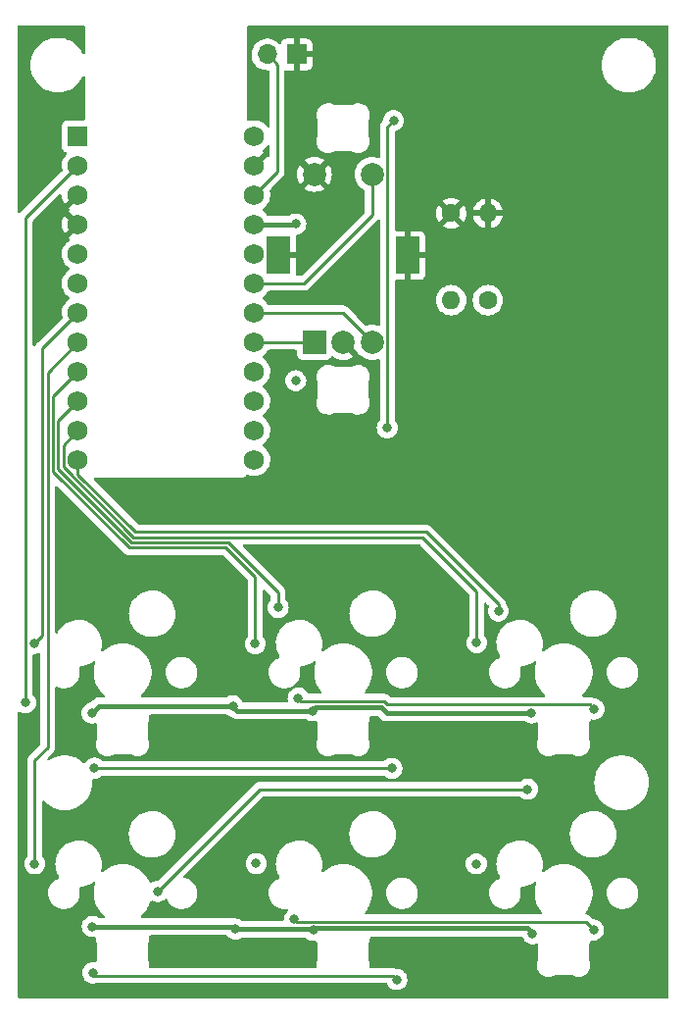
<source format=gtl>
%TF.GenerationSoftware,KiCad,Pcbnew,(6.0.1)*%
%TF.CreationDate,2022-01-30T14:08:35+01:00*%
%TF.ProjectId,Little Big Scroll 6,4c697474-6c65-4204-9269-67205363726f,v1.0*%
%TF.SameCoordinates,Original*%
%TF.FileFunction,Copper,L1,Top*%
%TF.FilePolarity,Positive*%
%FSLAX46Y46*%
G04 Gerber Fmt 4.6, Leading zero omitted, Abs format (unit mm)*
G04 Created by KiCad (PCBNEW (6.0.1)) date 2022-01-30 14:08:35*
%MOMM*%
%LPD*%
G01*
G04 APERTURE LIST*
%TA.AperFunction,ComponentPad*%
%ADD10R,1.752600X1.752600*%
%TD*%
%TA.AperFunction,ComponentPad*%
%ADD11C,1.752600*%
%TD*%
%TA.AperFunction,ComponentPad*%
%ADD12R,2.000000X2.000000*%
%TD*%
%TA.AperFunction,ComponentPad*%
%ADD13C,2.000000*%
%TD*%
%TA.AperFunction,ComponentPad*%
%ADD14R,2.000000X3.200000*%
%TD*%
%TA.AperFunction,ComponentPad*%
%ADD15C,1.600000*%
%TD*%
%TA.AperFunction,ComponentPad*%
%ADD16O,1.600000X1.600000*%
%TD*%
%TA.AperFunction,ComponentPad*%
%ADD17R,1.700000X1.700000*%
%TD*%
%TA.AperFunction,ComponentPad*%
%ADD18O,1.700000X1.700000*%
%TD*%
%TA.AperFunction,ViaPad*%
%ADD19C,0.800000*%
%TD*%
%TA.AperFunction,Conductor*%
%ADD20C,0.250000*%
%TD*%
%TA.AperFunction,Conductor*%
%ADD21C,0.450000*%
%TD*%
G04 APERTURE END LIST*
D10*
X87340000Y-56870000D03*
D11*
X87340000Y-59410000D03*
X87340000Y-61950000D03*
X87340000Y-64490000D03*
X87340000Y-67030000D03*
X87340000Y-69570000D03*
X87340000Y-72110000D03*
X87340000Y-74650000D03*
X87340000Y-77190000D03*
X87340000Y-79730000D03*
X87340000Y-82270000D03*
X87340000Y-84810000D03*
X102580000Y-84810000D03*
X102580000Y-82270000D03*
X102580000Y-79730000D03*
X102580000Y-77190000D03*
X102580000Y-74650000D03*
X102580000Y-72110000D03*
X102580000Y-69570000D03*
X102580000Y-67030000D03*
X102580000Y-64490000D03*
X102580000Y-61950000D03*
X102580000Y-59410000D03*
X102580000Y-56870000D03*
D12*
X107770000Y-74660000D03*
D13*
X112770000Y-74660000D03*
X110270000Y-74660000D03*
D14*
X115870000Y-67160000D03*
X104670000Y-67160000D03*
D13*
X112770000Y-60160000D03*
X107770000Y-60160000D03*
D15*
X119590000Y-63520000D03*
D16*
X119590000Y-71020000D03*
D15*
X122770000Y-71020000D03*
D16*
X122770000Y-63520000D03*
D17*
X106250000Y-49810000D03*
D18*
X103710000Y-49810000D03*
D19*
X99230000Y-127460000D03*
X83870000Y-57750000D03*
X135610000Y-117130000D03*
X135610000Y-98080000D03*
X116560000Y-98080000D03*
X97627660Y-117247660D03*
X97510000Y-98080000D03*
X111430000Y-67900000D03*
X116585000Y-117130000D03*
X106169998Y-77970000D03*
X88600000Y-125090000D03*
X100969998Y-125310000D03*
X107690000Y-125414500D03*
X100730000Y-106040000D03*
X107610000Y-106460000D03*
X126541578Y-106645011D03*
X106170000Y-64439998D03*
X126625264Y-125705011D03*
X88560000Y-106665010D03*
X82820002Y-105770000D03*
X88780000Y-111410000D03*
X114470000Y-111440000D03*
X106380000Y-105370000D03*
X131950000Y-106320000D03*
X126210000Y-113240000D03*
X94230000Y-122060000D03*
X88630000Y-129090000D03*
X114900000Y-129654990D03*
X131900000Y-125380000D03*
X106050000Y-124484990D03*
X114620000Y-55520000D03*
X114080000Y-82040000D03*
X83600000Y-100650000D03*
X102670000Y-100670000D03*
X121800000Y-100580000D03*
X83620000Y-119680000D03*
X102750000Y-119650000D03*
X104650000Y-97550000D03*
X123680000Y-97850000D03*
X121770000Y-119680000D03*
D20*
X102580000Y-72110000D02*
X110220000Y-72110000D01*
X110220000Y-72110000D02*
X112770000Y-74660000D01*
D21*
X107610000Y-106460000D02*
X107890489Y-106179511D01*
X89185010Y-106040000D02*
X88560000Y-106665010D01*
X107864989Y-125239511D02*
X107690000Y-125414500D01*
X102580000Y-64490000D02*
X106119998Y-64490000D01*
X107585500Y-125310000D02*
X107690000Y-125414500D01*
X126625264Y-125705011D02*
X126159764Y-125239511D01*
X107890489Y-106179511D02*
X113571679Y-106179511D01*
X100730000Y-106040000D02*
X89185010Y-106040000D01*
X100730000Y-106040000D02*
X101150000Y-106460000D01*
X101150000Y-106460000D02*
X107610000Y-106460000D01*
X114037179Y-106645011D02*
X126541578Y-106645011D01*
X100969998Y-125310000D02*
X107585500Y-125310000D01*
X106119998Y-64490000D02*
X106170000Y-64439998D01*
X113571679Y-106179511D02*
X114037179Y-106645011D01*
X88600000Y-125090000D02*
X100360000Y-125090000D01*
X126159764Y-125239511D02*
X107864989Y-125239511D01*
X100360000Y-125090000D02*
X100749998Y-125090000D01*
X100749998Y-125090000D02*
X100969998Y-125310000D01*
D20*
X102580000Y-74650000D02*
X107760000Y-74650000D01*
X107760000Y-74650000D02*
X107770000Y-74660000D01*
X82820002Y-63929998D02*
X82820002Y-105770000D01*
X87340000Y-59410000D02*
X82820002Y-63929998D01*
X114470000Y-111440000D02*
X88810000Y-111440000D01*
X88810000Y-111440000D02*
X88780000Y-111410000D01*
X131950000Y-106320000D02*
X131550001Y-105920001D01*
X131550001Y-105920001D02*
X114090001Y-105920001D01*
X114090001Y-105920001D02*
X113800000Y-105630000D01*
X113800000Y-105630000D02*
X106640000Y-105630000D01*
X106640000Y-105630000D02*
X106380000Y-105370000D01*
X103050000Y-113240000D02*
X94230000Y-122060000D01*
X126210000Y-113240000D02*
X103050000Y-113240000D01*
X114900000Y-129654990D02*
X114575010Y-129330000D01*
X114575010Y-129330000D02*
X88870000Y-129330000D01*
X88870000Y-129330000D02*
X88630000Y-129090000D01*
X131210000Y-124690000D02*
X106255010Y-124690000D01*
X131900000Y-125380000D02*
X131210000Y-124690000D01*
X106255010Y-124690000D02*
X106050000Y-124484990D01*
X114620000Y-55520000D02*
X114100000Y-56040000D01*
X114100000Y-82020000D02*
X114080000Y-82040000D01*
X114100000Y-56040000D02*
X114100000Y-82020000D01*
X83600000Y-100650000D02*
X84290011Y-99959989D01*
X84290011Y-75159989D02*
X87340000Y-72110000D01*
X84290011Y-99959989D02*
X84290011Y-75159989D01*
X85190033Y-85808541D02*
X91761470Y-92379978D01*
X91761470Y-92379978D02*
X100130022Y-92379978D01*
X102670000Y-94919956D02*
X100130022Y-92379978D01*
X85190033Y-79339967D02*
X85190033Y-85808541D01*
X87340000Y-77190000D02*
X85190033Y-79339967D01*
X102670000Y-100670000D02*
X102670000Y-94919956D01*
X86090055Y-83519945D02*
X86090055Y-85435740D01*
X92134270Y-91479956D02*
X117149956Y-91479956D01*
X117149956Y-91479956D02*
X121800000Y-96130000D01*
X86090055Y-85435740D02*
X92134270Y-91479956D01*
X121800000Y-96130000D02*
X121800000Y-100580000D01*
X87340000Y-82270000D02*
X86090055Y-83519945D01*
X87340000Y-74650000D02*
X84740022Y-77249978D01*
X83620000Y-119114315D02*
X83620000Y-119680000D01*
X84740022Y-109639978D02*
X83620000Y-110760000D01*
X83620000Y-110760000D02*
X83620000Y-119114315D01*
X84740022Y-77249978D02*
X84740022Y-109639978D01*
X100325652Y-91929967D02*
X104650000Y-96254315D01*
X91947870Y-91929967D02*
X100325652Y-91929967D01*
X104650000Y-96254315D02*
X104650000Y-97550000D01*
X85640044Y-85622139D02*
X91947870Y-91929967D01*
X87340000Y-79730000D02*
X85640044Y-81429956D01*
X85640044Y-81429956D02*
X85640044Y-85622139D01*
X87340000Y-86049275D02*
X92320670Y-91029945D01*
X92320670Y-91029945D02*
X117425630Y-91029945D01*
X87340000Y-84810000D02*
X87340000Y-86049275D01*
X123680000Y-97284315D02*
X123680000Y-97850000D01*
X117425630Y-91029945D02*
X123680000Y-97284315D01*
X112770000Y-63690000D02*
X112770000Y-60160000D01*
X102580000Y-69570000D02*
X106890000Y-69570000D01*
X106890000Y-69570000D02*
X112770000Y-63690000D01*
X103710000Y-49810000D02*
X104560000Y-50660000D01*
X104560000Y-59970000D02*
X102580000Y-61950000D01*
X104560000Y-50660000D02*
X104560000Y-59970000D01*
%TA.AperFunction,Conductor*%
G36*
X138324121Y-47308002D02*
G01*
X138370614Y-47361658D01*
X138382000Y-47414000D01*
X138382000Y-131146000D01*
X138361998Y-131214121D01*
X138308342Y-131260614D01*
X138256000Y-131272000D01*
X82284000Y-131272000D01*
X82215879Y-131251998D01*
X82169386Y-131198342D01*
X82158000Y-131146000D01*
X82158000Y-122145732D01*
X84777200Y-122145732D01*
X84785854Y-122376268D01*
X84833228Y-122602050D01*
X84835186Y-122607009D01*
X84835187Y-122607011D01*
X84863945Y-122679830D01*
X84917967Y-122816622D01*
X85037647Y-123013849D01*
X85041144Y-123017879D01*
X85127768Y-123117704D01*
X85188847Y-123188092D01*
X85192978Y-123191479D01*
X85363115Y-123330984D01*
X85363121Y-123330988D01*
X85367243Y-123334368D01*
X85567735Y-123448494D01*
X85572751Y-123450315D01*
X85572756Y-123450317D01*
X85779575Y-123525389D01*
X85779579Y-123525390D01*
X85784590Y-123527209D01*
X85789839Y-123528158D01*
X85789842Y-123528159D01*
X86007523Y-123567522D01*
X86007530Y-123567523D01*
X86011607Y-123568260D01*
X86029344Y-123569096D01*
X86034292Y-123569330D01*
X86034299Y-123569330D01*
X86035780Y-123569400D01*
X86197925Y-123569400D01*
X86264881Y-123563719D01*
X86364562Y-123555261D01*
X86364566Y-123555260D01*
X86369873Y-123554810D01*
X86375028Y-123553472D01*
X86375034Y-123553471D01*
X86588003Y-123498195D01*
X86588007Y-123498194D01*
X86593172Y-123496853D01*
X86598038Y-123494661D01*
X86598041Y-123494660D01*
X86798649Y-123404293D01*
X86803515Y-123402101D01*
X86807935Y-123399125D01*
X86807939Y-123399123D01*
X86983333Y-123281039D01*
X86994885Y-123273262D01*
X87161812Y-123114022D01*
X87255206Y-122988496D01*
X87296337Y-122933214D01*
X87296339Y-122933211D01*
X87299521Y-122928934D01*
X87354305Y-122821183D01*
X87401658Y-122728046D01*
X87401658Y-122728045D01*
X87404077Y-122723288D01*
X87452427Y-122567577D01*
X87470905Y-122508070D01*
X87470906Y-122508064D01*
X87472489Y-122502967D01*
X87502800Y-122274268D01*
X87494146Y-122043732D01*
X87448104Y-121824298D01*
X87453691Y-121753523D01*
X87496656Y-121697003D01*
X87562629Y-121672732D01*
X87607257Y-121669612D01*
X87685828Y-121664118D01*
X87685834Y-121664117D01*
X87690212Y-121663811D01*
X87964970Y-121605409D01*
X87969099Y-121603906D01*
X87969103Y-121603905D01*
X88224781Y-121510846D01*
X88224785Y-121510844D01*
X88228926Y-121509337D01*
X88476942Y-121377464D01*
X88565019Y-121313473D01*
X88661327Y-121243501D01*
X88728195Y-121219642D01*
X88797347Y-121235723D01*
X88846827Y-121286637D01*
X88860926Y-121356220D01*
X88852540Y-121391820D01*
X88835370Y-121435187D01*
X88757064Y-121740170D01*
X88717600Y-122052562D01*
X88717600Y-122367438D01*
X88757064Y-122679830D01*
X88835370Y-122984813D01*
X88951284Y-123277577D01*
X88953186Y-123281036D01*
X88953187Y-123281039D01*
X89087520Y-123525389D01*
X89102976Y-123553504D01*
X89148524Y-123616196D01*
X89283694Y-123802241D01*
X89288055Y-123808244D01*
X89503602Y-124037778D01*
X89600096Y-124117604D01*
X89619208Y-124133415D01*
X89658946Y-124192249D01*
X89660569Y-124263227D01*
X89623560Y-124323814D01*
X89559670Y-124354775D01*
X89538893Y-124356500D01*
X89176996Y-124356500D01*
X89108875Y-124336498D01*
X89102935Y-124332436D01*
X89062094Y-124302763D01*
X89062093Y-124302762D01*
X89056752Y-124298882D01*
X89050724Y-124296198D01*
X89050722Y-124296197D01*
X88888319Y-124223891D01*
X88888318Y-124223891D01*
X88882288Y-124221206D01*
X88788888Y-124201353D01*
X88701944Y-124182872D01*
X88701939Y-124182872D01*
X88695487Y-124181500D01*
X88504513Y-124181500D01*
X88498061Y-124182872D01*
X88498056Y-124182872D01*
X88411112Y-124201353D01*
X88317712Y-124221206D01*
X88311682Y-124223891D01*
X88311681Y-124223891D01*
X88149278Y-124296197D01*
X88149276Y-124296198D01*
X88143248Y-124298882D01*
X87988747Y-124411134D01*
X87984326Y-124416044D01*
X87984325Y-124416045D01*
X87882326Y-124529327D01*
X87860960Y-124553056D01*
X87857659Y-124558774D01*
X87772632Y-124706045D01*
X87765473Y-124718444D01*
X87706458Y-124900072D01*
X87686496Y-125090000D01*
X87706458Y-125279928D01*
X87765473Y-125461556D01*
X87860960Y-125626944D01*
X87988747Y-125768866D01*
X88143248Y-125881118D01*
X88149276Y-125883802D01*
X88149278Y-125883803D01*
X88311681Y-125956109D01*
X88317712Y-125958794D01*
X88411112Y-125978647D01*
X88498056Y-125997128D01*
X88498061Y-125997128D01*
X88504513Y-125998500D01*
X88695487Y-125998500D01*
X88701942Y-125997128D01*
X88701951Y-125997127D01*
X88761217Y-125984529D01*
X88832008Y-125989930D01*
X88888641Y-126032746D01*
X88913135Y-126099384D01*
X88913412Y-126108580D01*
X88912579Y-126238938D01*
X88944722Y-126420072D01*
X88946730Y-126425445D01*
X88946731Y-126425448D01*
X88993265Y-126549961D01*
X88996260Y-126559006D01*
X89002785Y-126581529D01*
X89004080Y-126584307D01*
X89010766Y-126611097D01*
X89010940Y-126612429D01*
X89012001Y-126628750D01*
X89012001Y-127943515D01*
X89010501Y-127962899D01*
X89006897Y-127986047D01*
X89002536Y-128004646D01*
X89002309Y-128005364D01*
X89000201Y-128011477D01*
X88994934Y-128025572D01*
X88959133Y-128121369D01*
X88916550Y-128178177D01*
X88850013Y-128202945D01*
X88814909Y-128200507D01*
X88731944Y-128182872D01*
X88731939Y-128182872D01*
X88725487Y-128181500D01*
X88534513Y-128181500D01*
X88528061Y-128182872D01*
X88528056Y-128182872D01*
X88441112Y-128201353D01*
X88347712Y-128221206D01*
X88341682Y-128223891D01*
X88341681Y-128223891D01*
X88179278Y-128296197D01*
X88179276Y-128296198D01*
X88173248Y-128298882D01*
X88018747Y-128411134D01*
X88014326Y-128416044D01*
X88014325Y-128416045D01*
X87911133Y-128530652D01*
X87890960Y-128553056D01*
X87887659Y-128558774D01*
X87810152Y-128693020D01*
X87795473Y-128718444D01*
X87736458Y-128900072D01*
X87735768Y-128906633D01*
X87735768Y-128906635D01*
X87722915Y-129028922D01*
X87716496Y-129090000D01*
X87717186Y-129096565D01*
X87724493Y-129166083D01*
X87736458Y-129279928D01*
X87795473Y-129461556D01*
X87890960Y-129626944D01*
X87895378Y-129631851D01*
X87895379Y-129631852D01*
X87916213Y-129654990D01*
X88018747Y-129768866D01*
X88173248Y-129881118D01*
X88179276Y-129883802D01*
X88179278Y-129883803D01*
X88341681Y-129956109D01*
X88347712Y-129958794D01*
X88441112Y-129978647D01*
X88528056Y-129997128D01*
X88528061Y-129997128D01*
X88534513Y-129998500D01*
X88725487Y-129998500D01*
X88731940Y-129997128D01*
X88731944Y-129997128D01*
X88830713Y-129976134D01*
X88875257Y-129966665D01*
X88889598Y-129964472D01*
X88893969Y-129964059D01*
X88905821Y-129963500D01*
X113956334Y-129963500D01*
X114024455Y-129983502D01*
X114062520Y-130028251D01*
X114065473Y-130026546D01*
X114160960Y-130191934D01*
X114288747Y-130333856D01*
X114443248Y-130446108D01*
X114449276Y-130448792D01*
X114449278Y-130448793D01*
X114611681Y-130521099D01*
X114617712Y-130523784D01*
X114711112Y-130543637D01*
X114798056Y-130562118D01*
X114798061Y-130562118D01*
X114804513Y-130563490D01*
X114995487Y-130563490D01*
X115001939Y-130562118D01*
X115001944Y-130562118D01*
X115088888Y-130543637D01*
X115182288Y-130523784D01*
X115188319Y-130521099D01*
X115350722Y-130448793D01*
X115350724Y-130448792D01*
X115356752Y-130446108D01*
X115511253Y-130333856D01*
X115639040Y-130191934D01*
X115734527Y-130026546D01*
X115793542Y-129844918D01*
X115802052Y-129763955D01*
X115812814Y-129661555D01*
X115813504Y-129654990D01*
X115793542Y-129465062D01*
X115734527Y-129283434D01*
X115639040Y-129118046D01*
X115619699Y-129096565D01*
X115515675Y-128981035D01*
X115515674Y-128981034D01*
X115511253Y-128976124D01*
X115381830Y-128882092D01*
X115362094Y-128867753D01*
X115362093Y-128867752D01*
X115356752Y-128863872D01*
X115350724Y-128861188D01*
X115350722Y-128861187D01*
X115188319Y-128788881D01*
X115188318Y-128788881D01*
X115182288Y-128786196D01*
X115088887Y-128766343D01*
X115001944Y-128747862D01*
X115001939Y-128747862D01*
X114995487Y-128746490D01*
X114857130Y-128746490D01*
X114813435Y-128738155D01*
X114810070Y-128736305D01*
X114790447Y-128731267D01*
X114771744Y-128724863D01*
X114760430Y-128719967D01*
X114760429Y-128719967D01*
X114753155Y-128716819D01*
X114745332Y-128715580D01*
X114745322Y-128715577D01*
X114709486Y-128709901D01*
X114697866Y-128707495D01*
X114662721Y-128698472D01*
X114662720Y-128698472D01*
X114655040Y-128696500D01*
X114634786Y-128696500D01*
X114615075Y-128694949D01*
X114602896Y-128693020D01*
X114595067Y-128691780D01*
X114587175Y-128692526D01*
X114551049Y-128695941D01*
X114539191Y-128696500D01*
X112695843Y-128696500D01*
X112627722Y-128676498D01*
X112581229Y-128622842D01*
X112572073Y-128546901D01*
X112576246Y-128525017D01*
X112577422Y-128341057D01*
X112572788Y-128314943D01*
X112546280Y-128165569D01*
X112546279Y-128165567D01*
X112545278Y-128159924D01*
X112496734Y-128030032D01*
X112493738Y-128020985D01*
X112490109Y-128008460D01*
X112487214Y-127998466D01*
X112485920Y-127995692D01*
X112479235Y-127968902D01*
X112479058Y-127967552D01*
X112477999Y-127951254D01*
X112477999Y-126636483D01*
X112479499Y-126617100D01*
X112483104Y-126593945D01*
X112487484Y-126575287D01*
X112487706Y-126574586D01*
X112489799Y-126568518D01*
X112543269Y-126425445D01*
X112543270Y-126425441D01*
X112545277Y-126420071D01*
X112577420Y-126238938D01*
X112576531Y-126099816D01*
X112596097Y-126031569D01*
X112649454Y-125984734D01*
X112702528Y-125973011D01*
X125665545Y-125973011D01*
X125733666Y-125993013D01*
X125780159Y-126046669D01*
X125785378Y-126060074D01*
X125790737Y-126076567D01*
X125886224Y-126241955D01*
X125890642Y-126246862D01*
X125890643Y-126246863D01*
X125928854Y-126289301D01*
X126014011Y-126383877D01*
X126168512Y-126496129D01*
X126174540Y-126498813D01*
X126174542Y-126498814D01*
X126299445Y-126554424D01*
X126342976Y-126573805D01*
X126435280Y-126593425D01*
X126523320Y-126612139D01*
X126523325Y-126612139D01*
X126529777Y-126613511D01*
X126720751Y-126613511D01*
X126727203Y-126612139D01*
X126727208Y-126612139D01*
X126871214Y-126581529D01*
X126907552Y-126573805D01*
X126913585Y-126571119D01*
X126913588Y-126571118D01*
X126924233Y-126566378D01*
X126934752Y-126561695D01*
X127005118Y-126552260D01*
X127069415Y-126582366D01*
X127107229Y-126642454D01*
X127112001Y-126676801D01*
X127112001Y-127943515D01*
X127110501Y-127962899D01*
X127106897Y-127986047D01*
X127102536Y-128004646D01*
X127102309Y-128005364D01*
X127100197Y-128011490D01*
X127050881Y-128143450D01*
X127044723Y-128159927D01*
X127012580Y-128341060D01*
X127013756Y-128525019D01*
X127048212Y-128705726D01*
X127058131Y-128731267D01*
X127111137Y-128867753D01*
X127114810Y-128877211D01*
X127117819Y-128882091D01*
X127117821Y-128882096D01*
X127163080Y-128955510D01*
X127211350Y-129033808D01*
X127334641Y-129170342D01*
X127480610Y-129282303D01*
X127644434Y-129365992D01*
X127820701Y-129418643D01*
X127826406Y-129419263D01*
X127997881Y-129437898D01*
X127997882Y-129437898D01*
X128003587Y-129438518D01*
X128009310Y-129438095D01*
X128181327Y-129425381D01*
X128187050Y-129424958D01*
X128365027Y-129378413D01*
X128388056Y-129367633D01*
X128490600Y-129319632D01*
X128499379Y-129315920D01*
X128521314Y-129307610D01*
X128521678Y-129308571D01*
X128569014Y-129297999D01*
X130065121Y-129297999D01*
X130084507Y-129299499D01*
X130091809Y-129300636D01*
X130099535Y-129301839D01*
X130133566Y-129312223D01*
X130141464Y-129315920D01*
X130274973Y-129378416D01*
X130452950Y-129424961D01*
X130636414Y-129438521D01*
X130642119Y-129437901D01*
X130642120Y-129437901D01*
X130813595Y-129419266D01*
X130819300Y-129418646D01*
X130995568Y-129365994D01*
X131116192Y-129304374D01*
X131154282Y-129284916D01*
X131154283Y-129284916D01*
X131159393Y-129282305D01*
X131171049Y-129273365D01*
X131300809Y-129173836D01*
X131300810Y-129173835D01*
X131305363Y-129170343D01*
X131352588Y-129118046D01*
X131424804Y-129038072D01*
X131424806Y-129038069D01*
X131428654Y-129033808D01*
X131525193Y-128877210D01*
X131591791Y-128705725D01*
X131592866Y-128700089D01*
X131625171Y-128530658D01*
X131625172Y-128530652D01*
X131626246Y-128525017D01*
X131627422Y-128341057D01*
X131622788Y-128314943D01*
X131596280Y-128165569D01*
X131596279Y-128165567D01*
X131595278Y-128159924D01*
X131546734Y-128030032D01*
X131543738Y-128020985D01*
X131540109Y-128008460D01*
X131537214Y-127998466D01*
X131535920Y-127995692D01*
X131529235Y-127968902D01*
X131529058Y-127967552D01*
X131527999Y-127951254D01*
X131527999Y-126636483D01*
X131529499Y-126617100D01*
X131533104Y-126593945D01*
X131537484Y-126575287D01*
X131537706Y-126574586D01*
X131539799Y-126568518D01*
X131550272Y-126540496D01*
X131589119Y-126436548D01*
X131593268Y-126425447D01*
X131593269Y-126425445D01*
X131595277Y-126420071D01*
X131597262Y-126408888D01*
X131602609Y-126378754D01*
X131634206Y-126315176D01*
X131695160Y-126278773D01*
X131752869Y-126277523D01*
X131798049Y-126287127D01*
X131798058Y-126287128D01*
X131804513Y-126288500D01*
X131995487Y-126288500D01*
X132001939Y-126287128D01*
X132001944Y-126287128D01*
X132088888Y-126268647D01*
X132182288Y-126248794D01*
X132188319Y-126246109D01*
X132350722Y-126173803D01*
X132350724Y-126173802D01*
X132356752Y-126171118D01*
X132511253Y-126058866D01*
X132639040Y-125916944D01*
X132724533Y-125768866D01*
X132731223Y-125757279D01*
X132731224Y-125757278D01*
X132734527Y-125751556D01*
X132793542Y-125569928D01*
X132813504Y-125380000D01*
X132793542Y-125190072D01*
X132734527Y-125008444D01*
X132639040Y-124843056D01*
X132511253Y-124701134D01*
X132356752Y-124588882D01*
X132350724Y-124586198D01*
X132350722Y-124586197D01*
X132188319Y-124513891D01*
X132188318Y-124513891D01*
X132182288Y-124511206D01*
X132088888Y-124491353D01*
X132001944Y-124472872D01*
X132001939Y-124472872D01*
X131995487Y-124471500D01*
X131939595Y-124471500D01*
X131871474Y-124451498D01*
X131850500Y-124434595D01*
X131713652Y-124297747D01*
X131706112Y-124289461D01*
X131702000Y-124282982D01*
X131652348Y-124236356D01*
X131649507Y-124233602D01*
X131629770Y-124213865D01*
X131626573Y-124211385D01*
X131617551Y-124203680D01*
X131591100Y-124178841D01*
X131585321Y-124173414D01*
X131578375Y-124169595D01*
X131578372Y-124169593D01*
X131567566Y-124163652D01*
X131551047Y-124152801D01*
X131550583Y-124152441D01*
X131535041Y-124140386D01*
X131527772Y-124137241D01*
X131527768Y-124137238D01*
X131494463Y-124122826D01*
X131483813Y-124117609D01*
X131445060Y-124096305D01*
X131425437Y-124091267D01*
X131406734Y-124084863D01*
X131395420Y-124079967D01*
X131395419Y-124079967D01*
X131388145Y-124076819D01*
X131380322Y-124075580D01*
X131380312Y-124075577D01*
X131344476Y-124069901D01*
X131332856Y-124067495D01*
X131297706Y-124058470D01*
X131297700Y-124058469D01*
X131290030Y-124056500D01*
X131289188Y-124056500D01*
X131226999Y-124029375D01*
X131187599Y-123970315D01*
X131186384Y-123899329D01*
X131216020Y-123846500D01*
X131249235Y-123811130D01*
X131249236Y-123811129D01*
X131251945Y-123808244D01*
X131256307Y-123802241D01*
X131391476Y-123616196D01*
X131437024Y-123553504D01*
X131452481Y-123525389D01*
X131586813Y-123281039D01*
X131586814Y-123281036D01*
X131588716Y-123277577D01*
X131704630Y-122984813D01*
X131782936Y-122679830D01*
X131822400Y-122367438D01*
X131822400Y-122145732D01*
X133037200Y-122145732D01*
X133045854Y-122376268D01*
X133093228Y-122602050D01*
X133095186Y-122607009D01*
X133095187Y-122607011D01*
X133123945Y-122679830D01*
X133177967Y-122816622D01*
X133297647Y-123013849D01*
X133301144Y-123017879D01*
X133387768Y-123117704D01*
X133448847Y-123188092D01*
X133452978Y-123191479D01*
X133623115Y-123330984D01*
X133623121Y-123330988D01*
X133627243Y-123334368D01*
X133827735Y-123448494D01*
X133832751Y-123450315D01*
X133832756Y-123450317D01*
X134039575Y-123525389D01*
X134039579Y-123525390D01*
X134044590Y-123527209D01*
X134049839Y-123528158D01*
X134049842Y-123528159D01*
X134267523Y-123567522D01*
X134267530Y-123567523D01*
X134271607Y-123568260D01*
X134289344Y-123569096D01*
X134294292Y-123569330D01*
X134294299Y-123569330D01*
X134295780Y-123569400D01*
X134457925Y-123569400D01*
X134524881Y-123563719D01*
X134624562Y-123555261D01*
X134624566Y-123555260D01*
X134629873Y-123554810D01*
X134635028Y-123553472D01*
X134635034Y-123553471D01*
X134848003Y-123498195D01*
X134848007Y-123498194D01*
X134853172Y-123496853D01*
X134858038Y-123494661D01*
X134858041Y-123494660D01*
X135058649Y-123404293D01*
X135063515Y-123402101D01*
X135067935Y-123399125D01*
X135067939Y-123399123D01*
X135243333Y-123281039D01*
X135254885Y-123273262D01*
X135421812Y-123114022D01*
X135515206Y-122988496D01*
X135556337Y-122933214D01*
X135556339Y-122933211D01*
X135559521Y-122928934D01*
X135614305Y-122821183D01*
X135661658Y-122728046D01*
X135661658Y-122728045D01*
X135664077Y-122723288D01*
X135712427Y-122567577D01*
X135730905Y-122508070D01*
X135730906Y-122508064D01*
X135732489Y-122502967D01*
X135762800Y-122274268D01*
X135754146Y-122043732D01*
X135706772Y-121817950D01*
X135681329Y-121753523D01*
X135658893Y-121696712D01*
X135622033Y-121603378D01*
X135502353Y-121406151D01*
X135435886Y-121329554D01*
X135354653Y-121235941D01*
X135354651Y-121235939D01*
X135351153Y-121231908D01*
X135304788Y-121193891D01*
X135176885Y-121089016D01*
X135176879Y-121089012D01*
X135172757Y-121085632D01*
X134972265Y-120971506D01*
X134967249Y-120969685D01*
X134967244Y-120969683D01*
X134760425Y-120894611D01*
X134760421Y-120894610D01*
X134755410Y-120892791D01*
X134750161Y-120891842D01*
X134750158Y-120891841D01*
X134532477Y-120852478D01*
X134532470Y-120852477D01*
X134528393Y-120851740D01*
X134510656Y-120850904D01*
X134505708Y-120850670D01*
X134505701Y-120850670D01*
X134504220Y-120850600D01*
X134342075Y-120850600D01*
X134275119Y-120856281D01*
X134175438Y-120864739D01*
X134175434Y-120864740D01*
X134170127Y-120865190D01*
X134164972Y-120866528D01*
X134164966Y-120866529D01*
X133951997Y-120921805D01*
X133951993Y-120921806D01*
X133946828Y-120923147D01*
X133941962Y-120925339D01*
X133941959Y-120925340D01*
X133843521Y-120969683D01*
X133736485Y-121017899D01*
X133732065Y-121020875D01*
X133732061Y-121020877D01*
X133639800Y-121082992D01*
X133545115Y-121146738D01*
X133378188Y-121305978D01*
X133375000Y-121310263D01*
X133284785Y-121431517D01*
X133240479Y-121491066D01*
X133238064Y-121495816D01*
X133183377Y-121603378D01*
X133135923Y-121696712D01*
X133123620Y-121736335D01*
X133069095Y-121911930D01*
X133069094Y-121911936D01*
X133067511Y-121917033D01*
X133037200Y-122145732D01*
X131822400Y-122145732D01*
X131822400Y-122052562D01*
X131782936Y-121740170D01*
X131704630Y-121435187D01*
X131588716Y-121142423D01*
X131586813Y-121138961D01*
X131438933Y-120869968D01*
X131438931Y-120869965D01*
X131437024Y-120866496D01*
X131251945Y-120611756D01*
X131036398Y-120382222D01*
X130793782Y-120181513D01*
X130527924Y-120012794D01*
X130524345Y-120011110D01*
X130524338Y-120011106D01*
X130246606Y-119880416D01*
X130246602Y-119880414D01*
X130243016Y-119878727D01*
X129943552Y-119781425D01*
X129634254Y-119722423D01*
X129540700Y-119716537D01*
X129400642Y-119707725D01*
X129400626Y-119707724D01*
X129398647Y-119707600D01*
X129241353Y-119707600D01*
X129239374Y-119707724D01*
X129239358Y-119707725D01*
X129099300Y-119716537D01*
X129005746Y-119722423D01*
X128696448Y-119781425D01*
X128396984Y-119878727D01*
X128393398Y-119880414D01*
X128393394Y-119880416D01*
X128115662Y-120011106D01*
X128115655Y-120011110D01*
X128112076Y-120012794D01*
X127846218Y-120181513D01*
X127663405Y-120332749D01*
X127645413Y-120347633D01*
X127580176Y-120375643D01*
X127510151Y-120363936D01*
X127457571Y-120316229D01*
X127439131Y-120247669D01*
X127442841Y-120220066D01*
X127491753Y-120023893D01*
X127491754Y-120023888D01*
X127492817Y-120019624D01*
X127493713Y-120011106D01*
X127521719Y-119744636D01*
X127521719Y-119744633D01*
X127522178Y-119740267D01*
X127521555Y-119722423D01*
X127512529Y-119463939D01*
X127512528Y-119463933D01*
X127512375Y-119459542D01*
X127511362Y-119453794D01*
X127464360Y-119187236D01*
X127463598Y-119182913D01*
X127376797Y-118915765D01*
X127373750Y-118909516D01*
X127306434Y-118771500D01*
X127253660Y-118663298D01*
X127251205Y-118659659D01*
X127251202Y-118659653D01*
X127130218Y-118480287D01*
X127096585Y-118430424D01*
X126908629Y-118221678D01*
X126693450Y-118041121D01*
X126455236Y-117892269D01*
X126198625Y-117778018D01*
X125928610Y-117700593D01*
X125924260Y-117699982D01*
X125924257Y-117699981D01*
X125821310Y-117685513D01*
X125650448Y-117661500D01*
X125439854Y-117661500D01*
X125437668Y-117661653D01*
X125437664Y-117661653D01*
X125234173Y-117675882D01*
X125234168Y-117675883D01*
X125229788Y-117676189D01*
X124955030Y-117734591D01*
X124950901Y-117736094D01*
X124950897Y-117736095D01*
X124695219Y-117829154D01*
X124695215Y-117829156D01*
X124691074Y-117830663D01*
X124443058Y-117962536D01*
X124439499Y-117965122D01*
X124439497Y-117965123D01*
X124334895Y-118041121D01*
X124215808Y-118127642D01*
X124212644Y-118130698D01*
X124212641Y-118130700D01*
X124123864Y-118216431D01*
X124013748Y-118322769D01*
X123840812Y-118544118D01*
X123838616Y-118547922D01*
X123838611Y-118547929D01*
X123765278Y-118674947D01*
X123700364Y-118787381D01*
X123595138Y-119047824D01*
X123594073Y-119052097D01*
X123594072Y-119052099D01*
X123536071Y-119284729D01*
X123527183Y-119320376D01*
X123526724Y-119324744D01*
X123526723Y-119324749D01*
X123508658Y-119496635D01*
X123497822Y-119599733D01*
X123497975Y-119604121D01*
X123497975Y-119604127D01*
X123506429Y-119846206D01*
X123507625Y-119880458D01*
X123508387Y-119884781D01*
X123508388Y-119884788D01*
X123531396Y-120015271D01*
X123556402Y-120157087D01*
X123643203Y-120424235D01*
X123645131Y-120428188D01*
X123645133Y-120428193D01*
X123666069Y-120471118D01*
X123766340Y-120676702D01*
X123768796Y-120680344D01*
X123768800Y-120680350D01*
X123815008Y-120748855D01*
X123836519Y-120816515D01*
X123818035Y-120885063D01*
X123762300Y-120934196D01*
X123576485Y-121017899D01*
X123572065Y-121020875D01*
X123572061Y-121020877D01*
X123479800Y-121082992D01*
X123385115Y-121146738D01*
X123218188Y-121305978D01*
X123215000Y-121310263D01*
X123124785Y-121431517D01*
X123080479Y-121491066D01*
X123078064Y-121495816D01*
X123023377Y-121603378D01*
X122975923Y-121696712D01*
X122963620Y-121736335D01*
X122909095Y-121911930D01*
X122909094Y-121911936D01*
X122907511Y-121917033D01*
X122877200Y-122145732D01*
X122885854Y-122376268D01*
X122933228Y-122602050D01*
X122935186Y-122607009D01*
X122935187Y-122607011D01*
X122963945Y-122679830D01*
X123017967Y-122816622D01*
X123137647Y-123013849D01*
X123141144Y-123017879D01*
X123227768Y-123117704D01*
X123288847Y-123188092D01*
X123292978Y-123191479D01*
X123463115Y-123330984D01*
X123463121Y-123330988D01*
X123467243Y-123334368D01*
X123667735Y-123448494D01*
X123672751Y-123450315D01*
X123672756Y-123450317D01*
X123879575Y-123525389D01*
X123879579Y-123525390D01*
X123884590Y-123527209D01*
X123889839Y-123528158D01*
X123889842Y-123528159D01*
X124107523Y-123567522D01*
X124107530Y-123567523D01*
X124111607Y-123568260D01*
X124129344Y-123569096D01*
X124134292Y-123569330D01*
X124134299Y-123569330D01*
X124135780Y-123569400D01*
X124297925Y-123569400D01*
X124364881Y-123563719D01*
X124464562Y-123555261D01*
X124464566Y-123555260D01*
X124469873Y-123554810D01*
X124475028Y-123553472D01*
X124475034Y-123553471D01*
X124688003Y-123498195D01*
X124688007Y-123498194D01*
X124693172Y-123496853D01*
X124698038Y-123494661D01*
X124698041Y-123494660D01*
X124898649Y-123404293D01*
X124903515Y-123402101D01*
X124907935Y-123399125D01*
X124907939Y-123399123D01*
X125083333Y-123281039D01*
X125094885Y-123273262D01*
X125261812Y-123114022D01*
X125355206Y-122988496D01*
X125396337Y-122933214D01*
X125396339Y-122933211D01*
X125399521Y-122928934D01*
X125454305Y-122821183D01*
X125501658Y-122728046D01*
X125501658Y-122728045D01*
X125504077Y-122723288D01*
X125552427Y-122567577D01*
X125570905Y-122508070D01*
X125570906Y-122508064D01*
X125572489Y-122502967D01*
X125602800Y-122274268D01*
X125594146Y-122043732D01*
X125548104Y-121824298D01*
X125553691Y-121753523D01*
X125596656Y-121697003D01*
X125662629Y-121672732D01*
X125707257Y-121669612D01*
X125785828Y-121664118D01*
X125785834Y-121664117D01*
X125790212Y-121663811D01*
X126064970Y-121605409D01*
X126069099Y-121603906D01*
X126069103Y-121603905D01*
X126324781Y-121510846D01*
X126324785Y-121510844D01*
X126328926Y-121509337D01*
X126576942Y-121377464D01*
X126665019Y-121313473D01*
X126761327Y-121243501D01*
X126828195Y-121219642D01*
X126897347Y-121235723D01*
X126946827Y-121286637D01*
X126960926Y-121356220D01*
X126952540Y-121391820D01*
X126935370Y-121435187D01*
X126857064Y-121740170D01*
X126817600Y-122052562D01*
X126817600Y-122367438D01*
X126857064Y-122679830D01*
X126935370Y-122984813D01*
X127051284Y-123277577D01*
X127053186Y-123281036D01*
X127053187Y-123281039D01*
X127187520Y-123525389D01*
X127202976Y-123553504D01*
X127248524Y-123616196D01*
X127383694Y-123802241D01*
X127388055Y-123808244D01*
X127390765Y-123811130D01*
X127390766Y-123811131D01*
X127421864Y-123844247D01*
X127453915Y-123907597D01*
X127446628Y-123978219D01*
X127402317Y-124033690D01*
X127330014Y-124056500D01*
X112259986Y-124056500D01*
X112191865Y-124036498D01*
X112145372Y-123982842D01*
X112135268Y-123912568D01*
X112168136Y-123844247D01*
X112199234Y-123811131D01*
X112199235Y-123811130D01*
X112201945Y-123808244D01*
X112206307Y-123802241D01*
X112341476Y-123616196D01*
X112387024Y-123553504D01*
X112402481Y-123525389D01*
X112536813Y-123281039D01*
X112536814Y-123281036D01*
X112538716Y-123277577D01*
X112654630Y-122984813D01*
X112732936Y-122679830D01*
X112772400Y-122367438D01*
X112772400Y-122145732D01*
X113987200Y-122145732D01*
X113995854Y-122376268D01*
X114043228Y-122602050D01*
X114045186Y-122607009D01*
X114045187Y-122607011D01*
X114073945Y-122679830D01*
X114127967Y-122816622D01*
X114247647Y-123013849D01*
X114251144Y-123017879D01*
X114337768Y-123117704D01*
X114398847Y-123188092D01*
X114402978Y-123191479D01*
X114573115Y-123330984D01*
X114573121Y-123330988D01*
X114577243Y-123334368D01*
X114777735Y-123448494D01*
X114782751Y-123450315D01*
X114782756Y-123450317D01*
X114989575Y-123525389D01*
X114989579Y-123525390D01*
X114994590Y-123527209D01*
X114999839Y-123528158D01*
X114999842Y-123528159D01*
X115217523Y-123567522D01*
X115217530Y-123567523D01*
X115221607Y-123568260D01*
X115239344Y-123569096D01*
X115244292Y-123569330D01*
X115244299Y-123569330D01*
X115245780Y-123569400D01*
X115407925Y-123569400D01*
X115474881Y-123563719D01*
X115574562Y-123555261D01*
X115574566Y-123555260D01*
X115579873Y-123554810D01*
X115585028Y-123553472D01*
X115585034Y-123553471D01*
X115798003Y-123498195D01*
X115798007Y-123498194D01*
X115803172Y-123496853D01*
X115808038Y-123494661D01*
X115808041Y-123494660D01*
X116008649Y-123404293D01*
X116013515Y-123402101D01*
X116017935Y-123399125D01*
X116017939Y-123399123D01*
X116193333Y-123281039D01*
X116204885Y-123273262D01*
X116371812Y-123114022D01*
X116465206Y-122988496D01*
X116506337Y-122933214D01*
X116506339Y-122933211D01*
X116509521Y-122928934D01*
X116564305Y-122821183D01*
X116611658Y-122728046D01*
X116611658Y-122728045D01*
X116614077Y-122723288D01*
X116662427Y-122567577D01*
X116680905Y-122508070D01*
X116680906Y-122508064D01*
X116682489Y-122502967D01*
X116712800Y-122274268D01*
X116704146Y-122043732D01*
X116656772Y-121817950D01*
X116631329Y-121753523D01*
X116608893Y-121696712D01*
X116572033Y-121603378D01*
X116452353Y-121406151D01*
X116385886Y-121329554D01*
X116304653Y-121235941D01*
X116304651Y-121235939D01*
X116301153Y-121231908D01*
X116254788Y-121193891D01*
X116126885Y-121089016D01*
X116126879Y-121089012D01*
X116122757Y-121085632D01*
X115922265Y-120971506D01*
X115917249Y-120969685D01*
X115917244Y-120969683D01*
X115710425Y-120894611D01*
X115710421Y-120894610D01*
X115705410Y-120892791D01*
X115700161Y-120891842D01*
X115700158Y-120891841D01*
X115482477Y-120852478D01*
X115482470Y-120852477D01*
X115478393Y-120851740D01*
X115460656Y-120850904D01*
X115455708Y-120850670D01*
X115455701Y-120850670D01*
X115454220Y-120850600D01*
X115292075Y-120850600D01*
X115225119Y-120856281D01*
X115125438Y-120864739D01*
X115125434Y-120864740D01*
X115120127Y-120865190D01*
X115114972Y-120866528D01*
X115114966Y-120866529D01*
X114901997Y-120921805D01*
X114901993Y-120921806D01*
X114896828Y-120923147D01*
X114891962Y-120925339D01*
X114891959Y-120925340D01*
X114793521Y-120969683D01*
X114686485Y-121017899D01*
X114682065Y-121020875D01*
X114682061Y-121020877D01*
X114589800Y-121082992D01*
X114495115Y-121146738D01*
X114328188Y-121305978D01*
X114325000Y-121310263D01*
X114234785Y-121431517D01*
X114190479Y-121491066D01*
X114188064Y-121495816D01*
X114133377Y-121603378D01*
X114085923Y-121696712D01*
X114073620Y-121736335D01*
X114019095Y-121911930D01*
X114019094Y-121911936D01*
X114017511Y-121917033D01*
X113987200Y-122145732D01*
X112772400Y-122145732D01*
X112772400Y-122052562D01*
X112732936Y-121740170D01*
X112654630Y-121435187D01*
X112538716Y-121142423D01*
X112536813Y-121138961D01*
X112388933Y-120869968D01*
X112388931Y-120869965D01*
X112387024Y-120866496D01*
X112201945Y-120611756D01*
X111986398Y-120382222D01*
X111743782Y-120181513D01*
X111477924Y-120012794D01*
X111474345Y-120011110D01*
X111474338Y-120011106D01*
X111196606Y-119880416D01*
X111196602Y-119880414D01*
X111193016Y-119878727D01*
X110893552Y-119781425D01*
X110584254Y-119722423D01*
X110490700Y-119716537D01*
X110350642Y-119707725D01*
X110350626Y-119707724D01*
X110348647Y-119707600D01*
X110191353Y-119707600D01*
X110189374Y-119707724D01*
X110189358Y-119707725D01*
X110049300Y-119716537D01*
X109955746Y-119722423D01*
X109646448Y-119781425D01*
X109346984Y-119878727D01*
X109343398Y-119880414D01*
X109343394Y-119880416D01*
X109065662Y-120011106D01*
X109065655Y-120011110D01*
X109062076Y-120012794D01*
X108796218Y-120181513D01*
X108613405Y-120332749D01*
X108595413Y-120347633D01*
X108530176Y-120375643D01*
X108460151Y-120363936D01*
X108407571Y-120316229D01*
X108389131Y-120247669D01*
X108392841Y-120220066D01*
X108441753Y-120023893D01*
X108441754Y-120023888D01*
X108442817Y-120019624D01*
X108443713Y-120011106D01*
X108471719Y-119744636D01*
X108471719Y-119744633D01*
X108472178Y-119740267D01*
X108471555Y-119722423D01*
X108470074Y-119680000D01*
X120856496Y-119680000D01*
X120876458Y-119869928D01*
X120935473Y-120051556D01*
X121030960Y-120216944D01*
X121035378Y-120221851D01*
X121035379Y-120221852D01*
X121127313Y-120323955D01*
X121158747Y-120358866D01*
X121313248Y-120471118D01*
X121319276Y-120473802D01*
X121319278Y-120473803D01*
X121423412Y-120520166D01*
X121487712Y-120548794D01*
X121581113Y-120568647D01*
X121668056Y-120587128D01*
X121668061Y-120587128D01*
X121674513Y-120588500D01*
X121865487Y-120588500D01*
X121871939Y-120587128D01*
X121871944Y-120587128D01*
X121958887Y-120568647D01*
X122052288Y-120548794D01*
X122116588Y-120520166D01*
X122220722Y-120473803D01*
X122220724Y-120473802D01*
X122226752Y-120471118D01*
X122381253Y-120358866D01*
X122412687Y-120323955D01*
X122504621Y-120221852D01*
X122504622Y-120221851D01*
X122509040Y-120216944D01*
X122604527Y-120051556D01*
X122663542Y-119869928D01*
X122683504Y-119680000D01*
X122663542Y-119490072D01*
X122604527Y-119308444D01*
X122587207Y-119278444D01*
X122512341Y-119148774D01*
X122509040Y-119143056D01*
X122487177Y-119118774D01*
X122385675Y-119006045D01*
X122385674Y-119006044D01*
X122381253Y-119001134D01*
X122263753Y-118915765D01*
X122232094Y-118892763D01*
X122232093Y-118892762D01*
X122226752Y-118888882D01*
X122220724Y-118886198D01*
X122220722Y-118886197D01*
X122058319Y-118813891D01*
X122058318Y-118813891D01*
X122052288Y-118811206D01*
X121940201Y-118787381D01*
X121871944Y-118772872D01*
X121871939Y-118772872D01*
X121865487Y-118771500D01*
X121674513Y-118771500D01*
X121668061Y-118772872D01*
X121668056Y-118772872D01*
X121599799Y-118787381D01*
X121487712Y-118811206D01*
X121481682Y-118813891D01*
X121481681Y-118813891D01*
X121319278Y-118886197D01*
X121319276Y-118886198D01*
X121313248Y-118888882D01*
X121307907Y-118892762D01*
X121307906Y-118892763D01*
X121276247Y-118915765D01*
X121158747Y-119001134D01*
X121154326Y-119006044D01*
X121154325Y-119006045D01*
X121052824Y-119118774D01*
X121030960Y-119143056D01*
X121027659Y-119148774D01*
X120952794Y-119278444D01*
X120935473Y-119308444D01*
X120876458Y-119490072D01*
X120856496Y-119680000D01*
X108470074Y-119680000D01*
X108462529Y-119463939D01*
X108462528Y-119463933D01*
X108462375Y-119459542D01*
X108461362Y-119453794D01*
X108414360Y-119187236D01*
X108413598Y-119182913D01*
X108326797Y-118915765D01*
X108323750Y-118909516D01*
X108256434Y-118771500D01*
X108203660Y-118663298D01*
X108201205Y-118659659D01*
X108201202Y-118659653D01*
X108080218Y-118480287D01*
X108046585Y-118430424D01*
X107858629Y-118221678D01*
X107643450Y-118041121D01*
X107405236Y-117892269D01*
X107148625Y-117778018D01*
X106878610Y-117700593D01*
X106874260Y-117699982D01*
X106874257Y-117699981D01*
X106771310Y-117685513D01*
X106600448Y-117661500D01*
X106389854Y-117661500D01*
X106387668Y-117661653D01*
X106387664Y-117661653D01*
X106184173Y-117675882D01*
X106184168Y-117675883D01*
X106179788Y-117676189D01*
X105905030Y-117734591D01*
X105900901Y-117736094D01*
X105900897Y-117736095D01*
X105645219Y-117829154D01*
X105645215Y-117829156D01*
X105641074Y-117830663D01*
X105393058Y-117962536D01*
X105389499Y-117965122D01*
X105389497Y-117965123D01*
X105284895Y-118041121D01*
X105165808Y-118127642D01*
X105162644Y-118130698D01*
X105162641Y-118130700D01*
X105073864Y-118216431D01*
X104963748Y-118322769D01*
X104790812Y-118544118D01*
X104788616Y-118547922D01*
X104788611Y-118547929D01*
X104715278Y-118674947D01*
X104650364Y-118787381D01*
X104545138Y-119047824D01*
X104544073Y-119052097D01*
X104544072Y-119052099D01*
X104486071Y-119284729D01*
X104477183Y-119320376D01*
X104476724Y-119324744D01*
X104476723Y-119324749D01*
X104458658Y-119496635D01*
X104447822Y-119599733D01*
X104447975Y-119604121D01*
X104447975Y-119604127D01*
X104456429Y-119846206D01*
X104457625Y-119880458D01*
X104458387Y-119884781D01*
X104458388Y-119884788D01*
X104481396Y-120015271D01*
X104506402Y-120157087D01*
X104593203Y-120424235D01*
X104595131Y-120428188D01*
X104595133Y-120428193D01*
X104616069Y-120471118D01*
X104716340Y-120676702D01*
X104718796Y-120680344D01*
X104718800Y-120680350D01*
X104765008Y-120748855D01*
X104786519Y-120816515D01*
X104768035Y-120885063D01*
X104712300Y-120934196D01*
X104526485Y-121017899D01*
X104522065Y-121020875D01*
X104522061Y-121020877D01*
X104429800Y-121082992D01*
X104335115Y-121146738D01*
X104168188Y-121305978D01*
X104165000Y-121310263D01*
X104074785Y-121431517D01*
X104030479Y-121491066D01*
X104028064Y-121495816D01*
X103973377Y-121603378D01*
X103925923Y-121696712D01*
X103913620Y-121736335D01*
X103859095Y-121911930D01*
X103859094Y-121911936D01*
X103857511Y-121917033D01*
X103827200Y-122145732D01*
X103835854Y-122376268D01*
X103883228Y-122602050D01*
X103885186Y-122607009D01*
X103885187Y-122607011D01*
X103913945Y-122679830D01*
X103967967Y-122816622D01*
X104087647Y-123013849D01*
X104091144Y-123017879D01*
X104177768Y-123117704D01*
X104238847Y-123188092D01*
X104242978Y-123191479D01*
X104413115Y-123330984D01*
X104413121Y-123330988D01*
X104417243Y-123334368D01*
X104617735Y-123448494D01*
X104622751Y-123450315D01*
X104622756Y-123450317D01*
X104829575Y-123525389D01*
X104829579Y-123525390D01*
X104834590Y-123527209D01*
X104839839Y-123528158D01*
X104839842Y-123528159D01*
X105057523Y-123567522D01*
X105057530Y-123567523D01*
X105061607Y-123568260D01*
X105079344Y-123569096D01*
X105084292Y-123569330D01*
X105084299Y-123569330D01*
X105085780Y-123569400D01*
X105247925Y-123569400D01*
X105382463Y-123557984D01*
X105452029Y-123572155D01*
X105502892Y-123621687D01*
X105518901Y-123690855D01*
X105494974Y-123757699D01*
X105467177Y-123785468D01*
X105438747Y-123806124D01*
X105434326Y-123811034D01*
X105434325Y-123811035D01*
X105434240Y-123811130D01*
X105310960Y-123948046D01*
X105284717Y-123993500D01*
X105231969Y-124084863D01*
X105215473Y-124113434D01*
X105156458Y-124295062D01*
X105155768Y-124301623D01*
X105155768Y-124301625D01*
X105150003Y-124356476D01*
X105144259Y-124411134D01*
X105138737Y-124463670D01*
X105111724Y-124529327D01*
X105053502Y-124569957D01*
X105013427Y-124576500D01*
X101546994Y-124576500D01*
X101478873Y-124556498D01*
X101472933Y-124552436D01*
X101432092Y-124522763D01*
X101432091Y-124522762D01*
X101426750Y-124518882D01*
X101420722Y-124516198D01*
X101420720Y-124516197D01*
X101258317Y-124443891D01*
X101258316Y-124443891D01*
X101252286Y-124441206D01*
X101158885Y-124421353D01*
X101071942Y-124402872D01*
X101071937Y-124402872D01*
X101065485Y-124401500D01*
X101037538Y-124401500D01*
X101007837Y-124396143D01*
X101007425Y-124397826D01*
X101006963Y-124397713D01*
X100996899Y-124394170D01*
X100996853Y-124394162D01*
X100996683Y-124394672D01*
X100989734Y-124392360D01*
X100983103Y-124389261D01*
X100914030Y-124374894D01*
X100909746Y-124373924D01*
X100841277Y-124357170D01*
X100835675Y-124356822D01*
X100835672Y-124356822D01*
X100830478Y-124356500D01*
X100830479Y-124356476D01*
X100826064Y-124356212D01*
X100822814Y-124355922D01*
X100815646Y-124354431D01*
X100749849Y-124356211D01*
X100740875Y-124356454D01*
X100737467Y-124356500D01*
X92901107Y-124356500D01*
X92832986Y-124336498D01*
X92786493Y-124282842D01*
X92776389Y-124212568D01*
X92805883Y-124147988D01*
X92820792Y-124133415D01*
X92839905Y-124117604D01*
X92936398Y-124037778D01*
X93151945Y-123808244D01*
X93156307Y-123802241D01*
X93291476Y-123616196D01*
X93337024Y-123553504D01*
X93352481Y-123525389D01*
X93486813Y-123281039D01*
X93486814Y-123281036D01*
X93488716Y-123277577D01*
X93593134Y-123013849D01*
X93603172Y-122988496D01*
X93603173Y-122988493D01*
X93604630Y-122984813D01*
X93608819Y-122968500D01*
X93615654Y-122941878D01*
X93651968Y-122880871D01*
X93715501Y-122849183D01*
X93788943Y-122858106D01*
X93840075Y-122880871D01*
X93937358Y-122924184D01*
X93947712Y-122928794D01*
X94041113Y-122948647D01*
X94128056Y-122967128D01*
X94128061Y-122967128D01*
X94134513Y-122968500D01*
X94325487Y-122968500D01*
X94331939Y-122967128D01*
X94331944Y-122967128D01*
X94418887Y-122948647D01*
X94512288Y-122928794D01*
X94518319Y-122926109D01*
X94680722Y-122853803D01*
X94680724Y-122853802D01*
X94686752Y-122851118D01*
X94734232Y-122816622D01*
X94742157Y-122810864D01*
X94841253Y-122738866D01*
X94848343Y-122730992D01*
X94850315Y-122729777D01*
X94850577Y-122729541D01*
X94850620Y-122729589D01*
X94908787Y-122693754D01*
X94979771Y-122695106D01*
X95038755Y-122734620D01*
X95059169Y-122769023D01*
X95077967Y-122816622D01*
X95197647Y-123013849D01*
X95201144Y-123017879D01*
X95287768Y-123117704D01*
X95348847Y-123188092D01*
X95352978Y-123191479D01*
X95523115Y-123330984D01*
X95523121Y-123330988D01*
X95527243Y-123334368D01*
X95727735Y-123448494D01*
X95732751Y-123450315D01*
X95732756Y-123450317D01*
X95939575Y-123525389D01*
X95939579Y-123525390D01*
X95944590Y-123527209D01*
X95949839Y-123528158D01*
X95949842Y-123528159D01*
X96167523Y-123567522D01*
X96167530Y-123567523D01*
X96171607Y-123568260D01*
X96189344Y-123569096D01*
X96194292Y-123569330D01*
X96194299Y-123569330D01*
X96195780Y-123569400D01*
X96357925Y-123569400D01*
X96424881Y-123563719D01*
X96524562Y-123555261D01*
X96524566Y-123555260D01*
X96529873Y-123554810D01*
X96535028Y-123553472D01*
X96535034Y-123553471D01*
X96748003Y-123498195D01*
X96748007Y-123498194D01*
X96753172Y-123496853D01*
X96758038Y-123494661D01*
X96758041Y-123494660D01*
X96958649Y-123404293D01*
X96963515Y-123402101D01*
X96967935Y-123399125D01*
X96967939Y-123399123D01*
X97143333Y-123281039D01*
X97154885Y-123273262D01*
X97321812Y-123114022D01*
X97415206Y-122988496D01*
X97456337Y-122933214D01*
X97456339Y-122933211D01*
X97459521Y-122928934D01*
X97514305Y-122821183D01*
X97561658Y-122728046D01*
X97561658Y-122728045D01*
X97564077Y-122723288D01*
X97612427Y-122567577D01*
X97630905Y-122508070D01*
X97630906Y-122508064D01*
X97632489Y-122502967D01*
X97662800Y-122274268D01*
X97654146Y-122043732D01*
X97606772Y-121817950D01*
X97581329Y-121753523D01*
X97558893Y-121696712D01*
X97522033Y-121603378D01*
X97402353Y-121406151D01*
X97335886Y-121329554D01*
X97254653Y-121235941D01*
X97254651Y-121235939D01*
X97251153Y-121231908D01*
X97204788Y-121193891D01*
X97076885Y-121089016D01*
X97076879Y-121089012D01*
X97072757Y-121085632D01*
X96872265Y-120971506D01*
X96867249Y-120969685D01*
X96867244Y-120969683D01*
X96660425Y-120894611D01*
X96660421Y-120894610D01*
X96655410Y-120892791D01*
X96650161Y-120891842D01*
X96650158Y-120891841D01*
X96585511Y-120880151D01*
X96522037Y-120848346D01*
X96485833Y-120787274D01*
X96488396Y-120716323D01*
X96518837Y-120667067D01*
X97535904Y-119650000D01*
X101836496Y-119650000D01*
X101837186Y-119656565D01*
X101846443Y-119744636D01*
X101856458Y-119839928D01*
X101915473Y-120021556D01*
X101918776Y-120027278D01*
X101918777Y-120027279D01*
X101936098Y-120057279D01*
X102010960Y-120186944D01*
X102015378Y-120191851D01*
X102015379Y-120191852D01*
X102134325Y-120323955D01*
X102138747Y-120328866D01*
X102185383Y-120362749D01*
X102270011Y-120424235D01*
X102293248Y-120441118D01*
X102299276Y-120443802D01*
X102299278Y-120443803D01*
X102360629Y-120471118D01*
X102467712Y-120518794D01*
X102561113Y-120538647D01*
X102648056Y-120557128D01*
X102648061Y-120557128D01*
X102654513Y-120558500D01*
X102845487Y-120558500D01*
X102851939Y-120557128D01*
X102851944Y-120557128D01*
X102938887Y-120538647D01*
X103032288Y-120518794D01*
X103139371Y-120471118D01*
X103200722Y-120443803D01*
X103200724Y-120443802D01*
X103206752Y-120441118D01*
X103229990Y-120424235D01*
X103314617Y-120362749D01*
X103361253Y-120328866D01*
X103365675Y-120323955D01*
X103484621Y-120191852D01*
X103484622Y-120191851D01*
X103489040Y-120186944D01*
X103563902Y-120057279D01*
X103581223Y-120027279D01*
X103581224Y-120027278D01*
X103584527Y-120021556D01*
X103643542Y-119839928D01*
X103653558Y-119744636D01*
X103662814Y-119656565D01*
X103663504Y-119650000D01*
X103643542Y-119460072D01*
X103584527Y-119278444D01*
X103489040Y-119113056D01*
X103477302Y-119100019D01*
X103365675Y-118976045D01*
X103365674Y-118976044D01*
X103361253Y-118971134D01*
X103206752Y-118858882D01*
X103200724Y-118856198D01*
X103200722Y-118856197D01*
X103038319Y-118783891D01*
X103038318Y-118783891D01*
X103032288Y-118781206D01*
X102938219Y-118761211D01*
X102851944Y-118742872D01*
X102851939Y-118742872D01*
X102845487Y-118741500D01*
X102654513Y-118741500D01*
X102648061Y-118742872D01*
X102648056Y-118742872D01*
X102561781Y-118761211D01*
X102467712Y-118781206D01*
X102461682Y-118783891D01*
X102461681Y-118783891D01*
X102299278Y-118856197D01*
X102299276Y-118856198D01*
X102293248Y-118858882D01*
X102138747Y-118971134D01*
X102134326Y-118976044D01*
X102134325Y-118976045D01*
X102022699Y-119100019D01*
X102010960Y-119113056D01*
X101915473Y-119278444D01*
X101856458Y-119460072D01*
X101836496Y-119650000D01*
X97535904Y-119650000D01*
X100126171Y-117059733D01*
X110797822Y-117059733D01*
X110807625Y-117340458D01*
X110808387Y-117344781D01*
X110808388Y-117344788D01*
X110832164Y-117479624D01*
X110856402Y-117617087D01*
X110943203Y-117884235D01*
X110945131Y-117888188D01*
X110945133Y-117888193D01*
X110947121Y-117892269D01*
X111066340Y-118136702D01*
X111068795Y-118140341D01*
X111068798Y-118140347D01*
X111121753Y-118218856D01*
X111223415Y-118369576D01*
X111411371Y-118578322D01*
X111626550Y-118758879D01*
X111864764Y-118907731D01*
X112121375Y-119021982D01*
X112391390Y-119099407D01*
X112395740Y-119100018D01*
X112395743Y-119100019D01*
X112488508Y-119113056D01*
X112669552Y-119138500D01*
X112880146Y-119138500D01*
X112882332Y-119138347D01*
X112882336Y-119138347D01*
X113085827Y-119124118D01*
X113085832Y-119124117D01*
X113090212Y-119123811D01*
X113364970Y-119065409D01*
X113369099Y-119063906D01*
X113369103Y-119063905D01*
X113624781Y-118970846D01*
X113624785Y-118970844D01*
X113628926Y-118969337D01*
X113876942Y-118837464D01*
X113909388Y-118813891D01*
X114100629Y-118674947D01*
X114100632Y-118674944D01*
X114104192Y-118672358D01*
X114109482Y-118667250D01*
X114236988Y-118544118D01*
X114306252Y-118477231D01*
X114479188Y-118255882D01*
X114481384Y-118252078D01*
X114481389Y-118252071D01*
X114617435Y-118016431D01*
X114619636Y-118012619D01*
X114724862Y-117752176D01*
X114725928Y-117747901D01*
X114791753Y-117483893D01*
X114791754Y-117483888D01*
X114792817Y-117479624D01*
X114822178Y-117200267D01*
X114817271Y-117059733D01*
X129847822Y-117059733D01*
X129857625Y-117340458D01*
X129858387Y-117344781D01*
X129858388Y-117344788D01*
X129882164Y-117479624D01*
X129906402Y-117617087D01*
X129993203Y-117884235D01*
X129995131Y-117888188D01*
X129995133Y-117888193D01*
X129997121Y-117892269D01*
X130116340Y-118136702D01*
X130118795Y-118140341D01*
X130118798Y-118140347D01*
X130171753Y-118218856D01*
X130273415Y-118369576D01*
X130461371Y-118578322D01*
X130676550Y-118758879D01*
X130914764Y-118907731D01*
X131171375Y-119021982D01*
X131441390Y-119099407D01*
X131445740Y-119100018D01*
X131445743Y-119100019D01*
X131538508Y-119113056D01*
X131719552Y-119138500D01*
X131930146Y-119138500D01*
X131932332Y-119138347D01*
X131932336Y-119138347D01*
X132135827Y-119124118D01*
X132135832Y-119124117D01*
X132140212Y-119123811D01*
X132414970Y-119065409D01*
X132419099Y-119063906D01*
X132419103Y-119063905D01*
X132674781Y-118970846D01*
X132674785Y-118970844D01*
X132678926Y-118969337D01*
X132926942Y-118837464D01*
X132959388Y-118813891D01*
X133150629Y-118674947D01*
X133150632Y-118674944D01*
X133154192Y-118672358D01*
X133159482Y-118667250D01*
X133286988Y-118544118D01*
X133356252Y-118477231D01*
X133529188Y-118255882D01*
X133531384Y-118252078D01*
X133531389Y-118252071D01*
X133667435Y-118016431D01*
X133669636Y-118012619D01*
X133774862Y-117752176D01*
X133775928Y-117747901D01*
X133841753Y-117483893D01*
X133841754Y-117483888D01*
X133842817Y-117479624D01*
X133872178Y-117200267D01*
X133862375Y-116919542D01*
X133838608Y-116784749D01*
X133814360Y-116647236D01*
X133813598Y-116642913D01*
X133726797Y-116375765D01*
X133603660Y-116123298D01*
X133601205Y-116119659D01*
X133601202Y-116119653D01*
X133520935Y-116000653D01*
X133446585Y-115890424D01*
X133258629Y-115681678D01*
X133043450Y-115501121D01*
X132805236Y-115352269D01*
X132548625Y-115238018D01*
X132278610Y-115160593D01*
X132274260Y-115159982D01*
X132274257Y-115159981D01*
X132171310Y-115145513D01*
X132000448Y-115121500D01*
X131789854Y-115121500D01*
X131787668Y-115121653D01*
X131787664Y-115121653D01*
X131584173Y-115135882D01*
X131584168Y-115135883D01*
X131579788Y-115136189D01*
X131305030Y-115194591D01*
X131300901Y-115196094D01*
X131300897Y-115196095D01*
X131045219Y-115289154D01*
X131045215Y-115289156D01*
X131041074Y-115290663D01*
X130793058Y-115422536D01*
X130789499Y-115425122D01*
X130789497Y-115425123D01*
X130684895Y-115501121D01*
X130565808Y-115587642D01*
X130363748Y-115782769D01*
X130190812Y-116004118D01*
X130188616Y-116007922D01*
X130188611Y-116007929D01*
X130074794Y-116205068D01*
X130050364Y-116247381D01*
X129945138Y-116507824D01*
X129944073Y-116512097D01*
X129944072Y-116512099D01*
X129910379Y-116647236D01*
X129877183Y-116780376D01*
X129847822Y-117059733D01*
X114817271Y-117059733D01*
X114812375Y-116919542D01*
X114788608Y-116784749D01*
X114764360Y-116647236D01*
X114763598Y-116642913D01*
X114676797Y-116375765D01*
X114553660Y-116123298D01*
X114551205Y-116119659D01*
X114551202Y-116119653D01*
X114470935Y-116000653D01*
X114396585Y-115890424D01*
X114208629Y-115681678D01*
X113993450Y-115501121D01*
X113755236Y-115352269D01*
X113498625Y-115238018D01*
X113228610Y-115160593D01*
X113224260Y-115159982D01*
X113224257Y-115159981D01*
X113121310Y-115145513D01*
X112950448Y-115121500D01*
X112739854Y-115121500D01*
X112737668Y-115121653D01*
X112737664Y-115121653D01*
X112534173Y-115135882D01*
X112534168Y-115135883D01*
X112529788Y-115136189D01*
X112255030Y-115194591D01*
X112250901Y-115196094D01*
X112250897Y-115196095D01*
X111995219Y-115289154D01*
X111995215Y-115289156D01*
X111991074Y-115290663D01*
X111743058Y-115422536D01*
X111739499Y-115425122D01*
X111739497Y-115425123D01*
X111634895Y-115501121D01*
X111515808Y-115587642D01*
X111313748Y-115782769D01*
X111140812Y-116004118D01*
X111138616Y-116007922D01*
X111138611Y-116007929D01*
X111024794Y-116205068D01*
X111000364Y-116247381D01*
X110895138Y-116507824D01*
X110894073Y-116512097D01*
X110894072Y-116512099D01*
X110860379Y-116647236D01*
X110827183Y-116780376D01*
X110797822Y-117059733D01*
X100126171Y-117059733D01*
X103275499Y-113910405D01*
X103337811Y-113876379D01*
X103364594Y-113873500D01*
X125501800Y-113873500D01*
X125569921Y-113893502D01*
X125589147Y-113909843D01*
X125589420Y-113909540D01*
X125594332Y-113913963D01*
X125598747Y-113918866D01*
X125620329Y-113934546D01*
X125692681Y-113987113D01*
X125753248Y-114031118D01*
X125759276Y-114033802D01*
X125759278Y-114033803D01*
X125921681Y-114106109D01*
X125927712Y-114108794D01*
X126013105Y-114126945D01*
X126108056Y-114147128D01*
X126108061Y-114147128D01*
X126114513Y-114148500D01*
X126305487Y-114148500D01*
X126311939Y-114147128D01*
X126311944Y-114147128D01*
X126406895Y-114126945D01*
X126492288Y-114108794D01*
X126498319Y-114106109D01*
X126660722Y-114033803D01*
X126660724Y-114033802D01*
X126666752Y-114031118D01*
X126821253Y-113918866D01*
X126844091Y-113893502D01*
X126944621Y-113781852D01*
X126944622Y-113781851D01*
X126949040Y-113776944D01*
X127044527Y-113611556D01*
X127103542Y-113429928D01*
X127123504Y-113240000D01*
X127103542Y-113050072D01*
X127044527Y-112868444D01*
X126949040Y-112703056D01*
X126932881Y-112685109D01*
X126932783Y-112685000D01*
X131956439Y-112685000D01*
X131976660Y-112993507D01*
X132036975Y-113296735D01*
X132136354Y-113589496D01*
X132138177Y-113593192D01*
X132138180Y-113593200D01*
X132231214Y-113781852D01*
X132273096Y-113866780D01*
X132275390Y-113870213D01*
X132275391Y-113870215D01*
X132380310Y-114027237D01*
X132444861Y-114123845D01*
X132447575Y-114126939D01*
X132447579Y-114126945D01*
X132537714Y-114229724D01*
X132648710Y-114356290D01*
X132651799Y-114358999D01*
X132878055Y-114557421D01*
X132878061Y-114557425D01*
X132881155Y-114560139D01*
X132884581Y-114562428D01*
X132884586Y-114562432D01*
X133134785Y-114729609D01*
X133138220Y-114731904D01*
X133141923Y-114733730D01*
X133411800Y-114866820D01*
X133411808Y-114866823D01*
X133415504Y-114868646D01*
X133419419Y-114869975D01*
X133704358Y-114966699D01*
X133704361Y-114966700D01*
X133708265Y-114968025D01*
X133934961Y-115013117D01*
X134007450Y-115027536D01*
X134007453Y-115027536D01*
X134011493Y-115028340D01*
X134015604Y-115028609D01*
X134015608Y-115028610D01*
X134240737Y-115043366D01*
X134240746Y-115043366D01*
X134242786Y-115043500D01*
X134397214Y-115043500D01*
X134399254Y-115043366D01*
X134399263Y-115043366D01*
X134624392Y-115028610D01*
X134624396Y-115028609D01*
X134628507Y-115028340D01*
X134632547Y-115027536D01*
X134632550Y-115027536D01*
X134705039Y-115013117D01*
X134931735Y-114968025D01*
X134935639Y-114966700D01*
X134935642Y-114966699D01*
X135220581Y-114869975D01*
X135224496Y-114868646D01*
X135228192Y-114866823D01*
X135228200Y-114866820D01*
X135498077Y-114733730D01*
X135501780Y-114731904D01*
X135505215Y-114729609D01*
X135755414Y-114562432D01*
X135755419Y-114562428D01*
X135758845Y-114560139D01*
X135761939Y-114557425D01*
X135761945Y-114557421D01*
X135988201Y-114358999D01*
X135991290Y-114356290D01*
X136102286Y-114229724D01*
X136192421Y-114126945D01*
X136192425Y-114126939D01*
X136195139Y-114123845D01*
X136255304Y-114033803D01*
X136338333Y-113909540D01*
X136366904Y-113866781D01*
X136408787Y-113781852D01*
X136492767Y-113611556D01*
X136503646Y-113589496D01*
X136603025Y-113296735D01*
X136663340Y-112993507D01*
X136683561Y-112685000D01*
X136679153Y-112617745D01*
X136663610Y-112380608D01*
X136663609Y-112380604D01*
X136663340Y-112376493D01*
X136662289Y-112371206D01*
X136643373Y-112276109D01*
X136603025Y-112073265D01*
X136571995Y-111981852D01*
X136504975Y-111784419D01*
X136503646Y-111780504D01*
X136501822Y-111776806D01*
X136501820Y-111776800D01*
X136368730Y-111506923D01*
X136366904Y-111503220D01*
X136364610Y-111499787D01*
X136364609Y-111499785D01*
X136197432Y-111249586D01*
X136197428Y-111249581D01*
X136195139Y-111246155D01*
X136192425Y-111243061D01*
X136192421Y-111243055D01*
X135993999Y-111016799D01*
X135991290Y-111013710D01*
X135921310Y-110952339D01*
X135761945Y-110812579D01*
X135761939Y-110812575D01*
X135758845Y-110809861D01*
X135755419Y-110807572D01*
X135755414Y-110807568D01*
X135505215Y-110640391D01*
X135505213Y-110640390D01*
X135501780Y-110638096D01*
X135371586Y-110573891D01*
X135228200Y-110503180D01*
X135228192Y-110503177D01*
X135224496Y-110501354D01*
X135148442Y-110475537D01*
X134935642Y-110403301D01*
X134935639Y-110403300D01*
X134931735Y-110401975D01*
X134682748Y-110352449D01*
X134632550Y-110342464D01*
X134632547Y-110342464D01*
X134628507Y-110341660D01*
X134624396Y-110341391D01*
X134624392Y-110341390D01*
X134399263Y-110326634D01*
X134399254Y-110326634D01*
X134397214Y-110326500D01*
X134242786Y-110326500D01*
X134240746Y-110326634D01*
X134240737Y-110326634D01*
X134015608Y-110341390D01*
X134015604Y-110341391D01*
X134011493Y-110341660D01*
X134007453Y-110342464D01*
X134007450Y-110342464D01*
X133957252Y-110352449D01*
X133708265Y-110401975D01*
X133704361Y-110403300D01*
X133704358Y-110403301D01*
X133491558Y-110475537D01*
X133415504Y-110501354D01*
X133411808Y-110503177D01*
X133411800Y-110503180D01*
X133268414Y-110573891D01*
X133138220Y-110638096D01*
X133134787Y-110640390D01*
X133134785Y-110640391D01*
X132884586Y-110807568D01*
X132884581Y-110807572D01*
X132881155Y-110809861D01*
X132878061Y-110812575D01*
X132878055Y-110812579D01*
X132718690Y-110952339D01*
X132648710Y-111013710D01*
X132646001Y-111016799D01*
X132447579Y-111243055D01*
X132447575Y-111243061D01*
X132444861Y-111246155D01*
X132442572Y-111249581D01*
X132442568Y-111249586D01*
X132437858Y-111256635D01*
X132273096Y-111503219D01*
X132136354Y-111780504D01*
X132135029Y-111784409D01*
X132135028Y-111784410D01*
X132068006Y-111981852D01*
X132036975Y-112073265D01*
X131996627Y-112276109D01*
X131977712Y-112371206D01*
X131976660Y-112376493D01*
X131976391Y-112380604D01*
X131976390Y-112380608D01*
X131960847Y-112617745D01*
X131956439Y-112685000D01*
X126932783Y-112685000D01*
X126825675Y-112566045D01*
X126825674Y-112566044D01*
X126821253Y-112561134D01*
X126666752Y-112448882D01*
X126660724Y-112446198D01*
X126660722Y-112446197D01*
X126498319Y-112373891D01*
X126498318Y-112373891D01*
X126492288Y-112371206D01*
X126398887Y-112351353D01*
X126311944Y-112332872D01*
X126311939Y-112332872D01*
X126305487Y-112331500D01*
X126114513Y-112331500D01*
X126108061Y-112332872D01*
X126108056Y-112332872D01*
X126021113Y-112351353D01*
X125927712Y-112371206D01*
X125921682Y-112373891D01*
X125921681Y-112373891D01*
X125759278Y-112446197D01*
X125759276Y-112446198D01*
X125753248Y-112448882D01*
X125598747Y-112561134D01*
X125594332Y-112566037D01*
X125589420Y-112570460D01*
X125588295Y-112569211D01*
X125534986Y-112602051D01*
X125501800Y-112606500D01*
X103128768Y-112606500D01*
X103117585Y-112605973D01*
X103110092Y-112604298D01*
X103102166Y-112604547D01*
X103102165Y-112604547D01*
X103042002Y-112606438D01*
X103038044Y-112606500D01*
X103010144Y-112606500D01*
X103006154Y-112607004D01*
X102994320Y-112607936D01*
X102950111Y-112609326D01*
X102942495Y-112611539D01*
X102942493Y-112611539D01*
X102930652Y-112614979D01*
X102911293Y-112618988D01*
X102909983Y-112619154D01*
X102891203Y-112621526D01*
X102883837Y-112624442D01*
X102883831Y-112624444D01*
X102850098Y-112637800D01*
X102838868Y-112641645D01*
X102804017Y-112651770D01*
X102796407Y-112653981D01*
X102789584Y-112658016D01*
X102778966Y-112664295D01*
X102761213Y-112672992D01*
X102753568Y-112676019D01*
X102742383Y-112680448D01*
X102718021Y-112698148D01*
X102706612Y-112706437D01*
X102696695Y-112712951D01*
X102658638Y-112735458D01*
X102644317Y-112749779D01*
X102629284Y-112762619D01*
X102612893Y-112774528D01*
X102607842Y-112780634D01*
X102584702Y-112808605D01*
X102576712Y-112817384D01*
X94279500Y-121114595D01*
X94217188Y-121148621D01*
X94190405Y-121151500D01*
X94134513Y-121151500D01*
X94128061Y-121152872D01*
X94128056Y-121152872D01*
X94041112Y-121171353D01*
X93947712Y-121191206D01*
X93941682Y-121193891D01*
X93941681Y-121193891D01*
X93779278Y-121266197D01*
X93779276Y-121266198D01*
X93773248Y-121268882D01*
X93767907Y-121272762D01*
X93767906Y-121272763D01*
X93722579Y-121305695D01*
X93655711Y-121329554D01*
X93586559Y-121313473D01*
X93537079Y-121262559D01*
X93531366Y-121250143D01*
X93490171Y-121146097D01*
X93490169Y-121146092D01*
X93488716Y-121142423D01*
X93486813Y-121138961D01*
X93338933Y-120869968D01*
X93338931Y-120869965D01*
X93337024Y-120866496D01*
X93151945Y-120611756D01*
X92936398Y-120382222D01*
X92693782Y-120181513D01*
X92427924Y-120012794D01*
X92424345Y-120011110D01*
X92424338Y-120011106D01*
X92146606Y-119880416D01*
X92146602Y-119880414D01*
X92143016Y-119878727D01*
X91843552Y-119781425D01*
X91534254Y-119722423D01*
X91440700Y-119716537D01*
X91300642Y-119707725D01*
X91300626Y-119707724D01*
X91298647Y-119707600D01*
X91141353Y-119707600D01*
X91139374Y-119707724D01*
X91139358Y-119707725D01*
X90999300Y-119716537D01*
X90905746Y-119722423D01*
X90596448Y-119781425D01*
X90296984Y-119878727D01*
X90293398Y-119880414D01*
X90293394Y-119880416D01*
X90015662Y-120011106D01*
X90015655Y-120011110D01*
X90012076Y-120012794D01*
X89746218Y-120181513D01*
X89563405Y-120332749D01*
X89545413Y-120347633D01*
X89480176Y-120375643D01*
X89410151Y-120363936D01*
X89357571Y-120316229D01*
X89339131Y-120247669D01*
X89342841Y-120220066D01*
X89391753Y-120023893D01*
X89391754Y-120023888D01*
X89392817Y-120019624D01*
X89393713Y-120011106D01*
X89421719Y-119744636D01*
X89421719Y-119744633D01*
X89422178Y-119740267D01*
X89421555Y-119722423D01*
X89412529Y-119463939D01*
X89412528Y-119463933D01*
X89412375Y-119459542D01*
X89411362Y-119453794D01*
X89364360Y-119187236D01*
X89363598Y-119182913D01*
X89276797Y-118915765D01*
X89273750Y-118909516D01*
X89206434Y-118771500D01*
X89153660Y-118663298D01*
X89151205Y-118659659D01*
X89151202Y-118659653D01*
X89030218Y-118480287D01*
X88996585Y-118430424D01*
X88808629Y-118221678D01*
X88593450Y-118041121D01*
X88355236Y-117892269D01*
X88098625Y-117778018D01*
X87828610Y-117700593D01*
X87824260Y-117699982D01*
X87824257Y-117699981D01*
X87721310Y-117685513D01*
X87550448Y-117661500D01*
X87339854Y-117661500D01*
X87337668Y-117661653D01*
X87337664Y-117661653D01*
X87134173Y-117675882D01*
X87134168Y-117675883D01*
X87129788Y-117676189D01*
X86855030Y-117734591D01*
X86850901Y-117736094D01*
X86850897Y-117736095D01*
X86595219Y-117829154D01*
X86595215Y-117829156D01*
X86591074Y-117830663D01*
X86343058Y-117962536D01*
X86339499Y-117965122D01*
X86339497Y-117965123D01*
X86234895Y-118041121D01*
X86115808Y-118127642D01*
X86112644Y-118130698D01*
X86112641Y-118130700D01*
X86023864Y-118216431D01*
X85913748Y-118322769D01*
X85740812Y-118544118D01*
X85738616Y-118547922D01*
X85738611Y-118547929D01*
X85665278Y-118674947D01*
X85600364Y-118787381D01*
X85495138Y-119047824D01*
X85494073Y-119052097D01*
X85494072Y-119052099D01*
X85436071Y-119284729D01*
X85427183Y-119320376D01*
X85426724Y-119324744D01*
X85426723Y-119324749D01*
X85408658Y-119496635D01*
X85397822Y-119599733D01*
X85397975Y-119604121D01*
X85397975Y-119604127D01*
X85406429Y-119846206D01*
X85407625Y-119880458D01*
X85408387Y-119884781D01*
X85408388Y-119884788D01*
X85431396Y-120015271D01*
X85456402Y-120157087D01*
X85543203Y-120424235D01*
X85545131Y-120428188D01*
X85545133Y-120428193D01*
X85566069Y-120471118D01*
X85666340Y-120676702D01*
X85668796Y-120680344D01*
X85668800Y-120680350D01*
X85715008Y-120748855D01*
X85736519Y-120816515D01*
X85718035Y-120885063D01*
X85662300Y-120934196D01*
X85476485Y-121017899D01*
X85472065Y-121020875D01*
X85472061Y-121020877D01*
X85379800Y-121082992D01*
X85285115Y-121146738D01*
X85118188Y-121305978D01*
X85115000Y-121310263D01*
X85024785Y-121431517D01*
X84980479Y-121491066D01*
X84978064Y-121495816D01*
X84923377Y-121603378D01*
X84875923Y-121696712D01*
X84863620Y-121736335D01*
X84809095Y-121911930D01*
X84809094Y-121911936D01*
X84807511Y-121917033D01*
X84777200Y-122145732D01*
X82158000Y-122145732D01*
X82158000Y-106659284D01*
X82178002Y-106591163D01*
X82231658Y-106544670D01*
X82301932Y-106534566D01*
X82351709Y-106554770D01*
X82352191Y-106553936D01*
X82357909Y-106557237D01*
X82363250Y-106561118D01*
X82369278Y-106563802D01*
X82369280Y-106563803D01*
X82531683Y-106636109D01*
X82537714Y-106638794D01*
X82630164Y-106658445D01*
X82718058Y-106677128D01*
X82718063Y-106677128D01*
X82724515Y-106678500D01*
X82915489Y-106678500D01*
X82921941Y-106677128D01*
X82921946Y-106677128D01*
X83009840Y-106658445D01*
X83102290Y-106638794D01*
X83108321Y-106636109D01*
X83270724Y-106563803D01*
X83270726Y-106563802D01*
X83276754Y-106561118D01*
X83285492Y-106554770D01*
X83356244Y-106503365D01*
X83431255Y-106448866D01*
X83435677Y-106443955D01*
X83554623Y-106311852D01*
X83554624Y-106311851D01*
X83559042Y-106306944D01*
X83654529Y-106141556D01*
X83713544Y-105959928D01*
X83733506Y-105770000D01*
X83728934Y-105726500D01*
X83714234Y-105586635D01*
X83714234Y-105586633D01*
X83713544Y-105580072D01*
X83654529Y-105398444D01*
X83559042Y-105233056D01*
X83485865Y-105151785D01*
X83455149Y-105087779D01*
X83453502Y-105067476D01*
X83453502Y-101684500D01*
X83473504Y-101616379D01*
X83527160Y-101569886D01*
X83579502Y-101558500D01*
X83695487Y-101558500D01*
X83701939Y-101557128D01*
X83701944Y-101557128D01*
X83788887Y-101538647D01*
X83882288Y-101518794D01*
X83915557Y-101503982D01*
X83929273Y-101497875D01*
X83999640Y-101488441D01*
X84063937Y-101518547D01*
X84101751Y-101578636D01*
X84106522Y-101612982D01*
X84106522Y-109325383D01*
X84086520Y-109393504D01*
X84069617Y-109414478D01*
X83227747Y-110256348D01*
X83219461Y-110263888D01*
X83212982Y-110268000D01*
X83207557Y-110273777D01*
X83166357Y-110317651D01*
X83163602Y-110320493D01*
X83143865Y-110340230D01*
X83141385Y-110343427D01*
X83133682Y-110352447D01*
X83103414Y-110384679D01*
X83099595Y-110391625D01*
X83099593Y-110391628D01*
X83093652Y-110402434D01*
X83082801Y-110418953D01*
X83070386Y-110434959D01*
X83067241Y-110442228D01*
X83067238Y-110442232D01*
X83052826Y-110475537D01*
X83047609Y-110486187D01*
X83026305Y-110524940D01*
X83024334Y-110532615D01*
X83024334Y-110532616D01*
X83021267Y-110544562D01*
X83014863Y-110563266D01*
X83006819Y-110581855D01*
X83005580Y-110589678D01*
X83005577Y-110589688D01*
X82999901Y-110625524D01*
X82997495Y-110637144D01*
X82993485Y-110652763D01*
X82986500Y-110679970D01*
X82986500Y-110700224D01*
X82984949Y-110719934D01*
X82981780Y-110739943D01*
X82982526Y-110747835D01*
X82985941Y-110783961D01*
X82986500Y-110795819D01*
X82986500Y-118977476D01*
X82966498Y-119045597D01*
X82954142Y-119061779D01*
X82880960Y-119143056D01*
X82877659Y-119148774D01*
X82802794Y-119278444D01*
X82785473Y-119308444D01*
X82726458Y-119490072D01*
X82706496Y-119680000D01*
X82726458Y-119869928D01*
X82785473Y-120051556D01*
X82880960Y-120216944D01*
X82885378Y-120221851D01*
X82885379Y-120221852D01*
X82977313Y-120323955D01*
X83008747Y-120358866D01*
X83163248Y-120471118D01*
X83169276Y-120473802D01*
X83169278Y-120473803D01*
X83273412Y-120520166D01*
X83337712Y-120548794D01*
X83431113Y-120568647D01*
X83518056Y-120587128D01*
X83518061Y-120587128D01*
X83524513Y-120588500D01*
X83715487Y-120588500D01*
X83721939Y-120587128D01*
X83721944Y-120587128D01*
X83808887Y-120568647D01*
X83902288Y-120548794D01*
X83966588Y-120520166D01*
X84070722Y-120473803D01*
X84070724Y-120473802D01*
X84076752Y-120471118D01*
X84231253Y-120358866D01*
X84262687Y-120323955D01*
X84354621Y-120221852D01*
X84354622Y-120221851D01*
X84359040Y-120216944D01*
X84454527Y-120051556D01*
X84513542Y-119869928D01*
X84533504Y-119680000D01*
X84513542Y-119490072D01*
X84454527Y-119308444D01*
X84437207Y-119278444D01*
X84362341Y-119148774D01*
X84359040Y-119143056D01*
X84285863Y-119061785D01*
X84255147Y-118997779D01*
X84253500Y-118977476D01*
X84253500Y-117059733D01*
X91747822Y-117059733D01*
X91757625Y-117340458D01*
X91758387Y-117344781D01*
X91758388Y-117344788D01*
X91782164Y-117479624D01*
X91806402Y-117617087D01*
X91893203Y-117884235D01*
X91895131Y-117888188D01*
X91895133Y-117888193D01*
X91897121Y-117892269D01*
X92016340Y-118136702D01*
X92018795Y-118140341D01*
X92018798Y-118140347D01*
X92071753Y-118218856D01*
X92173415Y-118369576D01*
X92361371Y-118578322D01*
X92576550Y-118758879D01*
X92814764Y-118907731D01*
X93071375Y-119021982D01*
X93341390Y-119099407D01*
X93345740Y-119100018D01*
X93345743Y-119100019D01*
X93438508Y-119113056D01*
X93619552Y-119138500D01*
X93830146Y-119138500D01*
X93832332Y-119138347D01*
X93832336Y-119138347D01*
X94035827Y-119124118D01*
X94035832Y-119124117D01*
X94040212Y-119123811D01*
X94314970Y-119065409D01*
X94319099Y-119063906D01*
X94319103Y-119063905D01*
X94574781Y-118970846D01*
X94574785Y-118970844D01*
X94578926Y-118969337D01*
X94826942Y-118837464D01*
X94859388Y-118813891D01*
X95050629Y-118674947D01*
X95050632Y-118674944D01*
X95054192Y-118672358D01*
X95059482Y-118667250D01*
X95186988Y-118544118D01*
X95256252Y-118477231D01*
X95429188Y-118255882D01*
X95431384Y-118252078D01*
X95431389Y-118252071D01*
X95567435Y-118016431D01*
X95569636Y-118012619D01*
X95674862Y-117752176D01*
X95675928Y-117747901D01*
X95741753Y-117483893D01*
X95741754Y-117483888D01*
X95742817Y-117479624D01*
X95772178Y-117200267D01*
X95762375Y-116919542D01*
X95738608Y-116784749D01*
X95714360Y-116647236D01*
X95713598Y-116642913D01*
X95626797Y-116375765D01*
X95503660Y-116123298D01*
X95501205Y-116119659D01*
X95501202Y-116119653D01*
X95420935Y-116000653D01*
X95346585Y-115890424D01*
X95158629Y-115681678D01*
X94943450Y-115501121D01*
X94705236Y-115352269D01*
X94448625Y-115238018D01*
X94178610Y-115160593D01*
X94174260Y-115159982D01*
X94174257Y-115159981D01*
X94071310Y-115145513D01*
X93900448Y-115121500D01*
X93689854Y-115121500D01*
X93687668Y-115121653D01*
X93687664Y-115121653D01*
X93484173Y-115135882D01*
X93484168Y-115135883D01*
X93479788Y-115136189D01*
X93205030Y-115194591D01*
X93200901Y-115196094D01*
X93200897Y-115196095D01*
X92945219Y-115289154D01*
X92945215Y-115289156D01*
X92941074Y-115290663D01*
X92693058Y-115422536D01*
X92689499Y-115425122D01*
X92689497Y-115425123D01*
X92584895Y-115501121D01*
X92465808Y-115587642D01*
X92263748Y-115782769D01*
X92090812Y-116004118D01*
X92088616Y-116007922D01*
X92088611Y-116007929D01*
X91974794Y-116205068D01*
X91950364Y-116247381D01*
X91845138Y-116507824D01*
X91844073Y-116512097D01*
X91844072Y-116512099D01*
X91810379Y-116647236D01*
X91777183Y-116780376D01*
X91747822Y-117059733D01*
X84253500Y-117059733D01*
X84253500Y-114354442D01*
X84273502Y-114286321D01*
X84327158Y-114239828D01*
X84397432Y-114229724D01*
X84462012Y-114259218D01*
X84474231Y-114271363D01*
X84548710Y-114356290D01*
X84551799Y-114358999D01*
X84778055Y-114557421D01*
X84778061Y-114557425D01*
X84781155Y-114560139D01*
X84784581Y-114562428D01*
X84784586Y-114562432D01*
X85034785Y-114729609D01*
X85038220Y-114731904D01*
X85041923Y-114733730D01*
X85311800Y-114866820D01*
X85311808Y-114866823D01*
X85315504Y-114868646D01*
X85319419Y-114869975D01*
X85604358Y-114966699D01*
X85604361Y-114966700D01*
X85608265Y-114968025D01*
X85834961Y-115013117D01*
X85907450Y-115027536D01*
X85907453Y-115027536D01*
X85911493Y-115028340D01*
X85915604Y-115028609D01*
X85915608Y-115028610D01*
X86140737Y-115043366D01*
X86140746Y-115043366D01*
X86142786Y-115043500D01*
X86297214Y-115043500D01*
X86299254Y-115043366D01*
X86299263Y-115043366D01*
X86524392Y-115028610D01*
X86524396Y-115028609D01*
X86528507Y-115028340D01*
X86532547Y-115027536D01*
X86532550Y-115027536D01*
X86605039Y-115013117D01*
X86831735Y-114968025D01*
X86835639Y-114966700D01*
X86835642Y-114966699D01*
X87120581Y-114869975D01*
X87124496Y-114868646D01*
X87128192Y-114866823D01*
X87128200Y-114866820D01*
X87398077Y-114733730D01*
X87401780Y-114731904D01*
X87405215Y-114729609D01*
X87655414Y-114562432D01*
X87655419Y-114562428D01*
X87658845Y-114560139D01*
X87661939Y-114557425D01*
X87661945Y-114557421D01*
X87888201Y-114358999D01*
X87891290Y-114356290D01*
X88002286Y-114229724D01*
X88092421Y-114126945D01*
X88092425Y-114126939D01*
X88095139Y-114123845D01*
X88155304Y-114033803D01*
X88238333Y-113909540D01*
X88266904Y-113866781D01*
X88308787Y-113781852D01*
X88392767Y-113611556D01*
X88403646Y-113589496D01*
X88503025Y-113296735D01*
X88563340Y-112993507D01*
X88583561Y-112685000D01*
X88579153Y-112617745D01*
X88568338Y-112452741D01*
X88583842Y-112383458D01*
X88634342Y-112333555D01*
X88694068Y-112318500D01*
X88875487Y-112318500D01*
X88881939Y-112317128D01*
X88881944Y-112317128D01*
X88968888Y-112298647D01*
X89062288Y-112278794D01*
X89169371Y-112231118D01*
X89230722Y-112203803D01*
X89230724Y-112203802D01*
X89236752Y-112201118D01*
X89379282Y-112097564D01*
X89446148Y-112073706D01*
X89453342Y-112073500D01*
X113761800Y-112073500D01*
X113829921Y-112093502D01*
X113849147Y-112109843D01*
X113849420Y-112109540D01*
X113854332Y-112113963D01*
X113858747Y-112118866D01*
X114013248Y-112231118D01*
X114019276Y-112233802D01*
X114019278Y-112233803D01*
X114123412Y-112280166D01*
X114187712Y-112308794D01*
X114281113Y-112328647D01*
X114368056Y-112347128D01*
X114368061Y-112347128D01*
X114374513Y-112348500D01*
X114565487Y-112348500D01*
X114571939Y-112347128D01*
X114571944Y-112347128D01*
X114658887Y-112328647D01*
X114752288Y-112308794D01*
X114816588Y-112280166D01*
X114920722Y-112233803D01*
X114920724Y-112233802D01*
X114926752Y-112231118D01*
X115081253Y-112118866D01*
X115089650Y-112109540D01*
X115204621Y-111981852D01*
X115204622Y-111981851D01*
X115209040Y-111976944D01*
X115304527Y-111811556D01*
X115363542Y-111629928D01*
X115376860Y-111503219D01*
X115382814Y-111446565D01*
X115383504Y-111440000D01*
X115363542Y-111250072D01*
X115304527Y-111068444D01*
X115287207Y-111038444D01*
X115247459Y-110969600D01*
X115209040Y-110903056D01*
X115112484Y-110795819D01*
X115085675Y-110766045D01*
X115085674Y-110766044D01*
X115081253Y-110761134D01*
X114926752Y-110648882D01*
X114920724Y-110646198D01*
X114920722Y-110646197D01*
X114758319Y-110573891D01*
X114758318Y-110573891D01*
X114752288Y-110571206D01*
X114626939Y-110544562D01*
X114571944Y-110532872D01*
X114571939Y-110532872D01*
X114565487Y-110531500D01*
X114374513Y-110531500D01*
X114368061Y-110532872D01*
X114368056Y-110532872D01*
X114313061Y-110544562D01*
X114187712Y-110571206D01*
X114181682Y-110573891D01*
X114181681Y-110573891D01*
X114019278Y-110646197D01*
X114019276Y-110646198D01*
X114013248Y-110648882D01*
X114007907Y-110652762D01*
X114007906Y-110652763D01*
X113959546Y-110687899D01*
X113858747Y-110761134D01*
X113854332Y-110766037D01*
X113849420Y-110770460D01*
X113848295Y-110769211D01*
X113794986Y-110802051D01*
X113761800Y-110806500D01*
X89515212Y-110806500D01*
X89447091Y-110786498D01*
X89421576Y-110764811D01*
X89395668Y-110736037D01*
X89395666Y-110736036D01*
X89391253Y-110731134D01*
X89274348Y-110646197D01*
X89242094Y-110622763D01*
X89242093Y-110622762D01*
X89236752Y-110618882D01*
X89230724Y-110616198D01*
X89230722Y-110616197D01*
X89068319Y-110543891D01*
X89068318Y-110543891D01*
X89062288Y-110541206D01*
X88968887Y-110521353D01*
X88881944Y-110502872D01*
X88881939Y-110502872D01*
X88875487Y-110501500D01*
X88684513Y-110501500D01*
X88678061Y-110502872D01*
X88678056Y-110502872D01*
X88591113Y-110521353D01*
X88497712Y-110541206D01*
X88491682Y-110543891D01*
X88491681Y-110543891D01*
X88329278Y-110616197D01*
X88329276Y-110616198D01*
X88323248Y-110618882D01*
X88317907Y-110622762D01*
X88317906Y-110622763D01*
X88285652Y-110646197D01*
X88168747Y-110731134D01*
X88164326Y-110736044D01*
X88164325Y-110736045D01*
X88099926Y-110807568D01*
X88040960Y-110873056D01*
X88013506Y-110920608D01*
X87962126Y-110969600D01*
X87892412Y-110983037D01*
X87821310Y-110952339D01*
X87730905Y-110873056D01*
X87658845Y-110809861D01*
X87655419Y-110807572D01*
X87655414Y-110807568D01*
X87405215Y-110640391D01*
X87405213Y-110640390D01*
X87401780Y-110638096D01*
X87271586Y-110573891D01*
X87128200Y-110503180D01*
X87128192Y-110503177D01*
X87124496Y-110501354D01*
X87048442Y-110475537D01*
X86835642Y-110403301D01*
X86835639Y-110403300D01*
X86831735Y-110401975D01*
X86582748Y-110352449D01*
X86532550Y-110342464D01*
X86532547Y-110342464D01*
X86528507Y-110341660D01*
X86524396Y-110341391D01*
X86524392Y-110341390D01*
X86299263Y-110326634D01*
X86299254Y-110326634D01*
X86297214Y-110326500D01*
X86142786Y-110326500D01*
X86140746Y-110326634D01*
X86140737Y-110326634D01*
X85915608Y-110341390D01*
X85915604Y-110341391D01*
X85911493Y-110341660D01*
X85907453Y-110342464D01*
X85907450Y-110342464D01*
X85857252Y-110352449D01*
X85608265Y-110401975D01*
X85604361Y-110403300D01*
X85604358Y-110403301D01*
X85391558Y-110475537D01*
X85315504Y-110501354D01*
X85311808Y-110503177D01*
X85311800Y-110503180D01*
X85168414Y-110573891D01*
X85038220Y-110638096D01*
X85034787Y-110640390D01*
X85034785Y-110640391D01*
X84895207Y-110733654D01*
X84827454Y-110754869D01*
X84758987Y-110736086D01*
X84711544Y-110683269D01*
X84700187Y-110613186D01*
X84728523Y-110548089D01*
X84736110Y-110539794D01*
X85132269Y-110143635D01*
X85140559Y-110136091D01*
X85147040Y-110131978D01*
X85193681Y-110082310D01*
X85196435Y-110079469D01*
X85216156Y-110059748D01*
X85218634Y-110056553D01*
X85226340Y-110047531D01*
X85251180Y-110021079D01*
X85256608Y-110015299D01*
X85266368Y-109997546D01*
X85277221Y-109981023D01*
X85284775Y-109971284D01*
X85289635Y-109965019D01*
X85307198Y-109924435D01*
X85312405Y-109913805D01*
X85333717Y-109875038D01*
X85335688Y-109867361D01*
X85335690Y-109867356D01*
X85338754Y-109855420D01*
X85345160Y-109836708D01*
X85349271Y-109827210D01*
X85353203Y-109818123D01*
X85354443Y-109810295D01*
X85354445Y-109810288D01*
X85360121Y-109774454D01*
X85362527Y-109762834D01*
X85371550Y-109727689D01*
X85371550Y-109727688D01*
X85373522Y-109720008D01*
X85373522Y-109699754D01*
X85375073Y-109680043D01*
X85377002Y-109667864D01*
X85378242Y-109660035D01*
X85374081Y-109616016D01*
X85373522Y-109604159D01*
X85373522Y-104504648D01*
X85393524Y-104436527D01*
X85447180Y-104390034D01*
X85517454Y-104379930D01*
X85558136Y-104393873D01*
X85558255Y-104393616D01*
X85560750Y-104394769D01*
X85561859Y-104395149D01*
X85563093Y-104395852D01*
X85563096Y-104395854D01*
X85567735Y-104398494D01*
X85572751Y-104400315D01*
X85572756Y-104400317D01*
X85779575Y-104475389D01*
X85779579Y-104475390D01*
X85784590Y-104477209D01*
X85789839Y-104478158D01*
X85789842Y-104478159D01*
X86007523Y-104517522D01*
X86007530Y-104517523D01*
X86011607Y-104518260D01*
X86029344Y-104519096D01*
X86034292Y-104519330D01*
X86034299Y-104519330D01*
X86035780Y-104519400D01*
X86197925Y-104519400D01*
X86264881Y-104513719D01*
X86364562Y-104505261D01*
X86364566Y-104505260D01*
X86369873Y-104504810D01*
X86375028Y-104503472D01*
X86375034Y-104503471D01*
X86588003Y-104448195D01*
X86588007Y-104448194D01*
X86593172Y-104446853D01*
X86598038Y-104444661D01*
X86598041Y-104444660D01*
X86798649Y-104354293D01*
X86803515Y-104352101D01*
X86807935Y-104349125D01*
X86807939Y-104349123D01*
X86983333Y-104231039D01*
X86994885Y-104223262D01*
X87161812Y-104064022D01*
X87239738Y-103959286D01*
X87296337Y-103883214D01*
X87296339Y-103883211D01*
X87299521Y-103878934D01*
X87354305Y-103771183D01*
X87401658Y-103678046D01*
X87401658Y-103678045D01*
X87404077Y-103673288D01*
X87443343Y-103546831D01*
X87470905Y-103458070D01*
X87470906Y-103458064D01*
X87472489Y-103452967D01*
X87502800Y-103224268D01*
X87494146Y-102993732D01*
X87448104Y-102774298D01*
X87453691Y-102703523D01*
X87496656Y-102647003D01*
X87562629Y-102622732D01*
X87607257Y-102619612D01*
X87685828Y-102614118D01*
X87685834Y-102614117D01*
X87690212Y-102613811D01*
X87964970Y-102555409D01*
X87969099Y-102553906D01*
X87969103Y-102553905D01*
X88224781Y-102460846D01*
X88224785Y-102460844D01*
X88228926Y-102459337D01*
X88476942Y-102327464D01*
X88661327Y-102193501D01*
X88728195Y-102169642D01*
X88797347Y-102185723D01*
X88846827Y-102236637D01*
X88860926Y-102306220D01*
X88852540Y-102341820D01*
X88835370Y-102385187D01*
X88757064Y-102690170D01*
X88717600Y-103002562D01*
X88717600Y-103317438D01*
X88757064Y-103629830D01*
X88835370Y-103934813D01*
X88951284Y-104227577D01*
X88953186Y-104231036D01*
X88953187Y-104231039D01*
X89087520Y-104475389D01*
X89102976Y-104503504D01*
X89288055Y-104758244D01*
X89503602Y-104987778D01*
X89615547Y-105080386D01*
X89619208Y-105083415D01*
X89658946Y-105142249D01*
X89660569Y-105213227D01*
X89623560Y-105273814D01*
X89559670Y-105304775D01*
X89538893Y-105306500D01*
X89250184Y-105306500D01*
X89231233Y-105305067D01*
X89218017Y-105303056D01*
X89218014Y-105303056D01*
X89210784Y-105301956D01*
X89203493Y-105302549D01*
X89203490Y-105302549D01*
X89160023Y-105306085D01*
X89149808Y-105306500D01*
X89142184Y-105306500D01*
X89114944Y-105309676D01*
X89110624Y-105310103D01*
X89082619Y-105312381D01*
X89047603Y-105315229D01*
X89047599Y-105315230D01*
X89040306Y-105315823D01*
X89033342Y-105318079D01*
X89027827Y-105319181D01*
X89022388Y-105320467D01*
X89015120Y-105321314D01*
X89008242Y-105323811D01*
X89008236Y-105323812D01*
X88948813Y-105345382D01*
X88944710Y-105346792D01*
X88877590Y-105368535D01*
X88871327Y-105372335D01*
X88866211Y-105374678D01*
X88861222Y-105377176D01*
X88854343Y-105379673D01*
X88848222Y-105383686D01*
X88848220Y-105383687D01*
X88795367Y-105418339D01*
X88791648Y-105420685D01*
X88731365Y-105457267D01*
X88723255Y-105464429D01*
X88723240Y-105464412D01*
X88719931Y-105467345D01*
X88717423Y-105469442D01*
X88711304Y-105473454D01*
X88706271Y-105478767D01*
X88659860Y-105527759D01*
X88657483Y-105530201D01*
X88448567Y-105739117D01*
X88385670Y-105773269D01*
X88277712Y-105796216D01*
X88271682Y-105798901D01*
X88271681Y-105798901D01*
X88109278Y-105871207D01*
X88109276Y-105871208D01*
X88103248Y-105873892D01*
X87948747Y-105986144D01*
X87820960Y-106128066D01*
X87725473Y-106293454D01*
X87666458Y-106475082D01*
X87665768Y-106481643D01*
X87665768Y-106481645D01*
X87649534Y-106636109D01*
X87646496Y-106665010D01*
X87647186Y-106671575D01*
X87664237Y-106833803D01*
X87666458Y-106854938D01*
X87725473Y-107036566D01*
X87728776Y-107042288D01*
X87728777Y-107042289D01*
X87747312Y-107074392D01*
X87820960Y-107201954D01*
X87825378Y-107206861D01*
X87825379Y-107206862D01*
X87935167Y-107328794D01*
X87948747Y-107343876D01*
X88103248Y-107456128D01*
X88109276Y-107458812D01*
X88109278Y-107458813D01*
X88268045Y-107529500D01*
X88277712Y-107533804D01*
X88352487Y-107549698D01*
X88458056Y-107572138D01*
X88458061Y-107572138D01*
X88464513Y-107573510D01*
X88655487Y-107573510D01*
X88661939Y-107572138D01*
X88661944Y-107572138D01*
X88773262Y-107548476D01*
X88842288Y-107533804D01*
X88847428Y-107531516D01*
X88918034Y-107529500D01*
X88978832Y-107566163D01*
X89010156Y-107629876D01*
X89012001Y-107651360D01*
X89012001Y-108893515D01*
X89010501Y-108912899D01*
X89006897Y-108936047D01*
X89002536Y-108954646D01*
X89002309Y-108955364D01*
X89000197Y-108961490D01*
X88950881Y-109093450D01*
X88944723Y-109109927D01*
X88912580Y-109291060D01*
X88913756Y-109475019D01*
X88948212Y-109655726D01*
X88950290Y-109661076D01*
X89011281Y-109818123D01*
X89014810Y-109827211D01*
X89017819Y-109832091D01*
X89017821Y-109832096D01*
X89048576Y-109881983D01*
X89111350Y-109983808D01*
X89234641Y-110120342D01*
X89380610Y-110232303D01*
X89544434Y-110315992D01*
X89720701Y-110368643D01*
X89726406Y-110369263D01*
X89897881Y-110387898D01*
X89897882Y-110387898D01*
X89903587Y-110388518D01*
X89909310Y-110388095D01*
X90081327Y-110375381D01*
X90087050Y-110374958D01*
X90219842Y-110340230D01*
X90259475Y-110329865D01*
X90265027Y-110328413D01*
X90270227Y-110325979D01*
X90390600Y-110269632D01*
X90399379Y-110265920D01*
X90421314Y-110257610D01*
X90421678Y-110258571D01*
X90469014Y-110247999D01*
X91965121Y-110247999D01*
X91984507Y-110249499D01*
X91991809Y-110250636D01*
X91999535Y-110251839D01*
X92033566Y-110262223D01*
X92049394Y-110269632D01*
X92174973Y-110328416D01*
X92352950Y-110374961D01*
X92536414Y-110388521D01*
X92542119Y-110387901D01*
X92542120Y-110387901D01*
X92713595Y-110369266D01*
X92719300Y-110368646D01*
X92895568Y-110315994D01*
X93016192Y-110254374D01*
X93054282Y-110234916D01*
X93054283Y-110234916D01*
X93059393Y-110232305D01*
X93205363Y-110120343D01*
X93240996Y-110080883D01*
X93324804Y-109988072D01*
X93324806Y-109988069D01*
X93328654Y-109983808D01*
X93425193Y-109827210D01*
X93491791Y-109655725D01*
X93492866Y-109650089D01*
X93525171Y-109480658D01*
X93525172Y-109480652D01*
X93526246Y-109475017D01*
X93527422Y-109291057D01*
X93518122Y-109238651D01*
X93496280Y-109115569D01*
X93496279Y-109115567D01*
X93495278Y-109109924D01*
X93446734Y-108980032D01*
X93443738Y-108970985D01*
X93440109Y-108958460D01*
X93437214Y-108948466D01*
X93435920Y-108945692D01*
X93429235Y-108918902D01*
X93429058Y-108917552D01*
X93427999Y-108901254D01*
X93427999Y-107586483D01*
X93429499Y-107567100D01*
X93433104Y-107543945D01*
X93437484Y-107525287D01*
X93437706Y-107524586D01*
X93439799Y-107518518D01*
X93493269Y-107375445D01*
X93493270Y-107375441D01*
X93495277Y-107370071D01*
X93527420Y-107188938D01*
X93526244Y-107004979D01*
X93525170Y-106999344D01*
X93525169Y-106999338D01*
X93510632Y-106923099D01*
X93517521Y-106852438D01*
X93561519Y-106796718D01*
X93634402Y-106773500D01*
X100153004Y-106773500D01*
X100221125Y-106793502D01*
X100227065Y-106797564D01*
X100273248Y-106831118D01*
X100279276Y-106833802D01*
X100279278Y-106833803D01*
X100441681Y-106906109D01*
X100447712Y-106908794D01*
X100548781Y-106930277D01*
X100609208Y-106964465D01*
X100609900Y-106963651D01*
X100615477Y-106968389D01*
X100615478Y-106968390D01*
X100648713Y-106996625D01*
X100656229Y-107003555D01*
X100661620Y-107008946D01*
X100683124Y-107025959D01*
X100686510Y-107028736D01*
X100734667Y-107069649D01*
X100734672Y-107069653D01*
X100740251Y-107074392D01*
X100746773Y-107077722D01*
X100751451Y-107080842D01*
X100756205Y-107083778D01*
X100761943Y-107088318D01*
X100768570Y-107091415D01*
X100768571Y-107091416D01*
X100825854Y-107118189D01*
X100829761Y-107120099D01*
X100892582Y-107152176D01*
X100899694Y-107153916D01*
X100904980Y-107155882D01*
X100910265Y-107157640D01*
X100916895Y-107160739D01*
X100985963Y-107175105D01*
X100990247Y-107176075D01*
X101058721Y-107192830D01*
X101064323Y-107193178D01*
X101064326Y-107193178D01*
X101069520Y-107193500D01*
X101069519Y-107193524D01*
X101073935Y-107193788D01*
X101077184Y-107194078D01*
X101084352Y-107195569D01*
X101159140Y-107193546D01*
X101162546Y-107193500D01*
X107033004Y-107193500D01*
X107101125Y-107213502D01*
X107107065Y-107217564D01*
X107147451Y-107246906D01*
X107153248Y-107251118D01*
X107159276Y-107253802D01*
X107159278Y-107253803D01*
X107274523Y-107305113D01*
X107327712Y-107328794D01*
X107416935Y-107347759D01*
X107508056Y-107367128D01*
X107508061Y-107367128D01*
X107514513Y-107368500D01*
X107705487Y-107368500D01*
X107711939Y-107367128D01*
X107711944Y-107367128D01*
X107866681Y-107334237D01*
X107937472Y-107339639D01*
X107994104Y-107382456D01*
X108010905Y-107413374D01*
X108043265Y-107499961D01*
X108046260Y-107509006D01*
X108052785Y-107531529D01*
X108054080Y-107534307D01*
X108060766Y-107561097D01*
X108060940Y-107562429D01*
X108062001Y-107578750D01*
X108062001Y-108893515D01*
X108060501Y-108912899D01*
X108056897Y-108936047D01*
X108052536Y-108954646D01*
X108052309Y-108955364D01*
X108050197Y-108961490D01*
X108000881Y-109093450D01*
X107994723Y-109109927D01*
X107962580Y-109291060D01*
X107963756Y-109475019D01*
X107998212Y-109655726D01*
X108000290Y-109661076D01*
X108061281Y-109818123D01*
X108064810Y-109827211D01*
X108067819Y-109832091D01*
X108067821Y-109832096D01*
X108098576Y-109881983D01*
X108161350Y-109983808D01*
X108284641Y-110120342D01*
X108430610Y-110232303D01*
X108594434Y-110315992D01*
X108770701Y-110368643D01*
X108776406Y-110369263D01*
X108947881Y-110387898D01*
X108947882Y-110387898D01*
X108953587Y-110388518D01*
X108959310Y-110388095D01*
X109131327Y-110375381D01*
X109137050Y-110374958D01*
X109269842Y-110340230D01*
X109309475Y-110329865D01*
X109315027Y-110328413D01*
X109320227Y-110325979D01*
X109440600Y-110269632D01*
X109449379Y-110265920D01*
X109471314Y-110257610D01*
X109471678Y-110258571D01*
X109519014Y-110247999D01*
X111015121Y-110247999D01*
X111034507Y-110249499D01*
X111041809Y-110250636D01*
X111049535Y-110251839D01*
X111083566Y-110262223D01*
X111099394Y-110269632D01*
X111224973Y-110328416D01*
X111402950Y-110374961D01*
X111586414Y-110388521D01*
X111592119Y-110387901D01*
X111592120Y-110387901D01*
X111763595Y-110369266D01*
X111769300Y-110368646D01*
X111945568Y-110315994D01*
X112066192Y-110254374D01*
X112104282Y-110234916D01*
X112104283Y-110234916D01*
X112109393Y-110232305D01*
X112255363Y-110120343D01*
X112290996Y-110080883D01*
X112374804Y-109988072D01*
X112374806Y-109988069D01*
X112378654Y-109983808D01*
X112475193Y-109827210D01*
X112541791Y-109655725D01*
X112542866Y-109650089D01*
X112575171Y-109480658D01*
X112575172Y-109480652D01*
X112576246Y-109475017D01*
X112577422Y-109291057D01*
X112568122Y-109238651D01*
X112546280Y-109115569D01*
X112546279Y-109115567D01*
X112545278Y-109109924D01*
X112496734Y-108980032D01*
X112493738Y-108970985D01*
X112490109Y-108958460D01*
X112487214Y-108948466D01*
X112485920Y-108945692D01*
X112479235Y-108918902D01*
X112479058Y-108917552D01*
X112477999Y-108901254D01*
X112477999Y-107586483D01*
X112479499Y-107567100D01*
X112483104Y-107543945D01*
X112487484Y-107525287D01*
X112487706Y-107524586D01*
X112489799Y-107518518D01*
X112543269Y-107375445D01*
X112543270Y-107375441D01*
X112545277Y-107370071D01*
X112577420Y-107188938D01*
X112576729Y-107080842D01*
X112576467Y-107039816D01*
X112596033Y-106971569D01*
X112649390Y-106924734D01*
X112702464Y-106913011D01*
X113215663Y-106913011D01*
X113283784Y-106933013D01*
X113304758Y-106949916D01*
X113472434Y-107117592D01*
X113484820Y-107132004D01*
X113497079Y-107148662D01*
X113523141Y-107170803D01*
X113535892Y-107181636D01*
X113543408Y-107188566D01*
X113548798Y-107193956D01*
X113570334Y-107210995D01*
X113573674Y-107213735D01*
X113621850Y-107254663D01*
X113621853Y-107254665D01*
X113627430Y-107259403D01*
X113633947Y-107262731D01*
X113638613Y-107265843D01*
X113643378Y-107268785D01*
X113649121Y-107273329D01*
X113712996Y-107303182D01*
X113716942Y-107305110D01*
X113779761Y-107337187D01*
X113786872Y-107338927D01*
X113792124Y-107340880D01*
X113797442Y-107342649D01*
X113804074Y-107345749D01*
X113873126Y-107360112D01*
X113877410Y-107361082D01*
X113945900Y-107377841D01*
X113951502Y-107378189D01*
X113951505Y-107378189D01*
X113956699Y-107378511D01*
X113956698Y-107378535D01*
X113961113Y-107378799D01*
X113964363Y-107379089D01*
X113971531Y-107380580D01*
X114046302Y-107378557D01*
X114049710Y-107378511D01*
X125964582Y-107378511D01*
X126032703Y-107398513D01*
X126038643Y-107402575D01*
X126053507Y-107413374D01*
X126084826Y-107436129D01*
X126090854Y-107438813D01*
X126090856Y-107438814D01*
X126248522Y-107509011D01*
X126259290Y-107513805D01*
X126350211Y-107533131D01*
X126439634Y-107552139D01*
X126439639Y-107552139D01*
X126446091Y-107553511D01*
X126637065Y-107553511D01*
X126643517Y-107552139D01*
X126643522Y-107552139D01*
X126732945Y-107533131D01*
X126823866Y-107513805D01*
X126829893Y-107511122D01*
X126829901Y-107511119D01*
X126934753Y-107464436D01*
X127005120Y-107455002D01*
X127069417Y-107485109D01*
X127107230Y-107545198D01*
X127112001Y-107579543D01*
X127112001Y-108893515D01*
X127110501Y-108912899D01*
X127106897Y-108936047D01*
X127102536Y-108954646D01*
X127102309Y-108955364D01*
X127100197Y-108961490D01*
X127050881Y-109093450D01*
X127044723Y-109109927D01*
X127012580Y-109291060D01*
X127013756Y-109475019D01*
X127048212Y-109655726D01*
X127050290Y-109661076D01*
X127111281Y-109818123D01*
X127114810Y-109827211D01*
X127117819Y-109832091D01*
X127117821Y-109832096D01*
X127148576Y-109881983D01*
X127211350Y-109983808D01*
X127334641Y-110120342D01*
X127480610Y-110232303D01*
X127644434Y-110315992D01*
X127820701Y-110368643D01*
X127826406Y-110369263D01*
X127997881Y-110387898D01*
X127997882Y-110387898D01*
X128003587Y-110388518D01*
X128009310Y-110388095D01*
X128181327Y-110375381D01*
X128187050Y-110374958D01*
X128319842Y-110340230D01*
X128359475Y-110329865D01*
X128365027Y-110328413D01*
X128370227Y-110325979D01*
X128490600Y-110269632D01*
X128499379Y-110265920D01*
X128521314Y-110257610D01*
X128521678Y-110258571D01*
X128569014Y-110247999D01*
X130065121Y-110247999D01*
X130084507Y-110249499D01*
X130091809Y-110250636D01*
X130099535Y-110251839D01*
X130133566Y-110262223D01*
X130149394Y-110269632D01*
X130274973Y-110328416D01*
X130452950Y-110374961D01*
X130636414Y-110388521D01*
X130642119Y-110387901D01*
X130642120Y-110387901D01*
X130813595Y-110369266D01*
X130819300Y-110368646D01*
X130995568Y-110315994D01*
X131116192Y-110254374D01*
X131154282Y-110234916D01*
X131154283Y-110234916D01*
X131159393Y-110232305D01*
X131305363Y-110120343D01*
X131340996Y-110080883D01*
X131424804Y-109988072D01*
X131424806Y-109988069D01*
X131428654Y-109983808D01*
X131525193Y-109827210D01*
X131591791Y-109655725D01*
X131592866Y-109650089D01*
X131625171Y-109480658D01*
X131625172Y-109480652D01*
X131626246Y-109475017D01*
X131627422Y-109291057D01*
X131618122Y-109238651D01*
X131596280Y-109115569D01*
X131596279Y-109115567D01*
X131595278Y-109109924D01*
X131546734Y-108980032D01*
X131543738Y-108970985D01*
X131540109Y-108958460D01*
X131537214Y-108948466D01*
X131535920Y-108945692D01*
X131529235Y-108918902D01*
X131529058Y-108917552D01*
X131527999Y-108901254D01*
X131527999Y-107586483D01*
X131529499Y-107567100D01*
X131533104Y-107543945D01*
X131537484Y-107525287D01*
X131537706Y-107524586D01*
X131539799Y-107518518D01*
X131593269Y-107375445D01*
X131593270Y-107375441D01*
X131595277Y-107370071D01*
X131606137Y-107308875D01*
X131637733Y-107245298D01*
X131698686Y-107208895D01*
X131756394Y-107207644D01*
X131785050Y-107213735D01*
X131848056Y-107227128D01*
X131848061Y-107227128D01*
X131854513Y-107228500D01*
X132045487Y-107228500D01*
X132051939Y-107227128D01*
X132051944Y-107227128D01*
X132170375Y-107201954D01*
X132232288Y-107188794D01*
X132244846Y-107183203D01*
X132400722Y-107113803D01*
X132400724Y-107113802D01*
X132406752Y-107111118D01*
X132433870Y-107091416D01*
X132463829Y-107069649D01*
X132561253Y-106998866D01*
X132689040Y-106856944D01*
X132784527Y-106691556D01*
X132843542Y-106509928D01*
X132847205Y-106475082D01*
X132862814Y-106326565D01*
X132863504Y-106320000D01*
X132843542Y-106130072D01*
X132784527Y-105948444D01*
X132689040Y-105783056D01*
X132683196Y-105776565D01*
X132565675Y-105646045D01*
X132565674Y-105646044D01*
X132561253Y-105641134D01*
X132406752Y-105528882D01*
X132400724Y-105526198D01*
X132400722Y-105526197D01*
X132238319Y-105453891D01*
X132238318Y-105453891D01*
X132232288Y-105451206D01*
X132138887Y-105431353D01*
X132051944Y-105412872D01*
X132051939Y-105412872D01*
X132045487Y-105411500D01*
X131972381Y-105411500D01*
X131911670Y-105395909D01*
X131907560Y-105393649D01*
X131891048Y-105382802D01*
X131887014Y-105379673D01*
X131875042Y-105370387D01*
X131867773Y-105367242D01*
X131867769Y-105367239D01*
X131834464Y-105352827D01*
X131823814Y-105347610D01*
X131785061Y-105326306D01*
X131765438Y-105321268D01*
X131746735Y-105314864D01*
X131735421Y-105309968D01*
X131735420Y-105309968D01*
X131728146Y-105306820D01*
X131720323Y-105305581D01*
X131720313Y-105305578D01*
X131684477Y-105299902D01*
X131672857Y-105297496D01*
X131637712Y-105288473D01*
X131637711Y-105288473D01*
X131630031Y-105286501D01*
X131609777Y-105286501D01*
X131590066Y-105284950D01*
X131588968Y-105284776D01*
X131570058Y-105281781D01*
X131538375Y-105284776D01*
X131526040Y-105285942D01*
X131514182Y-105286501D01*
X131025282Y-105286501D01*
X130957161Y-105266499D01*
X130910668Y-105212843D01*
X130900564Y-105142569D01*
X130930058Y-105077989D01*
X130944967Y-105063416D01*
X131033347Y-104990302D01*
X131036398Y-104987778D01*
X131251945Y-104758244D01*
X131437024Y-104503504D01*
X131452481Y-104475389D01*
X131586813Y-104231039D01*
X131586814Y-104231036D01*
X131588716Y-104227577D01*
X131704630Y-103934813D01*
X131782936Y-103629830D01*
X131822400Y-103317438D01*
X131822400Y-103095732D01*
X133037200Y-103095732D01*
X133045854Y-103326268D01*
X133093228Y-103552050D01*
X133095186Y-103557009D01*
X133095187Y-103557011D01*
X133123945Y-103629830D01*
X133177967Y-103766622D01*
X133297647Y-103963849D01*
X133301144Y-103967879D01*
X133387768Y-104067704D01*
X133448847Y-104138092D01*
X133452978Y-104141479D01*
X133623115Y-104280984D01*
X133623121Y-104280988D01*
X133627243Y-104284368D01*
X133827735Y-104398494D01*
X133832751Y-104400315D01*
X133832756Y-104400317D01*
X134039575Y-104475389D01*
X134039579Y-104475390D01*
X134044590Y-104477209D01*
X134049839Y-104478158D01*
X134049842Y-104478159D01*
X134267523Y-104517522D01*
X134267530Y-104517523D01*
X134271607Y-104518260D01*
X134289344Y-104519096D01*
X134294292Y-104519330D01*
X134294299Y-104519330D01*
X134295780Y-104519400D01*
X134457925Y-104519400D01*
X134524881Y-104513719D01*
X134624562Y-104505261D01*
X134624566Y-104505260D01*
X134629873Y-104504810D01*
X134635028Y-104503472D01*
X134635034Y-104503471D01*
X134848003Y-104448195D01*
X134848007Y-104448194D01*
X134853172Y-104446853D01*
X134858038Y-104444661D01*
X134858041Y-104444660D01*
X135058649Y-104354293D01*
X135063515Y-104352101D01*
X135067935Y-104349125D01*
X135067939Y-104349123D01*
X135243333Y-104231039D01*
X135254885Y-104223262D01*
X135421812Y-104064022D01*
X135499738Y-103959286D01*
X135556337Y-103883214D01*
X135556339Y-103883211D01*
X135559521Y-103878934D01*
X135614305Y-103771183D01*
X135661658Y-103678046D01*
X135661658Y-103678045D01*
X135664077Y-103673288D01*
X135703343Y-103546831D01*
X135730905Y-103458070D01*
X135730906Y-103458064D01*
X135732489Y-103452967D01*
X135762800Y-103224268D01*
X135754146Y-102993732D01*
X135706772Y-102767950D01*
X135681329Y-102703523D01*
X135658893Y-102646712D01*
X135622033Y-102553378D01*
X135502353Y-102356151D01*
X135415428Y-102255978D01*
X135354653Y-102185941D01*
X135354651Y-102185939D01*
X135351153Y-102181908D01*
X135309018Y-102147360D01*
X135176885Y-102039016D01*
X135176879Y-102039012D01*
X135172757Y-102035632D01*
X134972265Y-101921506D01*
X134967249Y-101919685D01*
X134967244Y-101919683D01*
X134760425Y-101844611D01*
X134760421Y-101844610D01*
X134755410Y-101842791D01*
X134750161Y-101841842D01*
X134750158Y-101841841D01*
X134532477Y-101802478D01*
X134532470Y-101802477D01*
X134528393Y-101801740D01*
X134510656Y-101800904D01*
X134505708Y-101800670D01*
X134505701Y-101800670D01*
X134504220Y-101800600D01*
X134342075Y-101800600D01*
X134275119Y-101806281D01*
X134175438Y-101814739D01*
X134175434Y-101814740D01*
X134170127Y-101815190D01*
X134164972Y-101816528D01*
X134164966Y-101816529D01*
X133951997Y-101871805D01*
X133951993Y-101871806D01*
X133946828Y-101873147D01*
X133941962Y-101875339D01*
X133941959Y-101875340D01*
X133843521Y-101919683D01*
X133736485Y-101967899D01*
X133732065Y-101970875D01*
X133732061Y-101970877D01*
X133639800Y-102032992D01*
X133545115Y-102096738D01*
X133378188Y-102255978D01*
X133375000Y-102260263D01*
X133284785Y-102381517D01*
X133240479Y-102441066D01*
X133238064Y-102445816D01*
X133183377Y-102553378D01*
X133135923Y-102646712D01*
X133123620Y-102686335D01*
X133069095Y-102861930D01*
X133069094Y-102861936D01*
X133067511Y-102867033D01*
X133037200Y-103095732D01*
X131822400Y-103095732D01*
X131822400Y-103002562D01*
X131782936Y-102690170D01*
X131704630Y-102385187D01*
X131588716Y-102092423D01*
X131586813Y-102088961D01*
X131438933Y-101819968D01*
X131438931Y-101819965D01*
X131437024Y-101816496D01*
X131264110Y-101578500D01*
X131254273Y-101564960D01*
X131254272Y-101564958D01*
X131251945Y-101561756D01*
X131036398Y-101332222D01*
X130793782Y-101131513D01*
X130527924Y-100962794D01*
X130524345Y-100961110D01*
X130524338Y-100961106D01*
X130246606Y-100830416D01*
X130246602Y-100830414D01*
X130243016Y-100828727D01*
X129943552Y-100731425D01*
X129634254Y-100672423D01*
X129540700Y-100666537D01*
X129400642Y-100657725D01*
X129400626Y-100657724D01*
X129398647Y-100657600D01*
X129241353Y-100657600D01*
X129239374Y-100657724D01*
X129239358Y-100657725D01*
X129099300Y-100666537D01*
X129005746Y-100672423D01*
X128696448Y-100731425D01*
X128396984Y-100828727D01*
X128393398Y-100830414D01*
X128393394Y-100830416D01*
X128115662Y-100961106D01*
X128115655Y-100961110D01*
X128112076Y-100962794D01*
X127846218Y-101131513D01*
X127687581Y-101262749D01*
X127645413Y-101297633D01*
X127580176Y-101325643D01*
X127510151Y-101313936D01*
X127457571Y-101266229D01*
X127439131Y-101197669D01*
X127442841Y-101170066D01*
X127491753Y-100973893D01*
X127491754Y-100973888D01*
X127492817Y-100969624D01*
X127493713Y-100961106D01*
X127521719Y-100694636D01*
X127521719Y-100694633D01*
X127522178Y-100690267D01*
X127521555Y-100672423D01*
X127512529Y-100413939D01*
X127512528Y-100413933D01*
X127512375Y-100409542D01*
X127510100Y-100396635D01*
X127464360Y-100137236D01*
X127463598Y-100132913D01*
X127376797Y-99865765D01*
X127373750Y-99859516D01*
X127307187Y-99723045D01*
X127253660Y-99613298D01*
X127251205Y-99609659D01*
X127251202Y-99609653D01*
X127130218Y-99430287D01*
X127096585Y-99380424D01*
X126908629Y-99171678D01*
X126693450Y-98991121D01*
X126455236Y-98842269D01*
X126198625Y-98728018D01*
X125928610Y-98650593D01*
X125924260Y-98649982D01*
X125924257Y-98649981D01*
X125821310Y-98635513D01*
X125650448Y-98611500D01*
X125439854Y-98611500D01*
X125437668Y-98611653D01*
X125437664Y-98611653D01*
X125234173Y-98625882D01*
X125234168Y-98625883D01*
X125229788Y-98626189D01*
X124955030Y-98684591D01*
X124950901Y-98686094D01*
X124950897Y-98686095D01*
X124695219Y-98779154D01*
X124695215Y-98779156D01*
X124691074Y-98780663D01*
X124443058Y-98912536D01*
X124439499Y-98915122D01*
X124439497Y-98915123D01*
X124334895Y-98991121D01*
X124215808Y-99077642D01*
X124212644Y-99080698D01*
X124212641Y-99080700D01*
X124123865Y-99166431D01*
X124013748Y-99272769D01*
X123840812Y-99494118D01*
X123838616Y-99497922D01*
X123838611Y-99497929D01*
X123765278Y-99624947D01*
X123700364Y-99737381D01*
X123595138Y-99997824D01*
X123594073Y-100002097D01*
X123594072Y-100002099D01*
X123560379Y-100137236D01*
X123527183Y-100270376D01*
X123526724Y-100274744D01*
X123526723Y-100274749D01*
X123498281Y-100545364D01*
X123497822Y-100549733D01*
X123497975Y-100554121D01*
X123497975Y-100554127D01*
X123505731Y-100776206D01*
X123507625Y-100830458D01*
X123508387Y-100834781D01*
X123508388Y-100834788D01*
X123532164Y-100969624D01*
X123556402Y-101107087D01*
X123643203Y-101374235D01*
X123645131Y-101378188D01*
X123645133Y-101378193D01*
X123675824Y-101441118D01*
X123766340Y-101626702D01*
X123768796Y-101630344D01*
X123768800Y-101630350D01*
X123815008Y-101698855D01*
X123836519Y-101766515D01*
X123818035Y-101835063D01*
X123762300Y-101884196D01*
X123576485Y-101967899D01*
X123572065Y-101970875D01*
X123572061Y-101970877D01*
X123479800Y-102032992D01*
X123385115Y-102096738D01*
X123218188Y-102255978D01*
X123215000Y-102260263D01*
X123124785Y-102381517D01*
X123080479Y-102441066D01*
X123078064Y-102445816D01*
X123023377Y-102553378D01*
X122975923Y-102646712D01*
X122963620Y-102686335D01*
X122909095Y-102861930D01*
X122909094Y-102861936D01*
X122907511Y-102867033D01*
X122877200Y-103095732D01*
X122885854Y-103326268D01*
X122933228Y-103552050D01*
X122935186Y-103557009D01*
X122935187Y-103557011D01*
X122963945Y-103629830D01*
X123017967Y-103766622D01*
X123137647Y-103963849D01*
X123141144Y-103967879D01*
X123227768Y-104067704D01*
X123288847Y-104138092D01*
X123292978Y-104141479D01*
X123463115Y-104280984D01*
X123463121Y-104280988D01*
X123467243Y-104284368D01*
X123667735Y-104398494D01*
X123672751Y-104400315D01*
X123672756Y-104400317D01*
X123879575Y-104475389D01*
X123879579Y-104475390D01*
X123884590Y-104477209D01*
X123889839Y-104478158D01*
X123889842Y-104478159D01*
X124107523Y-104517522D01*
X124107530Y-104517523D01*
X124111607Y-104518260D01*
X124129344Y-104519096D01*
X124134292Y-104519330D01*
X124134299Y-104519330D01*
X124135780Y-104519400D01*
X124297925Y-104519400D01*
X124364881Y-104513719D01*
X124464562Y-104505261D01*
X124464566Y-104505260D01*
X124469873Y-104504810D01*
X124475028Y-104503472D01*
X124475034Y-104503471D01*
X124688003Y-104448195D01*
X124688007Y-104448194D01*
X124693172Y-104446853D01*
X124698038Y-104444661D01*
X124698041Y-104444660D01*
X124898649Y-104354293D01*
X124903515Y-104352101D01*
X124907935Y-104349125D01*
X124907939Y-104349123D01*
X125083333Y-104231039D01*
X125094885Y-104223262D01*
X125261812Y-104064022D01*
X125339738Y-103959286D01*
X125396337Y-103883214D01*
X125396339Y-103883211D01*
X125399521Y-103878934D01*
X125454305Y-103771183D01*
X125501658Y-103678046D01*
X125501658Y-103678045D01*
X125504077Y-103673288D01*
X125543343Y-103546831D01*
X125570905Y-103458070D01*
X125570906Y-103458064D01*
X125572489Y-103452967D01*
X125602800Y-103224268D01*
X125594146Y-102993732D01*
X125548104Y-102774298D01*
X125553691Y-102703523D01*
X125596656Y-102647003D01*
X125662629Y-102622732D01*
X125707257Y-102619612D01*
X125785828Y-102614118D01*
X125785834Y-102614117D01*
X125790212Y-102613811D01*
X126064970Y-102555409D01*
X126069099Y-102553906D01*
X126069103Y-102553905D01*
X126324781Y-102460846D01*
X126324785Y-102460844D01*
X126328926Y-102459337D01*
X126576942Y-102327464D01*
X126761327Y-102193501D01*
X126828195Y-102169642D01*
X126897347Y-102185723D01*
X126946827Y-102236637D01*
X126960926Y-102306220D01*
X126952540Y-102341820D01*
X126935370Y-102385187D01*
X126857064Y-102690170D01*
X126817600Y-103002562D01*
X126817600Y-103317438D01*
X126857064Y-103629830D01*
X126935370Y-103934813D01*
X127051284Y-104227577D01*
X127053186Y-104231036D01*
X127053187Y-104231039D01*
X127187520Y-104475389D01*
X127202976Y-104503504D01*
X127388055Y-104758244D01*
X127603602Y-104987778D01*
X127606653Y-104990302D01*
X127695033Y-105063416D01*
X127734771Y-105122250D01*
X127736394Y-105193228D01*
X127699385Y-105253815D01*
X127635495Y-105284776D01*
X127614718Y-105286501D01*
X114404596Y-105286501D01*
X114336475Y-105266499D01*
X114315501Y-105249596D01*
X114303652Y-105237747D01*
X114296112Y-105229461D01*
X114292000Y-105222982D01*
X114242348Y-105176356D01*
X114239507Y-105173602D01*
X114219770Y-105153865D01*
X114216573Y-105151385D01*
X114207551Y-105143680D01*
X114181100Y-105118841D01*
X114175321Y-105113414D01*
X114168375Y-105109595D01*
X114168372Y-105109593D01*
X114157566Y-105103652D01*
X114141047Y-105092801D01*
X114134572Y-105087779D01*
X114125041Y-105080386D01*
X114117772Y-105077241D01*
X114117768Y-105077238D01*
X114084463Y-105062826D01*
X114073813Y-105057609D01*
X114035060Y-105036305D01*
X114015437Y-105031267D01*
X113996734Y-105024863D01*
X113985420Y-105019967D01*
X113985419Y-105019967D01*
X113978145Y-105016819D01*
X113970322Y-105015580D01*
X113970312Y-105015577D01*
X113934476Y-105009901D01*
X113922856Y-105007495D01*
X113887711Y-104998472D01*
X113887710Y-104998472D01*
X113880030Y-104996500D01*
X113859776Y-104996500D01*
X113840065Y-104994949D01*
X113827886Y-104993020D01*
X113820057Y-104991780D01*
X113812165Y-104992526D01*
X113776039Y-104995941D01*
X113764181Y-104996500D01*
X112269377Y-104996500D01*
X112201256Y-104976498D01*
X112154763Y-104922842D01*
X112144659Y-104852568D01*
X112177526Y-104784248D01*
X112184485Y-104776837D01*
X112201945Y-104758244D01*
X112387024Y-104503504D01*
X112402481Y-104475389D01*
X112536813Y-104231039D01*
X112536814Y-104231036D01*
X112538716Y-104227577D01*
X112654630Y-103934813D01*
X112732936Y-103629830D01*
X112772400Y-103317438D01*
X112772400Y-103095732D01*
X113987200Y-103095732D01*
X113995854Y-103326268D01*
X114043228Y-103552050D01*
X114045186Y-103557009D01*
X114045187Y-103557011D01*
X114073945Y-103629830D01*
X114127967Y-103766622D01*
X114247647Y-103963849D01*
X114251144Y-103967879D01*
X114337768Y-104067704D01*
X114398847Y-104138092D01*
X114402978Y-104141479D01*
X114573115Y-104280984D01*
X114573121Y-104280988D01*
X114577243Y-104284368D01*
X114777735Y-104398494D01*
X114782751Y-104400315D01*
X114782756Y-104400317D01*
X114989575Y-104475389D01*
X114989579Y-104475390D01*
X114994590Y-104477209D01*
X114999839Y-104478158D01*
X114999842Y-104478159D01*
X115217523Y-104517522D01*
X115217530Y-104517523D01*
X115221607Y-104518260D01*
X115239344Y-104519096D01*
X115244292Y-104519330D01*
X115244299Y-104519330D01*
X115245780Y-104519400D01*
X115407925Y-104519400D01*
X115474881Y-104513719D01*
X115574562Y-104505261D01*
X115574566Y-104505260D01*
X115579873Y-104504810D01*
X115585028Y-104503472D01*
X115585034Y-104503471D01*
X115798003Y-104448195D01*
X115798007Y-104448194D01*
X115803172Y-104446853D01*
X115808038Y-104444661D01*
X115808041Y-104444660D01*
X116008649Y-104354293D01*
X116013515Y-104352101D01*
X116017935Y-104349125D01*
X116017939Y-104349123D01*
X116193333Y-104231039D01*
X116204885Y-104223262D01*
X116371812Y-104064022D01*
X116449738Y-103959286D01*
X116506337Y-103883214D01*
X116506339Y-103883211D01*
X116509521Y-103878934D01*
X116564305Y-103771183D01*
X116611658Y-103678046D01*
X116611658Y-103678045D01*
X116614077Y-103673288D01*
X116653343Y-103546831D01*
X116680905Y-103458070D01*
X116680906Y-103458064D01*
X116682489Y-103452967D01*
X116712800Y-103224268D01*
X116704146Y-102993732D01*
X116656772Y-102767950D01*
X116631329Y-102703523D01*
X116608893Y-102646712D01*
X116572033Y-102553378D01*
X116452353Y-102356151D01*
X116365428Y-102255978D01*
X116304653Y-102185941D01*
X116304651Y-102185939D01*
X116301153Y-102181908D01*
X116259018Y-102147360D01*
X116126885Y-102039016D01*
X116126879Y-102039012D01*
X116122757Y-102035632D01*
X115922265Y-101921506D01*
X115917249Y-101919685D01*
X115917244Y-101919683D01*
X115710425Y-101844611D01*
X115710421Y-101844610D01*
X115705410Y-101842791D01*
X115700161Y-101841842D01*
X115700158Y-101841841D01*
X115482477Y-101802478D01*
X115482470Y-101802477D01*
X115478393Y-101801740D01*
X115460656Y-101800904D01*
X115455708Y-101800670D01*
X115455701Y-101800670D01*
X115454220Y-101800600D01*
X115292075Y-101800600D01*
X115225119Y-101806281D01*
X115125438Y-101814739D01*
X115125434Y-101814740D01*
X115120127Y-101815190D01*
X115114972Y-101816528D01*
X115114966Y-101816529D01*
X114901997Y-101871805D01*
X114901993Y-101871806D01*
X114896828Y-101873147D01*
X114891962Y-101875339D01*
X114891959Y-101875340D01*
X114793521Y-101919683D01*
X114686485Y-101967899D01*
X114682065Y-101970875D01*
X114682061Y-101970877D01*
X114589800Y-102032992D01*
X114495115Y-102096738D01*
X114328188Y-102255978D01*
X114325000Y-102260263D01*
X114234785Y-102381517D01*
X114190479Y-102441066D01*
X114188064Y-102445816D01*
X114133377Y-102553378D01*
X114085923Y-102646712D01*
X114073620Y-102686335D01*
X114019095Y-102861930D01*
X114019094Y-102861936D01*
X114017511Y-102867033D01*
X113987200Y-103095732D01*
X112772400Y-103095732D01*
X112772400Y-103002562D01*
X112732936Y-102690170D01*
X112654630Y-102385187D01*
X112538716Y-102092423D01*
X112536813Y-102088961D01*
X112388933Y-101819968D01*
X112388931Y-101819965D01*
X112387024Y-101816496D01*
X112214110Y-101578500D01*
X112204273Y-101564960D01*
X112204272Y-101564958D01*
X112201945Y-101561756D01*
X111986398Y-101332222D01*
X111743782Y-101131513D01*
X111477924Y-100962794D01*
X111474345Y-100961110D01*
X111474338Y-100961106D01*
X111196606Y-100830416D01*
X111196602Y-100830414D01*
X111193016Y-100828727D01*
X110893552Y-100731425D01*
X110584254Y-100672423D01*
X110490700Y-100666537D01*
X110350642Y-100657725D01*
X110350626Y-100657724D01*
X110348647Y-100657600D01*
X110191353Y-100657600D01*
X110189374Y-100657724D01*
X110189358Y-100657725D01*
X110049300Y-100666537D01*
X109955746Y-100672423D01*
X109646448Y-100731425D01*
X109346984Y-100828727D01*
X109343398Y-100830414D01*
X109343394Y-100830416D01*
X109065662Y-100961106D01*
X109065655Y-100961110D01*
X109062076Y-100962794D01*
X108796218Y-101131513D01*
X108637581Y-101262749D01*
X108595413Y-101297633D01*
X108530176Y-101325643D01*
X108460151Y-101313936D01*
X108407571Y-101266229D01*
X108389131Y-101197669D01*
X108392841Y-101170066D01*
X108441753Y-100973893D01*
X108441754Y-100973888D01*
X108442817Y-100969624D01*
X108443713Y-100961106D01*
X108471719Y-100694636D01*
X108471719Y-100694633D01*
X108472178Y-100690267D01*
X108471555Y-100672423D01*
X108462529Y-100413939D01*
X108462528Y-100413933D01*
X108462375Y-100409542D01*
X108460100Y-100396635D01*
X108414360Y-100137236D01*
X108413598Y-100132913D01*
X108326797Y-99865765D01*
X108323750Y-99859516D01*
X108257187Y-99723045D01*
X108203660Y-99613298D01*
X108201205Y-99609659D01*
X108201202Y-99609653D01*
X108080218Y-99430287D01*
X108046585Y-99380424D01*
X107858629Y-99171678D01*
X107643450Y-98991121D01*
X107405236Y-98842269D01*
X107148625Y-98728018D01*
X106878610Y-98650593D01*
X106874260Y-98649982D01*
X106874257Y-98649981D01*
X106771310Y-98635513D01*
X106600448Y-98611500D01*
X106389854Y-98611500D01*
X106387668Y-98611653D01*
X106387664Y-98611653D01*
X106184173Y-98625882D01*
X106184168Y-98625883D01*
X106179788Y-98626189D01*
X105905030Y-98684591D01*
X105900901Y-98686094D01*
X105900897Y-98686095D01*
X105645219Y-98779154D01*
X105645215Y-98779156D01*
X105641074Y-98780663D01*
X105393058Y-98912536D01*
X105389499Y-98915122D01*
X105389497Y-98915123D01*
X105284895Y-98991121D01*
X105165808Y-99077642D01*
X105162644Y-99080698D01*
X105162641Y-99080700D01*
X105073865Y-99166431D01*
X104963748Y-99272769D01*
X104790812Y-99494118D01*
X104788616Y-99497922D01*
X104788611Y-99497929D01*
X104715278Y-99624947D01*
X104650364Y-99737381D01*
X104545138Y-99997824D01*
X104544073Y-100002097D01*
X104544072Y-100002099D01*
X104510379Y-100137236D01*
X104477183Y-100270376D01*
X104476724Y-100274744D01*
X104476723Y-100274749D01*
X104448281Y-100545364D01*
X104447822Y-100549733D01*
X104447975Y-100554121D01*
X104447975Y-100554127D01*
X104455731Y-100776206D01*
X104457625Y-100830458D01*
X104458387Y-100834781D01*
X104458388Y-100834788D01*
X104482164Y-100969624D01*
X104506402Y-101107087D01*
X104593203Y-101374235D01*
X104595131Y-101378188D01*
X104595133Y-101378193D01*
X104625824Y-101441118D01*
X104716340Y-101626702D01*
X104718796Y-101630344D01*
X104718800Y-101630350D01*
X104765008Y-101698855D01*
X104786519Y-101766515D01*
X104768035Y-101835063D01*
X104712300Y-101884196D01*
X104526485Y-101967899D01*
X104522065Y-101970875D01*
X104522061Y-101970877D01*
X104429800Y-102032992D01*
X104335115Y-102096738D01*
X104168188Y-102255978D01*
X104165000Y-102260263D01*
X104074785Y-102381517D01*
X104030479Y-102441066D01*
X104028064Y-102445816D01*
X103973377Y-102553378D01*
X103925923Y-102646712D01*
X103913620Y-102686335D01*
X103859095Y-102861930D01*
X103859094Y-102861936D01*
X103857511Y-102867033D01*
X103827200Y-103095732D01*
X103835854Y-103326268D01*
X103883228Y-103552050D01*
X103885186Y-103557009D01*
X103885187Y-103557011D01*
X103913945Y-103629830D01*
X103967967Y-103766622D01*
X104087647Y-103963849D01*
X104091144Y-103967879D01*
X104177768Y-104067704D01*
X104238847Y-104138092D01*
X104242978Y-104141479D01*
X104413115Y-104280984D01*
X104413121Y-104280988D01*
X104417243Y-104284368D01*
X104617735Y-104398494D01*
X104622751Y-104400315D01*
X104622756Y-104400317D01*
X104829575Y-104475389D01*
X104829579Y-104475390D01*
X104834590Y-104477209D01*
X104839839Y-104478158D01*
X104839842Y-104478159D01*
X105057523Y-104517522D01*
X105057530Y-104517523D01*
X105061607Y-104518260D01*
X105079344Y-104519096D01*
X105084292Y-104519330D01*
X105084299Y-104519330D01*
X105085780Y-104519400D01*
X105247925Y-104519400D01*
X105314881Y-104513719D01*
X105414562Y-104505261D01*
X105414566Y-104505260D01*
X105419873Y-104504810D01*
X105425028Y-104503472D01*
X105425034Y-104503471D01*
X105638003Y-104448195D01*
X105638007Y-104448194D01*
X105643172Y-104446853D01*
X105742026Y-104402323D01*
X105812350Y-104392582D01*
X105872809Y-104420570D01*
X105873263Y-104372891D01*
X105912214Y-104313533D01*
X105923448Y-104305019D01*
X106033333Y-104231039D01*
X106044885Y-104223262D01*
X106211812Y-104064022D01*
X106289738Y-103959286D01*
X106346337Y-103883214D01*
X106346339Y-103883211D01*
X106349521Y-103878934D01*
X106404305Y-103771183D01*
X106451658Y-103678046D01*
X106451658Y-103678045D01*
X106454077Y-103673288D01*
X106493343Y-103546831D01*
X106520905Y-103458070D01*
X106520906Y-103458064D01*
X106522489Y-103452967D01*
X106552800Y-103224268D01*
X106544146Y-102993732D01*
X106498104Y-102774298D01*
X106503691Y-102703523D01*
X106546656Y-102647003D01*
X106612629Y-102622732D01*
X106657257Y-102619612D01*
X106735828Y-102614118D01*
X106735834Y-102614117D01*
X106740212Y-102613811D01*
X107014970Y-102555409D01*
X107019099Y-102553906D01*
X107019103Y-102553905D01*
X107274781Y-102460846D01*
X107274785Y-102460844D01*
X107278926Y-102459337D01*
X107526942Y-102327464D01*
X107711327Y-102193501D01*
X107778195Y-102169642D01*
X107847347Y-102185723D01*
X107896827Y-102236637D01*
X107910926Y-102306220D01*
X107902540Y-102341820D01*
X107885370Y-102385187D01*
X107807064Y-102690170D01*
X107767600Y-103002562D01*
X107767600Y-103317438D01*
X107807064Y-103629830D01*
X107885370Y-103934813D01*
X108001284Y-104227577D01*
X108003186Y-104231036D01*
X108003187Y-104231039D01*
X108137520Y-104475389D01*
X108152976Y-104503504D01*
X108338055Y-104758244D01*
X108355515Y-104776837D01*
X108362474Y-104784248D01*
X108394524Y-104847598D01*
X108387237Y-104918220D01*
X108342925Y-104973691D01*
X108270623Y-104996500D01*
X107286151Y-104996500D01*
X107218030Y-104976498D01*
X107177032Y-104933501D01*
X107170878Y-104922842D01*
X107119040Y-104833056D01*
X106991253Y-104691134D01*
X106836752Y-104578882D01*
X106830724Y-104576198D01*
X106830722Y-104576197D01*
X106668319Y-104503891D01*
X106668318Y-104503891D01*
X106662288Y-104501206D01*
X106549392Y-104477209D01*
X106481944Y-104462872D01*
X106481939Y-104462872D01*
X106475487Y-104461500D01*
X106284513Y-104461500D01*
X106278061Y-104462872D01*
X106278056Y-104462872D01*
X106210608Y-104477209D01*
X106097712Y-104501206D01*
X106056848Y-104519400D01*
X106045065Y-104524646D01*
X105974698Y-104534080D01*
X105914731Y-104506001D01*
X105914486Y-104553326D01*
X105875795Y-104612854D01*
X105867836Y-104619141D01*
X105768747Y-104691134D01*
X105640960Y-104833056D01*
X105637659Y-104838774D01*
X105558144Y-104976498D01*
X105545473Y-104998444D01*
X105486458Y-105180072D01*
X105485768Y-105186633D01*
X105485768Y-105186635D01*
X105471088Y-105326306D01*
X105466496Y-105370000D01*
X105467186Y-105376565D01*
X105483334Y-105530201D01*
X105486458Y-105559928D01*
X105488497Y-105566205D01*
X105489871Y-105572666D01*
X105487317Y-105573209D01*
X105489025Y-105632502D01*
X105452377Y-105693309D01*
X105388672Y-105724649D01*
X105367157Y-105726500D01*
X101670792Y-105726500D01*
X101602671Y-105706498D01*
X101561673Y-105663500D01*
X101472342Y-105508774D01*
X101472339Y-105508769D01*
X101469040Y-105503056D01*
X101427812Y-105457267D01*
X101345675Y-105366045D01*
X101345674Y-105366044D01*
X101341253Y-105361134D01*
X101186752Y-105248882D01*
X101180724Y-105246198D01*
X101180722Y-105246197D01*
X101018319Y-105173891D01*
X101018318Y-105173891D01*
X101012288Y-105171206D01*
X100918887Y-105151353D01*
X100831944Y-105132872D01*
X100831939Y-105132872D01*
X100825487Y-105131500D01*
X100634513Y-105131500D01*
X100628061Y-105132872D01*
X100628056Y-105132872D01*
X100541113Y-105151353D01*
X100447712Y-105171206D01*
X100441682Y-105173891D01*
X100441681Y-105173891D01*
X100279278Y-105246197D01*
X100279276Y-105246198D01*
X100273248Y-105248882D01*
X100267907Y-105252762D01*
X100267906Y-105252763D01*
X100227065Y-105282436D01*
X100160197Y-105306294D01*
X100153004Y-105306500D01*
X92901107Y-105306500D01*
X92832986Y-105286498D01*
X92786493Y-105232842D01*
X92776389Y-105162568D01*
X92805883Y-105097988D01*
X92820792Y-105083415D01*
X92824454Y-105080386D01*
X92936398Y-104987778D01*
X93151945Y-104758244D01*
X93337024Y-104503504D01*
X93352481Y-104475389D01*
X93486813Y-104231039D01*
X93486814Y-104231036D01*
X93488716Y-104227577D01*
X93604630Y-103934813D01*
X93682936Y-103629830D01*
X93722400Y-103317438D01*
X93722400Y-103095732D01*
X94937200Y-103095732D01*
X94945854Y-103326268D01*
X94993228Y-103552050D01*
X94995186Y-103557009D01*
X94995187Y-103557011D01*
X95023945Y-103629830D01*
X95077967Y-103766622D01*
X95197647Y-103963849D01*
X95201144Y-103967879D01*
X95287768Y-104067704D01*
X95348847Y-104138092D01*
X95352978Y-104141479D01*
X95523115Y-104280984D01*
X95523121Y-104280988D01*
X95527243Y-104284368D01*
X95727735Y-104398494D01*
X95732751Y-104400315D01*
X95732756Y-104400317D01*
X95939575Y-104475389D01*
X95939579Y-104475390D01*
X95944590Y-104477209D01*
X95949839Y-104478158D01*
X95949842Y-104478159D01*
X96167523Y-104517522D01*
X96167530Y-104517523D01*
X96171607Y-104518260D01*
X96189344Y-104519096D01*
X96194292Y-104519330D01*
X96194299Y-104519330D01*
X96195780Y-104519400D01*
X96357925Y-104519400D01*
X96424881Y-104513719D01*
X96524562Y-104505261D01*
X96524566Y-104505260D01*
X96529873Y-104504810D01*
X96535028Y-104503472D01*
X96535034Y-104503471D01*
X96748003Y-104448195D01*
X96748007Y-104448194D01*
X96753172Y-104446853D01*
X96758038Y-104444661D01*
X96758041Y-104444660D01*
X96958649Y-104354293D01*
X96963515Y-104352101D01*
X96967935Y-104349125D01*
X96967939Y-104349123D01*
X97143333Y-104231039D01*
X97154885Y-104223262D01*
X97321812Y-104064022D01*
X97399738Y-103959286D01*
X97456337Y-103883214D01*
X97456339Y-103883211D01*
X97459521Y-103878934D01*
X97514305Y-103771183D01*
X97561658Y-103678046D01*
X97561658Y-103678045D01*
X97564077Y-103673288D01*
X97603343Y-103546831D01*
X97630905Y-103458070D01*
X97630906Y-103458064D01*
X97632489Y-103452967D01*
X97662800Y-103224268D01*
X97654146Y-102993732D01*
X97606772Y-102767950D01*
X97581329Y-102703523D01*
X97558893Y-102646712D01*
X97522033Y-102553378D01*
X97402353Y-102356151D01*
X97315428Y-102255978D01*
X97254653Y-102185941D01*
X97254651Y-102185939D01*
X97251153Y-102181908D01*
X97209018Y-102147360D01*
X97076885Y-102039016D01*
X97076879Y-102039012D01*
X97072757Y-102035632D01*
X96872265Y-101921506D01*
X96867249Y-101919685D01*
X96867244Y-101919683D01*
X96660425Y-101844611D01*
X96660421Y-101844610D01*
X96655410Y-101842791D01*
X96650161Y-101841842D01*
X96650158Y-101841841D01*
X96432477Y-101802478D01*
X96432470Y-101802477D01*
X96428393Y-101801740D01*
X96410656Y-101800904D01*
X96405708Y-101800670D01*
X96405701Y-101800670D01*
X96404220Y-101800600D01*
X96242075Y-101800600D01*
X96175119Y-101806281D01*
X96075438Y-101814739D01*
X96075434Y-101814740D01*
X96070127Y-101815190D01*
X96064972Y-101816528D01*
X96064966Y-101816529D01*
X95851997Y-101871805D01*
X95851993Y-101871806D01*
X95846828Y-101873147D01*
X95841962Y-101875339D01*
X95841959Y-101875340D01*
X95743521Y-101919683D01*
X95636485Y-101967899D01*
X95632065Y-101970875D01*
X95632061Y-101970877D01*
X95539800Y-102032992D01*
X95445115Y-102096738D01*
X95278188Y-102255978D01*
X95275000Y-102260263D01*
X95184785Y-102381517D01*
X95140479Y-102441066D01*
X95138064Y-102445816D01*
X95083377Y-102553378D01*
X95035923Y-102646712D01*
X95023620Y-102686335D01*
X94969095Y-102861930D01*
X94969094Y-102861936D01*
X94967511Y-102867033D01*
X94937200Y-103095732D01*
X93722400Y-103095732D01*
X93722400Y-103002562D01*
X93682936Y-102690170D01*
X93604630Y-102385187D01*
X93488716Y-102092423D01*
X93486813Y-102088961D01*
X93338933Y-101819968D01*
X93338931Y-101819965D01*
X93337024Y-101816496D01*
X93164110Y-101578500D01*
X93154273Y-101564960D01*
X93154272Y-101564958D01*
X93151945Y-101561756D01*
X92936398Y-101332222D01*
X92693782Y-101131513D01*
X92427924Y-100962794D01*
X92424345Y-100961110D01*
X92424338Y-100961106D01*
X92146606Y-100830416D01*
X92146602Y-100830414D01*
X92143016Y-100828727D01*
X91843552Y-100731425D01*
X91534254Y-100672423D01*
X91440700Y-100666537D01*
X91300642Y-100657725D01*
X91300626Y-100657724D01*
X91298647Y-100657600D01*
X91141353Y-100657600D01*
X91139374Y-100657724D01*
X91139358Y-100657725D01*
X90999300Y-100666537D01*
X90905746Y-100672423D01*
X90596448Y-100731425D01*
X90296984Y-100828727D01*
X90293398Y-100830414D01*
X90293394Y-100830416D01*
X90015662Y-100961106D01*
X90015655Y-100961110D01*
X90012076Y-100962794D01*
X89746218Y-101131513D01*
X89587581Y-101262749D01*
X89545413Y-101297633D01*
X89480176Y-101325643D01*
X89410151Y-101313936D01*
X89357571Y-101266229D01*
X89339131Y-101197669D01*
X89342841Y-101170066D01*
X89391753Y-100973893D01*
X89391754Y-100973888D01*
X89392817Y-100969624D01*
X89393713Y-100961106D01*
X89421719Y-100694636D01*
X89421719Y-100694633D01*
X89422178Y-100690267D01*
X89421555Y-100672423D01*
X89412529Y-100413939D01*
X89412528Y-100413933D01*
X89412375Y-100409542D01*
X89410100Y-100396635D01*
X89364360Y-100137236D01*
X89363598Y-100132913D01*
X89276797Y-99865765D01*
X89273750Y-99859516D01*
X89207187Y-99723045D01*
X89153660Y-99613298D01*
X89151205Y-99609659D01*
X89151202Y-99609653D01*
X89030218Y-99430287D01*
X88996585Y-99380424D01*
X88808629Y-99171678D01*
X88593450Y-98991121D01*
X88355236Y-98842269D01*
X88098625Y-98728018D01*
X87828610Y-98650593D01*
X87824260Y-98649982D01*
X87824257Y-98649981D01*
X87721310Y-98635513D01*
X87550448Y-98611500D01*
X87339854Y-98611500D01*
X87337668Y-98611653D01*
X87337664Y-98611653D01*
X87134173Y-98625882D01*
X87134168Y-98625883D01*
X87129788Y-98626189D01*
X86855030Y-98684591D01*
X86850901Y-98686094D01*
X86850897Y-98686095D01*
X86595219Y-98779154D01*
X86595215Y-98779156D01*
X86591074Y-98780663D01*
X86343058Y-98912536D01*
X86339499Y-98915122D01*
X86339497Y-98915123D01*
X86234895Y-98991121D01*
X86115808Y-99077642D01*
X86112644Y-99080698D01*
X86112641Y-99080700D01*
X86023865Y-99166431D01*
X85913748Y-99272769D01*
X85740812Y-99494118D01*
X85616820Y-99708879D01*
X85608641Y-99723045D01*
X85557259Y-99772038D01*
X85487545Y-99785474D01*
X85421634Y-99759088D01*
X85380452Y-99701256D01*
X85373522Y-99660045D01*
X85373522Y-98009733D01*
X91747822Y-98009733D01*
X91747975Y-98014121D01*
X91747975Y-98014127D01*
X91755610Y-98232749D01*
X91757625Y-98290458D01*
X91758387Y-98294781D01*
X91758388Y-98294788D01*
X91782164Y-98429624D01*
X91806402Y-98567087D01*
X91893203Y-98834235D01*
X91895131Y-98838188D01*
X91895133Y-98838193D01*
X91897121Y-98842269D01*
X92016340Y-99086702D01*
X92018795Y-99090341D01*
X92018798Y-99090347D01*
X92071753Y-99168856D01*
X92173415Y-99319576D01*
X92361371Y-99528322D01*
X92576550Y-99708879D01*
X92814764Y-99857731D01*
X92859112Y-99877476D01*
X93048477Y-99961787D01*
X93071375Y-99971982D01*
X93341390Y-100049407D01*
X93345740Y-100050018D01*
X93345743Y-100050019D01*
X93448690Y-100064487D01*
X93619552Y-100088500D01*
X93830146Y-100088500D01*
X93832332Y-100088347D01*
X93832336Y-100088347D01*
X94035827Y-100074118D01*
X94035832Y-100074117D01*
X94040212Y-100073811D01*
X94314970Y-100015409D01*
X94319099Y-100013906D01*
X94319103Y-100013905D01*
X94574781Y-99920846D01*
X94574785Y-99920844D01*
X94578926Y-99919337D01*
X94826942Y-99787464D01*
X94848174Y-99772038D01*
X95050629Y-99624947D01*
X95050632Y-99624944D01*
X95054192Y-99622358D01*
X95059482Y-99617250D01*
X95186988Y-99494118D01*
X95256252Y-99427231D01*
X95429188Y-99205882D01*
X95431384Y-99202078D01*
X95431389Y-99202071D01*
X95567435Y-98966431D01*
X95569636Y-98962619D01*
X95674862Y-98702176D01*
X95675928Y-98697901D01*
X95741753Y-98433893D01*
X95741754Y-98433888D01*
X95742817Y-98429624D01*
X95743956Y-98418794D01*
X95771719Y-98154636D01*
X95771719Y-98154633D01*
X95772178Y-98150267D01*
X95772025Y-98145873D01*
X95762529Y-97873939D01*
X95762528Y-97873933D01*
X95762375Y-97869542D01*
X95758930Y-97850000D01*
X95714360Y-97597236D01*
X95713598Y-97592913D01*
X95626797Y-97325765D01*
X95623388Y-97318774D01*
X95537503Y-97142686D01*
X95503660Y-97073298D01*
X95501205Y-97069659D01*
X95501202Y-97069653D01*
X95420935Y-96950653D01*
X95346585Y-96840424D01*
X95158629Y-96631678D01*
X94943450Y-96451121D01*
X94705236Y-96302269D01*
X94448625Y-96188018D01*
X94178610Y-96110593D01*
X94174260Y-96109982D01*
X94174257Y-96109981D01*
X94071310Y-96095513D01*
X93900448Y-96071500D01*
X93689854Y-96071500D01*
X93687668Y-96071653D01*
X93687664Y-96071653D01*
X93484173Y-96085882D01*
X93484168Y-96085883D01*
X93479788Y-96086189D01*
X93205030Y-96144591D01*
X93200901Y-96146094D01*
X93200897Y-96146095D01*
X92945219Y-96239154D01*
X92945215Y-96239156D01*
X92941074Y-96240663D01*
X92693058Y-96372536D01*
X92689499Y-96375122D01*
X92689497Y-96375123D01*
X92545402Y-96479814D01*
X92465808Y-96537642D01*
X92462644Y-96540698D01*
X92462641Y-96540700D01*
X92433430Y-96568909D01*
X92263748Y-96732769D01*
X92090812Y-96954118D01*
X92088616Y-96957922D01*
X92088611Y-96957929D01*
X91996110Y-97118146D01*
X91950364Y-97197381D01*
X91845138Y-97457824D01*
X91844073Y-97462097D01*
X91844072Y-97462099D01*
X91794712Y-97660072D01*
X91777183Y-97730376D01*
X91776724Y-97734744D01*
X91776723Y-97734749D01*
X91756488Y-97927279D01*
X91747822Y-98009733D01*
X85373522Y-98009733D01*
X85373522Y-87192124D01*
X85393524Y-87124003D01*
X85447180Y-87077510D01*
X85517454Y-87067406D01*
X85582034Y-87096900D01*
X85588617Y-87103029D01*
X91257813Y-92772225D01*
X91265357Y-92780515D01*
X91269470Y-92786996D01*
X91275247Y-92792421D01*
X91319137Y-92833636D01*
X91321979Y-92836391D01*
X91341700Y-92856112D01*
X91344895Y-92858590D01*
X91353917Y-92866296D01*
X91386149Y-92896564D01*
X91393098Y-92900384D01*
X91403902Y-92906324D01*
X91420426Y-92917177D01*
X91436429Y-92929591D01*
X91477013Y-92947154D01*
X91487643Y-92952361D01*
X91526410Y-92973673D01*
X91534087Y-92975644D01*
X91534092Y-92975646D01*
X91546028Y-92978710D01*
X91564736Y-92985115D01*
X91583325Y-92993159D01*
X91591150Y-92994398D01*
X91591152Y-92994399D01*
X91626989Y-93000075D01*
X91638610Y-93002482D01*
X91673759Y-93011506D01*
X91681440Y-93013478D01*
X91701701Y-93013478D01*
X91721410Y-93015029D01*
X91741413Y-93018197D01*
X91749305Y-93017451D01*
X91754532Y-93016957D01*
X91785424Y-93014037D01*
X91797281Y-93013478D01*
X99815428Y-93013478D01*
X99883549Y-93033480D01*
X99904523Y-93050383D01*
X101999595Y-95145455D01*
X102033621Y-95207767D01*
X102036500Y-95234550D01*
X102036500Y-99967476D01*
X102016498Y-100035597D01*
X102004142Y-100051779D01*
X101930960Y-100133056D01*
X101835473Y-100298444D01*
X101776458Y-100480072D01*
X101775768Y-100486633D01*
X101775768Y-100486635D01*
X101766645Y-100573435D01*
X101756496Y-100670000D01*
X101757186Y-100676565D01*
X101773361Y-100830458D01*
X101776458Y-100859928D01*
X101835473Y-101041556D01*
X101930960Y-101206944D01*
X102058747Y-101348866D01*
X102099112Y-101378193D01*
X102196286Y-101448794D01*
X102213248Y-101461118D01*
X102219276Y-101463802D01*
X102219278Y-101463803D01*
X102381681Y-101536109D01*
X102387712Y-101538794D01*
X102473966Y-101557128D01*
X102568056Y-101577128D01*
X102568061Y-101577128D01*
X102574513Y-101578500D01*
X102765487Y-101578500D01*
X102771939Y-101577128D01*
X102771944Y-101577128D01*
X102866034Y-101557128D01*
X102952288Y-101538794D01*
X102958319Y-101536109D01*
X103120722Y-101463803D01*
X103120724Y-101463802D01*
X103126752Y-101461118D01*
X103143715Y-101448794D01*
X103240888Y-101378193D01*
X103281253Y-101348866D01*
X103409040Y-101206944D01*
X103504527Y-101041556D01*
X103563542Y-100859928D01*
X103566640Y-100830458D01*
X103582814Y-100676565D01*
X103583504Y-100670000D01*
X103573355Y-100573435D01*
X103564232Y-100486635D01*
X103564232Y-100486633D01*
X103563542Y-100480072D01*
X103504527Y-100298444D01*
X103409040Y-100133056D01*
X103335863Y-100051785D01*
X103305147Y-99987779D01*
X103303500Y-99967476D01*
X103303500Y-96107909D01*
X103323502Y-96039788D01*
X103377158Y-95993295D01*
X103447432Y-95983191D01*
X103512012Y-96012685D01*
X103518595Y-96018814D01*
X103979595Y-96479814D01*
X104013621Y-96542126D01*
X104016500Y-96568909D01*
X104016500Y-96847476D01*
X103996498Y-96915597D01*
X103984142Y-96931779D01*
X103910960Y-97013056D01*
X103815473Y-97178444D01*
X103756458Y-97360072D01*
X103755768Y-97366633D01*
X103755768Y-97366635D01*
X103745252Y-97466693D01*
X103736496Y-97550000D01*
X103756458Y-97739928D01*
X103815473Y-97921556D01*
X103910960Y-98086944D01*
X104038747Y-98228866D01*
X104193248Y-98341118D01*
X104199276Y-98343802D01*
X104199278Y-98343803D01*
X104283332Y-98381226D01*
X104367712Y-98418794D01*
X104438747Y-98433893D01*
X104548056Y-98457128D01*
X104548061Y-98457128D01*
X104554513Y-98458500D01*
X104745487Y-98458500D01*
X104751939Y-98457128D01*
X104751944Y-98457128D01*
X104861253Y-98433893D01*
X104932288Y-98418794D01*
X105016668Y-98381226D01*
X105100722Y-98343803D01*
X105100724Y-98343802D01*
X105106752Y-98341118D01*
X105261253Y-98228866D01*
X105389040Y-98086944D01*
X105433618Y-98009733D01*
X110797822Y-98009733D01*
X110797975Y-98014121D01*
X110797975Y-98014127D01*
X110805610Y-98232749D01*
X110807625Y-98290458D01*
X110808387Y-98294781D01*
X110808388Y-98294788D01*
X110832164Y-98429624D01*
X110856402Y-98567087D01*
X110943203Y-98834235D01*
X110945131Y-98838188D01*
X110945133Y-98838193D01*
X110947121Y-98842269D01*
X111066340Y-99086702D01*
X111068795Y-99090341D01*
X111068798Y-99090347D01*
X111121753Y-99168856D01*
X111223415Y-99319576D01*
X111411371Y-99528322D01*
X111626550Y-99708879D01*
X111864764Y-99857731D01*
X111909112Y-99877476D01*
X112098477Y-99961787D01*
X112121375Y-99971982D01*
X112391390Y-100049407D01*
X112395740Y-100050018D01*
X112395743Y-100050019D01*
X112498690Y-100064487D01*
X112669552Y-100088500D01*
X112880146Y-100088500D01*
X112882332Y-100088347D01*
X112882336Y-100088347D01*
X113085827Y-100074118D01*
X113085832Y-100074117D01*
X113090212Y-100073811D01*
X113364970Y-100015409D01*
X113369099Y-100013906D01*
X113369103Y-100013905D01*
X113624781Y-99920846D01*
X113624785Y-99920844D01*
X113628926Y-99919337D01*
X113876942Y-99787464D01*
X113898174Y-99772038D01*
X114100629Y-99624947D01*
X114100632Y-99624944D01*
X114104192Y-99622358D01*
X114109482Y-99617250D01*
X114236988Y-99494118D01*
X114306252Y-99427231D01*
X114479188Y-99205882D01*
X114481384Y-99202078D01*
X114481389Y-99202071D01*
X114617435Y-98966431D01*
X114619636Y-98962619D01*
X114724862Y-98702176D01*
X114725928Y-98697901D01*
X114791753Y-98433893D01*
X114791754Y-98433888D01*
X114792817Y-98429624D01*
X114793956Y-98418794D01*
X114821719Y-98154636D01*
X114821719Y-98154633D01*
X114822178Y-98150267D01*
X114822025Y-98145873D01*
X114812529Y-97873939D01*
X114812528Y-97873933D01*
X114812375Y-97869542D01*
X114808930Y-97850000D01*
X114764360Y-97597236D01*
X114763598Y-97592913D01*
X114676797Y-97325765D01*
X114673388Y-97318774D01*
X114587503Y-97142686D01*
X114553660Y-97073298D01*
X114551205Y-97069659D01*
X114551202Y-97069653D01*
X114470935Y-96950653D01*
X114396585Y-96840424D01*
X114208629Y-96631678D01*
X113993450Y-96451121D01*
X113755236Y-96302269D01*
X113498625Y-96188018D01*
X113228610Y-96110593D01*
X113224260Y-96109982D01*
X113224257Y-96109981D01*
X113121310Y-96095513D01*
X112950448Y-96071500D01*
X112739854Y-96071500D01*
X112737668Y-96071653D01*
X112737664Y-96071653D01*
X112534173Y-96085882D01*
X112534168Y-96085883D01*
X112529788Y-96086189D01*
X112255030Y-96144591D01*
X112250901Y-96146094D01*
X112250897Y-96146095D01*
X111995219Y-96239154D01*
X111995215Y-96239156D01*
X111991074Y-96240663D01*
X111743058Y-96372536D01*
X111739499Y-96375122D01*
X111739497Y-96375123D01*
X111595402Y-96479814D01*
X111515808Y-96537642D01*
X111512644Y-96540698D01*
X111512641Y-96540700D01*
X111483430Y-96568909D01*
X111313748Y-96732769D01*
X111140812Y-96954118D01*
X111138616Y-96957922D01*
X111138611Y-96957929D01*
X111046110Y-97118146D01*
X111000364Y-97197381D01*
X110895138Y-97457824D01*
X110894073Y-97462097D01*
X110894072Y-97462099D01*
X110844712Y-97660072D01*
X110827183Y-97730376D01*
X110826724Y-97734744D01*
X110826723Y-97734749D01*
X110806488Y-97927279D01*
X110797822Y-98009733D01*
X105433618Y-98009733D01*
X105484527Y-97921556D01*
X105543542Y-97739928D01*
X105563504Y-97550000D01*
X105554748Y-97466693D01*
X105544232Y-97366635D01*
X105544232Y-97366633D01*
X105543542Y-97360072D01*
X105484527Y-97178444D01*
X105389040Y-97013056D01*
X105315863Y-96931785D01*
X105285147Y-96867779D01*
X105283500Y-96847476D01*
X105283500Y-96333083D01*
X105284027Y-96321900D01*
X105285702Y-96314407D01*
X105285265Y-96300484D01*
X105283562Y-96246317D01*
X105283500Y-96242359D01*
X105283500Y-96214459D01*
X105282996Y-96210468D01*
X105282063Y-96198626D01*
X105280923Y-96162351D01*
X105280674Y-96154426D01*
X105277817Y-96144591D01*
X105275021Y-96134967D01*
X105271012Y-96115608D01*
X105270846Y-96114298D01*
X105268474Y-96095518D01*
X105265558Y-96088152D01*
X105265556Y-96088146D01*
X105252200Y-96054413D01*
X105248355Y-96043183D01*
X105238230Y-96008332D01*
X105238230Y-96008331D01*
X105236019Y-96000722D01*
X105225705Y-95983281D01*
X105217008Y-95965528D01*
X105212472Y-95954073D01*
X105209552Y-95946698D01*
X105183563Y-95910927D01*
X105177047Y-95901007D01*
X105158578Y-95869778D01*
X105154542Y-95862953D01*
X105140221Y-95848632D01*
X105127380Y-95833598D01*
X105120131Y-95823621D01*
X105115472Y-95817208D01*
X105081395Y-95789017D01*
X105072616Y-95781027D01*
X101620141Y-92328551D01*
X101586115Y-92266239D01*
X101591180Y-92195423D01*
X101633727Y-92138588D01*
X101700247Y-92113777D01*
X101709236Y-92113456D01*
X116835362Y-92113456D01*
X116903483Y-92133458D01*
X116924457Y-92150361D01*
X121129595Y-96355499D01*
X121163621Y-96417811D01*
X121166500Y-96444594D01*
X121166500Y-99877476D01*
X121146498Y-99945597D01*
X121134142Y-99961779D01*
X121060960Y-100043056D01*
X120965473Y-100208444D01*
X120906458Y-100390072D01*
X120905768Y-100396633D01*
X120905768Y-100396635D01*
X120896999Y-100480072D01*
X120886496Y-100580000D01*
X120887186Y-100586565D01*
X120898545Y-100694636D01*
X120906458Y-100769928D01*
X120965473Y-100951556D01*
X120968776Y-100957278D01*
X120968777Y-100957279D01*
X120978369Y-100973893D01*
X121060960Y-101116944D01*
X121188747Y-101258866D01*
X121343248Y-101371118D01*
X121349276Y-101373802D01*
X121349278Y-101373803D01*
X121419254Y-101404958D01*
X121517712Y-101448794D01*
X121611113Y-101468647D01*
X121698056Y-101487128D01*
X121698061Y-101487128D01*
X121704513Y-101488500D01*
X121895487Y-101488500D01*
X121901939Y-101487128D01*
X121901944Y-101487128D01*
X121988887Y-101468647D01*
X122082288Y-101448794D01*
X122180746Y-101404958D01*
X122250722Y-101373803D01*
X122250724Y-101373802D01*
X122256752Y-101371118D01*
X122411253Y-101258866D01*
X122539040Y-101116944D01*
X122621631Y-100973893D01*
X122631223Y-100957279D01*
X122631224Y-100957278D01*
X122634527Y-100951556D01*
X122693542Y-100769928D01*
X122701456Y-100694636D01*
X122712814Y-100586565D01*
X122713504Y-100580000D01*
X122703001Y-100480072D01*
X122694232Y-100396635D01*
X122694232Y-100396633D01*
X122693542Y-100390072D01*
X122634527Y-100208444D01*
X122539040Y-100043056D01*
X122465863Y-99961785D01*
X122435147Y-99897779D01*
X122433500Y-99877476D01*
X122433500Y-97237910D01*
X122453502Y-97169789D01*
X122507158Y-97123296D01*
X122577432Y-97113192D01*
X122642012Y-97142686D01*
X122648595Y-97148815D01*
X122825698Y-97325918D01*
X122859724Y-97388230D01*
X122854659Y-97459045D01*
X122851125Y-97466543D01*
X122851461Y-97466693D01*
X122848777Y-97472721D01*
X122845473Y-97478444D01*
X122786458Y-97660072D01*
X122785768Y-97666633D01*
X122785768Y-97666635D01*
X122779069Y-97730376D01*
X122766496Y-97850000D01*
X122786458Y-98039928D01*
X122845473Y-98221556D01*
X122940960Y-98386944D01*
X123068747Y-98528866D01*
X123127104Y-98571265D01*
X123202278Y-98625882D01*
X123223248Y-98641118D01*
X123229276Y-98643802D01*
X123229278Y-98643803D01*
X123391681Y-98716109D01*
X123397712Y-98718794D01*
X123491113Y-98738647D01*
X123578056Y-98757128D01*
X123578061Y-98757128D01*
X123584513Y-98758500D01*
X123775487Y-98758500D01*
X123781939Y-98757128D01*
X123781944Y-98757128D01*
X123868887Y-98738647D01*
X123962288Y-98718794D01*
X123968319Y-98716109D01*
X124130722Y-98643803D01*
X124130724Y-98643802D01*
X124136752Y-98641118D01*
X124157723Y-98625882D01*
X124232896Y-98571265D01*
X124291253Y-98528866D01*
X124419040Y-98386944D01*
X124514527Y-98221556D01*
X124573542Y-98039928D01*
X124576716Y-98009733D01*
X129847822Y-98009733D01*
X129847975Y-98014121D01*
X129847975Y-98014127D01*
X129855610Y-98232749D01*
X129857625Y-98290458D01*
X129858387Y-98294781D01*
X129858388Y-98294788D01*
X129882164Y-98429624D01*
X129906402Y-98567087D01*
X129993203Y-98834235D01*
X129995131Y-98838188D01*
X129995133Y-98838193D01*
X129997121Y-98842269D01*
X130116340Y-99086702D01*
X130118795Y-99090341D01*
X130118798Y-99090347D01*
X130171753Y-99168856D01*
X130273415Y-99319576D01*
X130461371Y-99528322D01*
X130676550Y-99708879D01*
X130914764Y-99857731D01*
X130959112Y-99877476D01*
X131148477Y-99961787D01*
X131171375Y-99971982D01*
X131441390Y-100049407D01*
X131445740Y-100050018D01*
X131445743Y-100050019D01*
X131548690Y-100064487D01*
X131719552Y-100088500D01*
X131930146Y-100088500D01*
X131932332Y-100088347D01*
X131932336Y-100088347D01*
X132135827Y-100074118D01*
X132135832Y-100074117D01*
X132140212Y-100073811D01*
X132414970Y-100015409D01*
X132419099Y-100013906D01*
X132419103Y-100013905D01*
X132674781Y-99920846D01*
X132674785Y-99920844D01*
X132678926Y-99919337D01*
X132926942Y-99787464D01*
X132948174Y-99772038D01*
X133150629Y-99624947D01*
X133150632Y-99624944D01*
X133154192Y-99622358D01*
X133159482Y-99617250D01*
X133286988Y-99494118D01*
X133356252Y-99427231D01*
X133529188Y-99205882D01*
X133531384Y-99202078D01*
X133531389Y-99202071D01*
X133667435Y-98966431D01*
X133669636Y-98962619D01*
X133774862Y-98702176D01*
X133775928Y-98697901D01*
X133841753Y-98433893D01*
X133841754Y-98433888D01*
X133842817Y-98429624D01*
X133843956Y-98418794D01*
X133871719Y-98154636D01*
X133871719Y-98154633D01*
X133872178Y-98150267D01*
X133872025Y-98145873D01*
X133862529Y-97873939D01*
X133862528Y-97873933D01*
X133862375Y-97869542D01*
X133858930Y-97850000D01*
X133814360Y-97597236D01*
X133813598Y-97592913D01*
X133726797Y-97325765D01*
X133723388Y-97318774D01*
X133637503Y-97142686D01*
X133603660Y-97073298D01*
X133601205Y-97069659D01*
X133601202Y-97069653D01*
X133520935Y-96950653D01*
X133446585Y-96840424D01*
X133258629Y-96631678D01*
X133043450Y-96451121D01*
X132805236Y-96302269D01*
X132548625Y-96188018D01*
X132278610Y-96110593D01*
X132274260Y-96109982D01*
X132274257Y-96109981D01*
X132171310Y-96095513D01*
X132000448Y-96071500D01*
X131789854Y-96071500D01*
X131787668Y-96071653D01*
X131787664Y-96071653D01*
X131584173Y-96085882D01*
X131584168Y-96085883D01*
X131579788Y-96086189D01*
X131305030Y-96144591D01*
X131300901Y-96146094D01*
X131300897Y-96146095D01*
X131045219Y-96239154D01*
X131045215Y-96239156D01*
X131041074Y-96240663D01*
X130793058Y-96372536D01*
X130789499Y-96375122D01*
X130789497Y-96375123D01*
X130645402Y-96479814D01*
X130565808Y-96537642D01*
X130562644Y-96540698D01*
X130562641Y-96540700D01*
X130533430Y-96568909D01*
X130363748Y-96732769D01*
X130190812Y-96954118D01*
X130188616Y-96957922D01*
X130188611Y-96957929D01*
X130096110Y-97118146D01*
X130050364Y-97197381D01*
X129945138Y-97457824D01*
X129944073Y-97462097D01*
X129944072Y-97462099D01*
X129894712Y-97660072D01*
X129877183Y-97730376D01*
X129876724Y-97734744D01*
X129876723Y-97734749D01*
X129856488Y-97927279D01*
X129847822Y-98009733D01*
X124576716Y-98009733D01*
X124593504Y-97850000D01*
X124580931Y-97730376D01*
X124574232Y-97666635D01*
X124574232Y-97666633D01*
X124573542Y-97660072D01*
X124514527Y-97478444D01*
X124419040Y-97313056D01*
X124333535Y-97218093D01*
X124306177Y-97168946D01*
X124305025Y-97164982D01*
X124301012Y-97145610D01*
X124299467Y-97133379D01*
X124298474Y-97125518D01*
X124295557Y-97118151D01*
X124295556Y-97118146D01*
X124282198Y-97084407D01*
X124278354Y-97073180D01*
X124268230Y-97038337D01*
X124266018Y-97030722D01*
X124255707Y-97013287D01*
X124247012Y-96995539D01*
X124239552Y-96976698D01*
X124220630Y-96950653D01*
X124213564Y-96940928D01*
X124207048Y-96931008D01*
X124188580Y-96899780D01*
X124188578Y-96899777D01*
X124184542Y-96892953D01*
X124170221Y-96878632D01*
X124157380Y-96863598D01*
X124150131Y-96853621D01*
X124145472Y-96847208D01*
X124111395Y-96819017D01*
X124102616Y-96811027D01*
X117929282Y-90637692D01*
X117921742Y-90629406D01*
X117917630Y-90622927D01*
X117867978Y-90576301D01*
X117865137Y-90573547D01*
X117845400Y-90553810D01*
X117842203Y-90551330D01*
X117833181Y-90543625D01*
X117806730Y-90518786D01*
X117800951Y-90513359D01*
X117794005Y-90509540D01*
X117794002Y-90509538D01*
X117783196Y-90503597D01*
X117766677Y-90492746D01*
X117766213Y-90492386D01*
X117750671Y-90480331D01*
X117743402Y-90477186D01*
X117743398Y-90477183D01*
X117710093Y-90462771D01*
X117699443Y-90457554D01*
X117660690Y-90436250D01*
X117641067Y-90431212D01*
X117622364Y-90424808D01*
X117611050Y-90419912D01*
X117611049Y-90419912D01*
X117603775Y-90416764D01*
X117595952Y-90415525D01*
X117595942Y-90415522D01*
X117560106Y-90409846D01*
X117548486Y-90407440D01*
X117513341Y-90398417D01*
X117513340Y-90398417D01*
X117505660Y-90396445D01*
X117485406Y-90396445D01*
X117465695Y-90394894D01*
X117453516Y-90392965D01*
X117445687Y-90391725D01*
X117437795Y-90392471D01*
X117401669Y-90395886D01*
X117389811Y-90396445D01*
X92635264Y-90396445D01*
X92567143Y-90376443D01*
X92546169Y-90359540D01*
X88759725Y-86573095D01*
X88725699Y-86510783D01*
X88730764Y-86439967D01*
X88773311Y-86383132D01*
X88839831Y-86358321D01*
X88848820Y-86358000D01*
X101476298Y-86358000D01*
X101477069Y-86358002D01*
X101554652Y-86358476D01*
X101563281Y-86356010D01*
X101563286Y-86356009D01*
X101583048Y-86350361D01*
X101599809Y-86346783D01*
X101620152Y-86343870D01*
X101620162Y-86343867D01*
X101629045Y-86342595D01*
X101652395Y-86331979D01*
X101669907Y-86325536D01*
X101685937Y-86320954D01*
X101694565Y-86318488D01*
X101719548Y-86302726D01*
X101734614Y-86294596D01*
X101761510Y-86282367D01*
X101780939Y-86265626D01*
X101795947Y-86254521D01*
X101810039Y-86245630D01*
X101817631Y-86240840D01*
X101837182Y-86218703D01*
X101849374Y-86206659D01*
X101864949Y-86193239D01*
X101864950Y-86193237D01*
X101871747Y-86187381D01*
X101876626Y-86179853D01*
X101876629Y-86179850D01*
X101885696Y-86165861D01*
X101896986Y-86150987D01*
X101913955Y-86131773D01*
X101915583Y-86133211D01*
X101960437Y-86095119D01*
X102030808Y-86085714D01*
X102056585Y-86092537D01*
X102192329Y-86144372D01*
X102197395Y-86145403D01*
X102197396Y-86145403D01*
X102249630Y-86156030D01*
X102415472Y-86189771D01*
X102543288Y-86194458D01*
X102637870Y-86197927D01*
X102637875Y-86197927D01*
X102643034Y-86198116D01*
X102648154Y-86197460D01*
X102648156Y-86197460D01*
X102726832Y-86187381D01*
X102868903Y-86169181D01*
X102873852Y-86167696D01*
X102873858Y-86167695D01*
X103000204Y-86129789D01*
X103087013Y-86103745D01*
X103291507Y-86003564D01*
X103295711Y-86000566D01*
X103295715Y-86000563D01*
X103373342Y-85945192D01*
X103476893Y-85871330D01*
X103638193Y-85710592D01*
X103771073Y-85525669D01*
X103871967Y-85321526D01*
X103938164Y-85103646D01*
X103967887Y-84877879D01*
X103969546Y-84810000D01*
X103962179Y-84720393D01*
X103951311Y-84588202D01*
X103951310Y-84588196D01*
X103950887Y-84583051D01*
X103895413Y-84362197D01*
X103804612Y-84153369D01*
X103680923Y-83962175D01*
X103527668Y-83793750D01*
X103348963Y-83652618D01*
X103342335Y-83648959D01*
X103341651Y-83648269D01*
X103340131Y-83647259D01*
X103340339Y-83646945D01*
X103292363Y-83598533D01*
X103277585Y-83529091D01*
X103302696Y-83462684D01*
X103330054Y-83436069D01*
X103472689Y-83334329D01*
X103472691Y-83334327D01*
X103476893Y-83331330D01*
X103638193Y-83170592D01*
X103771073Y-82985669D01*
X103871967Y-82781526D01*
X103938164Y-82563646D01*
X103967887Y-82337879D01*
X103969546Y-82270000D01*
X103962179Y-82180393D01*
X103951311Y-82048202D01*
X103951310Y-82048196D01*
X103950887Y-82043051D01*
X103895413Y-81822197D01*
X103831292Y-81674729D01*
X103806672Y-81618106D01*
X103806670Y-81618103D01*
X103804612Y-81613369D01*
X103680923Y-81422175D01*
X103527668Y-81253750D01*
X103348963Y-81112618D01*
X103342335Y-81108959D01*
X103341651Y-81108269D01*
X103340131Y-81107259D01*
X103340339Y-81106945D01*
X103292363Y-81058533D01*
X103277585Y-80989091D01*
X103302696Y-80922684D01*
X103330054Y-80896069D01*
X103472689Y-80794329D01*
X103472691Y-80794327D01*
X103476893Y-80791330D01*
X103638193Y-80630592D01*
X103641435Y-80626081D01*
X103768055Y-80449869D01*
X103771073Y-80445669D01*
X103824677Y-80337211D01*
X103869673Y-80246168D01*
X103869674Y-80246166D01*
X103871967Y-80241526D01*
X103938164Y-80023646D01*
X103942507Y-79990657D01*
X103967450Y-79801201D01*
X103967451Y-79801194D01*
X103967887Y-79797879D01*
X103969226Y-79743091D01*
X103969464Y-79733365D01*
X103969464Y-79733360D01*
X103969546Y-79730000D01*
X103960054Y-79614553D01*
X103951311Y-79508202D01*
X103951310Y-79508196D01*
X103950887Y-79503051D01*
X103895413Y-79282197D01*
X103804612Y-79073369D01*
X103680923Y-78882175D01*
X103527668Y-78713750D01*
X103348963Y-78572618D01*
X103342335Y-78568959D01*
X103341651Y-78568269D01*
X103340131Y-78567259D01*
X103340339Y-78566945D01*
X103292363Y-78518533D01*
X103277585Y-78449091D01*
X103302696Y-78382684D01*
X103330054Y-78356069D01*
X103472689Y-78254329D01*
X103472691Y-78254327D01*
X103476893Y-78251330D01*
X103638193Y-78090592D01*
X103645413Y-78080545D01*
X103724847Y-77970000D01*
X105256494Y-77970000D01*
X105257184Y-77976565D01*
X105269169Y-78090592D01*
X105276456Y-78159928D01*
X105335471Y-78341556D01*
X105430958Y-78506944D01*
X105558745Y-78648866D01*
X105713246Y-78761118D01*
X105719274Y-78763802D01*
X105719276Y-78763803D01*
X105881679Y-78836109D01*
X105887710Y-78838794D01*
X105981111Y-78858647D01*
X106068054Y-78877128D01*
X106068059Y-78877128D01*
X106074511Y-78878500D01*
X106265485Y-78878500D01*
X106271937Y-78877128D01*
X106271942Y-78877128D01*
X106358885Y-78858647D01*
X106452286Y-78838794D01*
X106458317Y-78836109D01*
X106620720Y-78763803D01*
X106620722Y-78763802D01*
X106626750Y-78761118D01*
X106781251Y-78648866D01*
X106909038Y-78506944D01*
X107004525Y-78341556D01*
X107063540Y-78159928D01*
X107070828Y-78090592D01*
X107082812Y-77976565D01*
X107083502Y-77970000D01*
X107063540Y-77780072D01*
X107037178Y-77698938D01*
X107962579Y-77698938D01*
X107994722Y-77880072D01*
X107996730Y-77885445D01*
X107996731Y-77885448D01*
X108043265Y-78009961D01*
X108046260Y-78019006D01*
X108052785Y-78041529D01*
X108054080Y-78044307D01*
X108060766Y-78071097D01*
X108060940Y-78072429D01*
X108062001Y-78088750D01*
X108062001Y-79403515D01*
X108060501Y-79422899D01*
X108056897Y-79446047D01*
X108052536Y-79464646D01*
X108052309Y-79465364D01*
X108050201Y-79471477D01*
X108039728Y-79499502D01*
X108000881Y-79603450D01*
X107994723Y-79619927D01*
X107962580Y-79801060D01*
X107963756Y-79985019D01*
X107998212Y-80165726D01*
X108064810Y-80337211D01*
X108067819Y-80342091D01*
X108067821Y-80342096D01*
X108113080Y-80415509D01*
X108161350Y-80493808D01*
X108284641Y-80630342D01*
X108430610Y-80742303D01*
X108594434Y-80825992D01*
X108770701Y-80878643D01*
X108776406Y-80879263D01*
X108947881Y-80897898D01*
X108947882Y-80897898D01*
X108953587Y-80898518D01*
X108959310Y-80898095D01*
X109131327Y-80885381D01*
X109137050Y-80884958D01*
X109315027Y-80838413D01*
X109338056Y-80827633D01*
X109440600Y-80779632D01*
X109449379Y-80775920D01*
X109471314Y-80767610D01*
X109471678Y-80768571D01*
X109519014Y-80757999D01*
X111015121Y-80757999D01*
X111034507Y-80759499D01*
X111041809Y-80760636D01*
X111049535Y-80761839D01*
X111083566Y-80772223D01*
X111091464Y-80775920D01*
X111224973Y-80838416D01*
X111402950Y-80884961D01*
X111586414Y-80898521D01*
X111592119Y-80897901D01*
X111592120Y-80897901D01*
X111763595Y-80879266D01*
X111769300Y-80878646D01*
X111945568Y-80825994D01*
X112066192Y-80764374D01*
X112104282Y-80744916D01*
X112104283Y-80744916D01*
X112109393Y-80742305D01*
X112255363Y-80630343D01*
X112378654Y-80493808D01*
X112475193Y-80337210D01*
X112541791Y-80165725D01*
X112542866Y-80160089D01*
X112575171Y-79990658D01*
X112575172Y-79990652D01*
X112576246Y-79985017D01*
X112577422Y-79801057D01*
X112568122Y-79748651D01*
X112546280Y-79625569D01*
X112546279Y-79625567D01*
X112545278Y-79619924D01*
X112503525Y-79508202D01*
X112496734Y-79490032D01*
X112493738Y-79480985D01*
X112490987Y-79471490D01*
X112487214Y-79458466D01*
X112485920Y-79455692D01*
X112479235Y-79428902D01*
X112479058Y-79427552D01*
X112477999Y-79411254D01*
X112477999Y-78096483D01*
X112479499Y-78077100D01*
X112483104Y-78053945D01*
X112487484Y-78035287D01*
X112487706Y-78034586D01*
X112489799Y-78028518D01*
X112543269Y-77885445D01*
X112543270Y-77885441D01*
X112545277Y-77880071D01*
X112577420Y-77698938D01*
X112576244Y-77514979D01*
X112541788Y-77334272D01*
X112510818Y-77254527D01*
X112477267Y-77168134D01*
X112477265Y-77168130D01*
X112475190Y-77162787D01*
X112378651Y-77006190D01*
X112255360Y-76869656D01*
X112109391Y-76757694D01*
X112068516Y-76736813D01*
X111950671Y-76676613D01*
X111945566Y-76674005D01*
X111769299Y-76621354D01*
X111711190Y-76615039D01*
X111592119Y-76602099D01*
X111592118Y-76602099D01*
X111586413Y-76601479D01*
X111402950Y-76615039D01*
X111224973Y-76661583D01*
X111219777Y-76664015D01*
X111219775Y-76664016D01*
X111099386Y-76720372D01*
X111090604Y-76724084D01*
X111068684Y-76732388D01*
X111068320Y-76731428D01*
X111020984Y-76742000D01*
X109524885Y-76742000D01*
X109505502Y-76740500D01*
X109490465Y-76738159D01*
X109456431Y-76727776D01*
X109315026Y-76661582D01*
X109137049Y-76615037D01*
X108953586Y-76601478D01*
X108947881Y-76602098D01*
X108947880Y-76602098D01*
X108815430Y-76616492D01*
X108770700Y-76621353D01*
X108594433Y-76674005D01*
X108589328Y-76676613D01*
X108471484Y-76736813D01*
X108430608Y-76757694D01*
X108284639Y-76869655D01*
X108161348Y-77006190D01*
X108064809Y-77162787D01*
X108062734Y-77168130D01*
X108062732Y-77168134D01*
X108029181Y-77254527D01*
X107998211Y-77334272D01*
X107963755Y-77514979D01*
X107962579Y-77698938D01*
X107037178Y-77698938D01*
X107004525Y-77598444D01*
X106909038Y-77433056D01*
X106815276Y-77328922D01*
X106785673Y-77296045D01*
X106785672Y-77296044D01*
X106781251Y-77291134D01*
X106626750Y-77178882D01*
X106620722Y-77176198D01*
X106620720Y-77176197D01*
X106458317Y-77103891D01*
X106458316Y-77103891D01*
X106452286Y-77101206D01*
X106358886Y-77081353D01*
X106271942Y-77062872D01*
X106271937Y-77062872D01*
X106265485Y-77061500D01*
X106074511Y-77061500D01*
X106068059Y-77062872D01*
X106068054Y-77062872D01*
X105981110Y-77081353D01*
X105887710Y-77101206D01*
X105881680Y-77103891D01*
X105881679Y-77103891D01*
X105719276Y-77176197D01*
X105719274Y-77176198D01*
X105713246Y-77178882D01*
X105558745Y-77291134D01*
X105554324Y-77296044D01*
X105554323Y-77296045D01*
X105524721Y-77328922D01*
X105430958Y-77433056D01*
X105335471Y-77598444D01*
X105276456Y-77780072D01*
X105256494Y-77970000D01*
X103724847Y-77970000D01*
X103768055Y-77909869D01*
X103771073Y-77905669D01*
X103775581Y-77896549D01*
X103869673Y-77706168D01*
X103869674Y-77706166D01*
X103871967Y-77701526D01*
X103938164Y-77483646D01*
X103938839Y-77478520D01*
X103967450Y-77261201D01*
X103967451Y-77261194D01*
X103967887Y-77257879D01*
X103969546Y-77190000D01*
X103958981Y-77061500D01*
X103951311Y-76968202D01*
X103951310Y-76968196D01*
X103950887Y-76963051D01*
X103895413Y-76742197D01*
X103893072Y-76736813D01*
X103806672Y-76538106D01*
X103806670Y-76538103D01*
X103804612Y-76533369D01*
X103680923Y-76342175D01*
X103527668Y-76173750D01*
X103348963Y-76032618D01*
X103342335Y-76028959D01*
X103341651Y-76028269D01*
X103340131Y-76027259D01*
X103340339Y-76026945D01*
X103292363Y-75978533D01*
X103277585Y-75909091D01*
X103302696Y-75842684D01*
X103330054Y-75816069D01*
X103472689Y-75714329D01*
X103472691Y-75714327D01*
X103476893Y-75711330D01*
X103638193Y-75550592D01*
X103659400Y-75521080D01*
X103768057Y-75369866D01*
X103771073Y-75365669D01*
X103773361Y-75361040D01*
X103773365Y-75361033D01*
X103777001Y-75353675D01*
X103825114Y-75301467D01*
X103889959Y-75283500D01*
X106135500Y-75283500D01*
X106203621Y-75303502D01*
X106250114Y-75357158D01*
X106261500Y-75409500D01*
X106261500Y-75708134D01*
X106268255Y-75770316D01*
X106319385Y-75906705D01*
X106406739Y-76023261D01*
X106523295Y-76110615D01*
X106659684Y-76161745D01*
X106721866Y-76168500D01*
X108818134Y-76168500D01*
X108880316Y-76161745D01*
X109016705Y-76110615D01*
X109133261Y-76023261D01*
X109138643Y-76016080D01*
X109214026Y-75915497D01*
X109270885Y-75872982D01*
X109341704Y-75867956D01*
X109380017Y-75885176D01*
X109380879Y-75883770D01*
X109579042Y-76005205D01*
X109587837Y-76009687D01*
X109797988Y-76096734D01*
X109807373Y-76099783D01*
X110028554Y-76152885D01*
X110038301Y-76154428D01*
X110265070Y-76172275D01*
X110274930Y-76172275D01*
X110501699Y-76154428D01*
X110511446Y-76152885D01*
X110732627Y-76099783D01*
X110742012Y-76096734D01*
X110952163Y-76009687D01*
X110960958Y-76005205D01*
X111128445Y-75902568D01*
X111137907Y-75892110D01*
X111134124Y-75883334D01*
X109999885Y-74749095D01*
X109965859Y-74686783D01*
X109970924Y-74615968D01*
X109999885Y-74570905D01*
X110180905Y-74389885D01*
X110243217Y-74355859D01*
X110314032Y-74360924D01*
X110359095Y-74389885D01*
X111490290Y-75521080D01*
X111528648Y-75542026D01*
X111564072Y-75570782D01*
X111700031Y-75729969D01*
X111880584Y-75884176D01*
X111884792Y-75886755D01*
X111884798Y-75886759D01*
X112078084Y-76005205D01*
X112083037Y-76008240D01*
X112087607Y-76010133D01*
X112087611Y-76010135D01*
X112297833Y-76097211D01*
X112302406Y-76099105D01*
X112350349Y-76110615D01*
X112528476Y-76153380D01*
X112528482Y-76153381D01*
X112533289Y-76154535D01*
X112770000Y-76173165D01*
X113006711Y-76154535D01*
X113011518Y-76153381D01*
X113011524Y-76153380D01*
X113189651Y-76110615D01*
X113237594Y-76099105D01*
X113242169Y-76097210D01*
X113242172Y-76097209D01*
X113292283Y-76076453D01*
X113362873Y-76068864D01*
X113426359Y-76100644D01*
X113462586Y-76161702D01*
X113466500Y-76192862D01*
X113466500Y-81315263D01*
X113446498Y-81383384D01*
X113434137Y-81399573D01*
X113340960Y-81503056D01*
X113245473Y-81668444D01*
X113186458Y-81850072D01*
X113166496Y-82040000D01*
X113186458Y-82229928D01*
X113245473Y-82411556D01*
X113340960Y-82576944D01*
X113468747Y-82718866D01*
X113623248Y-82831118D01*
X113629276Y-82833802D01*
X113629278Y-82833803D01*
X113791681Y-82906109D01*
X113797712Y-82908794D01*
X113891113Y-82928647D01*
X113978056Y-82947128D01*
X113978061Y-82947128D01*
X113984513Y-82948500D01*
X114175487Y-82948500D01*
X114181939Y-82947128D01*
X114181944Y-82947128D01*
X114268887Y-82928647D01*
X114362288Y-82908794D01*
X114368319Y-82906109D01*
X114530722Y-82833803D01*
X114530724Y-82833802D01*
X114536752Y-82831118D01*
X114691253Y-82718866D01*
X114819040Y-82576944D01*
X114914527Y-82411556D01*
X114973542Y-82229928D01*
X114993504Y-82040000D01*
X114973542Y-81850072D01*
X114914527Y-81668444D01*
X114819040Y-81503056D01*
X114765864Y-81443998D01*
X114735146Y-81379991D01*
X114733500Y-81359688D01*
X114733500Y-71020000D01*
X118276502Y-71020000D01*
X118296457Y-71248087D01*
X118297881Y-71253400D01*
X118297881Y-71253402D01*
X118351463Y-71453369D01*
X118355716Y-71469243D01*
X118358039Y-71474224D01*
X118358039Y-71474225D01*
X118450151Y-71671762D01*
X118450154Y-71671767D01*
X118452477Y-71676749D01*
X118583802Y-71864300D01*
X118745700Y-72026198D01*
X118750208Y-72029355D01*
X118750211Y-72029357D01*
X118809565Y-72070917D01*
X118933251Y-72157523D01*
X118938233Y-72159846D01*
X118938238Y-72159849D01*
X119135775Y-72251961D01*
X119140757Y-72254284D01*
X119146065Y-72255706D01*
X119146067Y-72255707D01*
X119356598Y-72312119D01*
X119356600Y-72312119D01*
X119361913Y-72313543D01*
X119590000Y-72333498D01*
X119818087Y-72313543D01*
X119823400Y-72312119D01*
X119823402Y-72312119D01*
X120033933Y-72255707D01*
X120033935Y-72255706D01*
X120039243Y-72254284D01*
X120044225Y-72251961D01*
X120241762Y-72159849D01*
X120241767Y-72159846D01*
X120246749Y-72157523D01*
X120370435Y-72070917D01*
X120429789Y-72029357D01*
X120429792Y-72029355D01*
X120434300Y-72026198D01*
X120596198Y-71864300D01*
X120727523Y-71676749D01*
X120729846Y-71671767D01*
X120729849Y-71671762D01*
X120821961Y-71474225D01*
X120821961Y-71474224D01*
X120824284Y-71469243D01*
X120828538Y-71453369D01*
X120882119Y-71253402D01*
X120882119Y-71253400D01*
X120883543Y-71248087D01*
X120903498Y-71020000D01*
X121456502Y-71020000D01*
X121476457Y-71248087D01*
X121477881Y-71253400D01*
X121477881Y-71253402D01*
X121531463Y-71453369D01*
X121535716Y-71469243D01*
X121538039Y-71474224D01*
X121538039Y-71474225D01*
X121630151Y-71671762D01*
X121630154Y-71671767D01*
X121632477Y-71676749D01*
X121763802Y-71864300D01*
X121925700Y-72026198D01*
X121930208Y-72029355D01*
X121930211Y-72029357D01*
X121989565Y-72070917D01*
X122113251Y-72157523D01*
X122118233Y-72159846D01*
X122118238Y-72159849D01*
X122315775Y-72251961D01*
X122320757Y-72254284D01*
X122326065Y-72255706D01*
X122326067Y-72255707D01*
X122536598Y-72312119D01*
X122536600Y-72312119D01*
X122541913Y-72313543D01*
X122770000Y-72333498D01*
X122998087Y-72313543D01*
X123003400Y-72312119D01*
X123003402Y-72312119D01*
X123213933Y-72255707D01*
X123213935Y-72255706D01*
X123219243Y-72254284D01*
X123224225Y-72251961D01*
X123421762Y-72159849D01*
X123421767Y-72159846D01*
X123426749Y-72157523D01*
X123550435Y-72070917D01*
X123609789Y-72029357D01*
X123609792Y-72029355D01*
X123614300Y-72026198D01*
X123776198Y-71864300D01*
X123907523Y-71676749D01*
X123909846Y-71671767D01*
X123909849Y-71671762D01*
X124001961Y-71474225D01*
X124001961Y-71474224D01*
X124004284Y-71469243D01*
X124008538Y-71453369D01*
X124062119Y-71253402D01*
X124062119Y-71253400D01*
X124063543Y-71248087D01*
X124083498Y-71020000D01*
X124063543Y-70791913D01*
X124004284Y-70570757D01*
X124000570Y-70562793D01*
X123909849Y-70368238D01*
X123909846Y-70368233D01*
X123907523Y-70363251D01*
X123834098Y-70258389D01*
X123779357Y-70180211D01*
X123779355Y-70180208D01*
X123776198Y-70175700D01*
X123614300Y-70013802D01*
X123609792Y-70010645D01*
X123609789Y-70010643D01*
X123531611Y-69955902D01*
X123426749Y-69882477D01*
X123421767Y-69880154D01*
X123421762Y-69880151D01*
X123224225Y-69788039D01*
X123224224Y-69788039D01*
X123219243Y-69785716D01*
X123213935Y-69784294D01*
X123213933Y-69784293D01*
X123003402Y-69727881D01*
X123003400Y-69727881D01*
X122998087Y-69726457D01*
X122770000Y-69706502D01*
X122541913Y-69726457D01*
X122536600Y-69727881D01*
X122536598Y-69727881D01*
X122326067Y-69784293D01*
X122326065Y-69784294D01*
X122320757Y-69785716D01*
X122315776Y-69788039D01*
X122315775Y-69788039D01*
X122118238Y-69880151D01*
X122118233Y-69880154D01*
X122113251Y-69882477D01*
X122008389Y-69955902D01*
X121930211Y-70010643D01*
X121930208Y-70010645D01*
X121925700Y-70013802D01*
X121763802Y-70175700D01*
X121760645Y-70180208D01*
X121760643Y-70180211D01*
X121705902Y-70258389D01*
X121632477Y-70363251D01*
X121630154Y-70368233D01*
X121630151Y-70368238D01*
X121539430Y-70562793D01*
X121535716Y-70570757D01*
X121476457Y-70791913D01*
X121456502Y-71020000D01*
X120903498Y-71020000D01*
X120883543Y-70791913D01*
X120824284Y-70570757D01*
X120820570Y-70562793D01*
X120729849Y-70368238D01*
X120729846Y-70368233D01*
X120727523Y-70363251D01*
X120654098Y-70258389D01*
X120599357Y-70180211D01*
X120599355Y-70180208D01*
X120596198Y-70175700D01*
X120434300Y-70013802D01*
X120429792Y-70010645D01*
X120429789Y-70010643D01*
X120351611Y-69955902D01*
X120246749Y-69882477D01*
X120241767Y-69880154D01*
X120241762Y-69880151D01*
X120044225Y-69788039D01*
X120044224Y-69788039D01*
X120039243Y-69785716D01*
X120033935Y-69784294D01*
X120033933Y-69784293D01*
X119823402Y-69727881D01*
X119823400Y-69727881D01*
X119818087Y-69726457D01*
X119590000Y-69706502D01*
X119361913Y-69726457D01*
X119356600Y-69727881D01*
X119356598Y-69727881D01*
X119146067Y-69784293D01*
X119146065Y-69784294D01*
X119140757Y-69785716D01*
X119135776Y-69788039D01*
X119135775Y-69788039D01*
X118938238Y-69880151D01*
X118938233Y-69880154D01*
X118933251Y-69882477D01*
X118828389Y-69955902D01*
X118750211Y-70010643D01*
X118750208Y-70010645D01*
X118745700Y-70013802D01*
X118583802Y-70175700D01*
X118580645Y-70180208D01*
X118580643Y-70180211D01*
X118525902Y-70258389D01*
X118452477Y-70363251D01*
X118450154Y-70368233D01*
X118450151Y-70368238D01*
X118359430Y-70562793D01*
X118355716Y-70570757D01*
X118296457Y-70791913D01*
X118276502Y-71020000D01*
X114733500Y-71020000D01*
X114733500Y-69394000D01*
X114753502Y-69325879D01*
X114807158Y-69279386D01*
X114859500Y-69268000D01*
X115597885Y-69268000D01*
X115613124Y-69263525D01*
X115614329Y-69262135D01*
X115616000Y-69254452D01*
X115616000Y-69249884D01*
X116124000Y-69249884D01*
X116128475Y-69265123D01*
X116129865Y-69266328D01*
X116137548Y-69267999D01*
X116914669Y-69267999D01*
X116921490Y-69267629D01*
X116972352Y-69262105D01*
X116987604Y-69258479D01*
X117108054Y-69213324D01*
X117123649Y-69204786D01*
X117225724Y-69128285D01*
X117238285Y-69115724D01*
X117314786Y-69013649D01*
X117323324Y-68998054D01*
X117368478Y-68877606D01*
X117372105Y-68862351D01*
X117377631Y-68811486D01*
X117378000Y-68804672D01*
X117378000Y-67432115D01*
X117373525Y-67416876D01*
X117372135Y-67415671D01*
X117364452Y-67414000D01*
X116142115Y-67414000D01*
X116126876Y-67418475D01*
X116125671Y-67419865D01*
X116124000Y-67427548D01*
X116124000Y-69249884D01*
X115616000Y-69249884D01*
X115616000Y-66887885D01*
X116124000Y-66887885D01*
X116128475Y-66903124D01*
X116129865Y-66904329D01*
X116137548Y-66906000D01*
X117359884Y-66906000D01*
X117375123Y-66901525D01*
X117376328Y-66900135D01*
X117377999Y-66892452D01*
X117377999Y-65515331D01*
X117377629Y-65508510D01*
X117372105Y-65457648D01*
X117368479Y-65442396D01*
X117323324Y-65321946D01*
X117314786Y-65306351D01*
X117238285Y-65204276D01*
X117225724Y-65191715D01*
X117123649Y-65115214D01*
X117108054Y-65106676D01*
X116987606Y-65061522D01*
X116972351Y-65057895D01*
X116921486Y-65052369D01*
X116914672Y-65052000D01*
X116142115Y-65052000D01*
X116126876Y-65056475D01*
X116125671Y-65057865D01*
X116124000Y-65065548D01*
X116124000Y-66887885D01*
X115616000Y-66887885D01*
X115616000Y-65070116D01*
X115611525Y-65054877D01*
X115610135Y-65053672D01*
X115602452Y-65052001D01*
X114859500Y-65052001D01*
X114791379Y-65031999D01*
X114744886Y-64978343D01*
X114733500Y-64926001D01*
X114733500Y-64606062D01*
X118868493Y-64606062D01*
X118877789Y-64618077D01*
X118928994Y-64653931D01*
X118938489Y-64659414D01*
X119135947Y-64751490D01*
X119146239Y-64755236D01*
X119356688Y-64811625D01*
X119367481Y-64813528D01*
X119584525Y-64832517D01*
X119595475Y-64832517D01*
X119812519Y-64813528D01*
X119823312Y-64811625D01*
X120033761Y-64755236D01*
X120044053Y-64751490D01*
X120241511Y-64659414D01*
X120251006Y-64653931D01*
X120303048Y-64617491D01*
X120311424Y-64607012D01*
X120304356Y-64593566D01*
X119602812Y-63892022D01*
X119588868Y-63884408D01*
X119587035Y-63884539D01*
X119580420Y-63888790D01*
X118874923Y-64594287D01*
X118868493Y-64606062D01*
X114733500Y-64606062D01*
X114733500Y-63525475D01*
X118277483Y-63525475D01*
X118296472Y-63742519D01*
X118298375Y-63753312D01*
X118354764Y-63963761D01*
X118358510Y-63974053D01*
X118450586Y-64171511D01*
X118456069Y-64181006D01*
X118492509Y-64233048D01*
X118502988Y-64241424D01*
X118516434Y-64234356D01*
X119217978Y-63532812D01*
X119224356Y-63521132D01*
X119954408Y-63521132D01*
X119954539Y-63522965D01*
X119958790Y-63529580D01*
X120664287Y-64235077D01*
X120676062Y-64241507D01*
X120688077Y-64232211D01*
X120723931Y-64181006D01*
X120729414Y-64171511D01*
X120821490Y-63974053D01*
X120825236Y-63963761D01*
X120872727Y-63786522D01*
X121487273Y-63786522D01*
X121534764Y-63963761D01*
X121538510Y-63974053D01*
X121630586Y-64171511D01*
X121636069Y-64181007D01*
X121761028Y-64359467D01*
X121768084Y-64367875D01*
X121922125Y-64521916D01*
X121930533Y-64528972D01*
X122108993Y-64653931D01*
X122118489Y-64659414D01*
X122315947Y-64751490D01*
X122326239Y-64755236D01*
X122498503Y-64801394D01*
X122512599Y-64801058D01*
X122516000Y-64793116D01*
X122516000Y-64787967D01*
X123024000Y-64787967D01*
X123027973Y-64801498D01*
X123036522Y-64802727D01*
X123213761Y-64755236D01*
X123224053Y-64751490D01*
X123421511Y-64659414D01*
X123431007Y-64653931D01*
X123609467Y-64528972D01*
X123617875Y-64521916D01*
X123771916Y-64367875D01*
X123778972Y-64359467D01*
X123903931Y-64181007D01*
X123909414Y-64171511D01*
X124001490Y-63974053D01*
X124005236Y-63963761D01*
X124051394Y-63791497D01*
X124051058Y-63777401D01*
X124043116Y-63774000D01*
X123042115Y-63774000D01*
X123026876Y-63778475D01*
X123025671Y-63779865D01*
X123024000Y-63787548D01*
X123024000Y-64787967D01*
X122516000Y-64787967D01*
X122516000Y-63792115D01*
X122511525Y-63776876D01*
X122510135Y-63775671D01*
X122502452Y-63774000D01*
X121502033Y-63774000D01*
X121488502Y-63777973D01*
X121487273Y-63786522D01*
X120872727Y-63786522D01*
X120881625Y-63753312D01*
X120883528Y-63742519D01*
X120902517Y-63525475D01*
X120902517Y-63514525D01*
X120883528Y-63297481D01*
X120881625Y-63286688D01*
X120871393Y-63248503D01*
X121488606Y-63248503D01*
X121488942Y-63262599D01*
X121496884Y-63266000D01*
X122497885Y-63266000D01*
X122513124Y-63261525D01*
X122514329Y-63260135D01*
X122516000Y-63252452D01*
X122516000Y-63247885D01*
X123024000Y-63247885D01*
X123028475Y-63263124D01*
X123029865Y-63264329D01*
X123037548Y-63266000D01*
X124037967Y-63266000D01*
X124051498Y-63262027D01*
X124052727Y-63253478D01*
X124005236Y-63076239D01*
X124001490Y-63065947D01*
X123909414Y-62868489D01*
X123903931Y-62858993D01*
X123778972Y-62680533D01*
X123771916Y-62672125D01*
X123617875Y-62518084D01*
X123609467Y-62511028D01*
X123431007Y-62386069D01*
X123421511Y-62380586D01*
X123224053Y-62288510D01*
X123213761Y-62284764D01*
X123041497Y-62238606D01*
X123027401Y-62238942D01*
X123024000Y-62246884D01*
X123024000Y-63247885D01*
X122516000Y-63247885D01*
X122516000Y-62252033D01*
X122512027Y-62238502D01*
X122503478Y-62237273D01*
X122326239Y-62284764D01*
X122315947Y-62288510D01*
X122118489Y-62380586D01*
X122108993Y-62386069D01*
X121930533Y-62511028D01*
X121922125Y-62518084D01*
X121768084Y-62672125D01*
X121761028Y-62680533D01*
X121636069Y-62858993D01*
X121630586Y-62868489D01*
X121538510Y-63065947D01*
X121534764Y-63076239D01*
X121488606Y-63248503D01*
X120871393Y-63248503D01*
X120825236Y-63076239D01*
X120821490Y-63065947D01*
X120729414Y-62868489D01*
X120723931Y-62858994D01*
X120687491Y-62806952D01*
X120677012Y-62798576D01*
X120663566Y-62805644D01*
X119962022Y-63507188D01*
X119954408Y-63521132D01*
X119224356Y-63521132D01*
X119225592Y-63518868D01*
X119225461Y-63517035D01*
X119221210Y-63510420D01*
X118515713Y-62804923D01*
X118503938Y-62798493D01*
X118491923Y-62807789D01*
X118456069Y-62858994D01*
X118450586Y-62868489D01*
X118358510Y-63065947D01*
X118354764Y-63076239D01*
X118298375Y-63286688D01*
X118296472Y-63297481D01*
X118277483Y-63514525D01*
X118277483Y-63525475D01*
X114733500Y-63525475D01*
X114733500Y-62432988D01*
X118868576Y-62432988D01*
X118875644Y-62446434D01*
X119577188Y-63147978D01*
X119591132Y-63155592D01*
X119592965Y-63155461D01*
X119599580Y-63151210D01*
X120305077Y-62445713D01*
X120311507Y-62433938D01*
X120302211Y-62421923D01*
X120251006Y-62386069D01*
X120241511Y-62380586D01*
X120044053Y-62288510D01*
X120033761Y-62284764D01*
X119823312Y-62228375D01*
X119812519Y-62226472D01*
X119595475Y-62207483D01*
X119584525Y-62207483D01*
X119367481Y-62226472D01*
X119356688Y-62228375D01*
X119146239Y-62284764D01*
X119135947Y-62288510D01*
X118938489Y-62380586D01*
X118928994Y-62386069D01*
X118876952Y-62422509D01*
X118868576Y-62432988D01*
X114733500Y-62432988D01*
X114733500Y-56526704D01*
X114753502Y-56458583D01*
X114807158Y-56412090D01*
X114833301Y-56403458D01*
X114902288Y-56388794D01*
X114908319Y-56386109D01*
X115070722Y-56313803D01*
X115070724Y-56313802D01*
X115076752Y-56311118D01*
X115231253Y-56198866D01*
X115235675Y-56193955D01*
X115354621Y-56061852D01*
X115354622Y-56061851D01*
X115359040Y-56056944D01*
X115439754Y-55917144D01*
X115451223Y-55897279D01*
X115451224Y-55897278D01*
X115454527Y-55891556D01*
X115513542Y-55709928D01*
X115517568Y-55671628D01*
X115532814Y-55526565D01*
X115533504Y-55520000D01*
X115526517Y-55453518D01*
X115514232Y-55336635D01*
X115514232Y-55336633D01*
X115513542Y-55330072D01*
X115454527Y-55148444D01*
X115440379Y-55123938D01*
X115362341Y-54988774D01*
X115359040Y-54983056D01*
X115325424Y-54945721D01*
X115235675Y-54846045D01*
X115235674Y-54846044D01*
X115231253Y-54841134D01*
X115118580Y-54759272D01*
X115082094Y-54732763D01*
X115082093Y-54732762D01*
X115076752Y-54728882D01*
X115070724Y-54726198D01*
X115070722Y-54726197D01*
X114908319Y-54653891D01*
X114908318Y-54653891D01*
X114902288Y-54651206D01*
X114808887Y-54631353D01*
X114721944Y-54612872D01*
X114721939Y-54612872D01*
X114715487Y-54611500D01*
X114524513Y-54611500D01*
X114518061Y-54612872D01*
X114518056Y-54612872D01*
X114431113Y-54631353D01*
X114337712Y-54651206D01*
X114331682Y-54653891D01*
X114331681Y-54653891D01*
X114169278Y-54726197D01*
X114169276Y-54726198D01*
X114163248Y-54728882D01*
X114157907Y-54732762D01*
X114157906Y-54732763D01*
X114121420Y-54759272D01*
X114008747Y-54841134D01*
X114004326Y-54846044D01*
X114004325Y-54846045D01*
X113914577Y-54945721D01*
X113880960Y-54983056D01*
X113877659Y-54988774D01*
X113799622Y-55123938D01*
X113785473Y-55148444D01*
X113726458Y-55330072D01*
X113725768Y-55336633D01*
X113725768Y-55336635D01*
X113719013Y-55400905D01*
X113709534Y-55491102D01*
X113709318Y-55493153D01*
X113682305Y-55558810D01*
X113675865Y-55566227D01*
X113654454Y-55589029D01*
X113646357Y-55597651D01*
X113643602Y-55600493D01*
X113623865Y-55620230D01*
X113621385Y-55623427D01*
X113613682Y-55632447D01*
X113583414Y-55664679D01*
X113579595Y-55671625D01*
X113579593Y-55671628D01*
X113573652Y-55682434D01*
X113562801Y-55698953D01*
X113550386Y-55714959D01*
X113547241Y-55722228D01*
X113547238Y-55722232D01*
X113532826Y-55755537D01*
X113527609Y-55766187D01*
X113506305Y-55804940D01*
X113504334Y-55812615D01*
X113504334Y-55812616D01*
X113501267Y-55824562D01*
X113494863Y-55843266D01*
X113486819Y-55861855D01*
X113485580Y-55869678D01*
X113485577Y-55869688D01*
X113479901Y-55905524D01*
X113477495Y-55917144D01*
X113466500Y-55959970D01*
X113466500Y-55980224D01*
X113464949Y-55999934D01*
X113461780Y-56019943D01*
X113462526Y-56027835D01*
X113465941Y-56063961D01*
X113466500Y-56075819D01*
X113466500Y-58627138D01*
X113446498Y-58695259D01*
X113392842Y-58741752D01*
X113322568Y-58751856D01*
X113292283Y-58743547D01*
X113242172Y-58722791D01*
X113242169Y-58722790D01*
X113237594Y-58720895D01*
X113157391Y-58701640D01*
X113011524Y-58666620D01*
X113011518Y-58666619D01*
X113006711Y-58665465D01*
X112770000Y-58646835D01*
X112533289Y-58665465D01*
X112528482Y-58666619D01*
X112528476Y-58666620D01*
X112382609Y-58701640D01*
X112302406Y-58720895D01*
X112297835Y-58722788D01*
X112297833Y-58722789D01*
X112087611Y-58809865D01*
X112087607Y-58809867D01*
X112083037Y-58811760D01*
X112078817Y-58814346D01*
X111884798Y-58933241D01*
X111884792Y-58933245D01*
X111880584Y-58935824D01*
X111700031Y-59090031D01*
X111545824Y-59270584D01*
X111543245Y-59274792D01*
X111543241Y-59274798D01*
X111424346Y-59468817D01*
X111421760Y-59473037D01*
X111419867Y-59477607D01*
X111419865Y-59477611D01*
X111365680Y-59608427D01*
X111330895Y-59692406D01*
X111329740Y-59697218D01*
X111295336Y-59840522D01*
X111275465Y-59923289D01*
X111256835Y-60160000D01*
X111275465Y-60396711D01*
X111276619Y-60401518D01*
X111276620Y-60401524D01*
X111293937Y-60473652D01*
X111330895Y-60627594D01*
X111332788Y-60632165D01*
X111332789Y-60632167D01*
X111419772Y-60842163D01*
X111421760Y-60846963D01*
X111424346Y-60851183D01*
X111543241Y-61045202D01*
X111543245Y-61045208D01*
X111545824Y-61049416D01*
X111700031Y-61229969D01*
X111880584Y-61384176D01*
X111884792Y-61386755D01*
X111884798Y-61386759D01*
X112076335Y-61504133D01*
X112123966Y-61556781D01*
X112136500Y-61611566D01*
X112136500Y-63375406D01*
X112116498Y-63443527D01*
X112099595Y-63464501D01*
X106664500Y-68899595D01*
X106602188Y-68933621D01*
X106575405Y-68936500D01*
X106303869Y-68936500D01*
X106235748Y-68916498D01*
X106189255Y-68862842D01*
X106178892Y-68808089D01*
X106178000Y-68808089D01*
X106178000Y-67432115D01*
X106173525Y-67416876D01*
X106172135Y-67415671D01*
X106164452Y-67414000D01*
X104542000Y-67414000D01*
X104473879Y-67393998D01*
X104427386Y-67340342D01*
X104416000Y-67288000D01*
X104416000Y-67032000D01*
X104436002Y-66963879D01*
X104489658Y-66917386D01*
X104542000Y-66906000D01*
X106159884Y-66906000D01*
X106175123Y-66901525D01*
X106176328Y-66900135D01*
X106177999Y-66892452D01*
X106177999Y-65515331D01*
X106177629Y-65508509D01*
X106174918Y-65483544D01*
X106187448Y-65413661D01*
X106235769Y-65361647D01*
X106273984Y-65346692D01*
X106304113Y-65340288D01*
X106452288Y-65308792D01*
X106458319Y-65306107D01*
X106620722Y-65233801D01*
X106620724Y-65233800D01*
X106626752Y-65231116D01*
X106637235Y-65223500D01*
X106682157Y-65190862D01*
X106781253Y-65118864D01*
X106909040Y-64976942D01*
X107004527Y-64811554D01*
X107063542Y-64629926D01*
X107064788Y-64618077D01*
X107082814Y-64446563D01*
X107083504Y-64439998D01*
X107063542Y-64250070D01*
X107004527Y-64068442D01*
X106909040Y-63903054D01*
X106792840Y-63774000D01*
X106785675Y-63766043D01*
X106785674Y-63766042D01*
X106781253Y-63761132D01*
X106682157Y-63689134D01*
X106632094Y-63652761D01*
X106632093Y-63652760D01*
X106626752Y-63648880D01*
X106620724Y-63646196D01*
X106620722Y-63646195D01*
X106458319Y-63573889D01*
X106458318Y-63573889D01*
X106452288Y-63571204D01*
X106358888Y-63551351D01*
X106271944Y-63532870D01*
X106271939Y-63532870D01*
X106265487Y-63531498D01*
X106074513Y-63531498D01*
X106068061Y-63532870D01*
X106068056Y-63532870D01*
X105981112Y-63551351D01*
X105887712Y-63571204D01*
X105881682Y-63573889D01*
X105881681Y-63573889D01*
X105719278Y-63646195D01*
X105719276Y-63646196D01*
X105713248Y-63648880D01*
X105707907Y-63652760D01*
X105707906Y-63652761D01*
X105598243Y-63732436D01*
X105524182Y-63756500D01*
X103823438Y-63756500D01*
X103755317Y-63736498D01*
X103717646Y-63698940D01*
X103683731Y-63646515D01*
X103683729Y-63646512D01*
X103680923Y-63642175D01*
X103527668Y-63473750D01*
X103348963Y-63332618D01*
X103342335Y-63328959D01*
X103341651Y-63328269D01*
X103340131Y-63327259D01*
X103340339Y-63326945D01*
X103292363Y-63278533D01*
X103277585Y-63209091D01*
X103302696Y-63142684D01*
X103330054Y-63116069D01*
X103472689Y-63014329D01*
X103472691Y-63014327D01*
X103476893Y-63011330D01*
X103638193Y-62850592D01*
X103771073Y-62665669D01*
X103817614Y-62571502D01*
X103869673Y-62466168D01*
X103869674Y-62466166D01*
X103871967Y-62461526D01*
X103938164Y-62243646D01*
X103939003Y-62237273D01*
X103967450Y-62021201D01*
X103967451Y-62021194D01*
X103967887Y-62017879D01*
X103969546Y-61950000D01*
X103962179Y-61860393D01*
X103951311Y-61728202D01*
X103951310Y-61728196D01*
X103950887Y-61723051D01*
X103931498Y-61645859D01*
X103918495Y-61594090D01*
X103921300Y-61523149D01*
X103951604Y-61474300D01*
X104033234Y-61392670D01*
X106902160Y-61392670D01*
X106907887Y-61400320D01*
X107079042Y-61505205D01*
X107087837Y-61509687D01*
X107297988Y-61596734D01*
X107307373Y-61599783D01*
X107528554Y-61652885D01*
X107538301Y-61654428D01*
X107765070Y-61672275D01*
X107774930Y-61672275D01*
X108001699Y-61654428D01*
X108011446Y-61652885D01*
X108232627Y-61599783D01*
X108242012Y-61596734D01*
X108452163Y-61509687D01*
X108460958Y-61505205D01*
X108628445Y-61402568D01*
X108637907Y-61392110D01*
X108634124Y-61383334D01*
X107782812Y-60532022D01*
X107768868Y-60524408D01*
X107767035Y-60524539D01*
X107760420Y-60528790D01*
X106908920Y-61380290D01*
X106902160Y-61392670D01*
X104033234Y-61392670D01*
X104952253Y-60473652D01*
X104960539Y-60466112D01*
X104967018Y-60462000D01*
X105013644Y-60412348D01*
X105016398Y-60409507D01*
X105036135Y-60389770D01*
X105038615Y-60386573D01*
X105046320Y-60377551D01*
X105071159Y-60351100D01*
X105076586Y-60345321D01*
X105080405Y-60338375D01*
X105080407Y-60338372D01*
X105086348Y-60327566D01*
X105097199Y-60311047D01*
X105104758Y-60301301D01*
X105109614Y-60295041D01*
X105112759Y-60287772D01*
X105112762Y-60287768D01*
X105127174Y-60254463D01*
X105132391Y-60243813D01*
X105153695Y-60205060D01*
X105158733Y-60185437D01*
X105165137Y-60166734D01*
X105165918Y-60164930D01*
X106257725Y-60164930D01*
X106275572Y-60391699D01*
X106277115Y-60401446D01*
X106330217Y-60622627D01*
X106333266Y-60632012D01*
X106420313Y-60842163D01*
X106424795Y-60850958D01*
X106527432Y-61018445D01*
X106537890Y-61027907D01*
X106546666Y-61024124D01*
X107397978Y-60172812D01*
X107404356Y-60161132D01*
X108134408Y-60161132D01*
X108134539Y-60162965D01*
X108138790Y-60169580D01*
X108990290Y-61021080D01*
X109002670Y-61027840D01*
X109010320Y-61022113D01*
X109115205Y-60850958D01*
X109119687Y-60842163D01*
X109206734Y-60632012D01*
X109209783Y-60622627D01*
X109262885Y-60401446D01*
X109264428Y-60391699D01*
X109282275Y-60164930D01*
X109282275Y-60155070D01*
X109264428Y-59928301D01*
X109262885Y-59918554D01*
X109209783Y-59697373D01*
X109206734Y-59687988D01*
X109119687Y-59477837D01*
X109115205Y-59469042D01*
X109012568Y-59301555D01*
X109002110Y-59292093D01*
X108993334Y-59295876D01*
X108142022Y-60147188D01*
X108134408Y-60161132D01*
X107404356Y-60161132D01*
X107405592Y-60158868D01*
X107405461Y-60157035D01*
X107401210Y-60150420D01*
X106549710Y-59298920D01*
X106537330Y-59292160D01*
X106529680Y-59297887D01*
X106424795Y-59469042D01*
X106420313Y-59477837D01*
X106333266Y-59687988D01*
X106330217Y-59697373D01*
X106277115Y-59918554D01*
X106275572Y-59928301D01*
X106257725Y-60155070D01*
X106257725Y-60164930D01*
X105165918Y-60164930D01*
X105170033Y-60155420D01*
X105170033Y-60155419D01*
X105173181Y-60148145D01*
X105174420Y-60140322D01*
X105174423Y-60140312D01*
X105180099Y-60104476D01*
X105182505Y-60092856D01*
X105191528Y-60057711D01*
X105191528Y-60057710D01*
X105193500Y-60050030D01*
X105193500Y-60029776D01*
X105195051Y-60010065D01*
X105196980Y-59997886D01*
X105198220Y-59990057D01*
X105194059Y-59946038D01*
X105193500Y-59934181D01*
X105193500Y-58927890D01*
X106902093Y-58927890D01*
X106905876Y-58936666D01*
X107757188Y-59787978D01*
X107771132Y-59795592D01*
X107772965Y-59795461D01*
X107779580Y-59791210D01*
X108631080Y-58939710D01*
X108637840Y-58927330D01*
X108632113Y-58919680D01*
X108460958Y-58814795D01*
X108452163Y-58810313D01*
X108242012Y-58723266D01*
X108232627Y-58720217D01*
X108011446Y-58667115D01*
X108001699Y-58665572D01*
X107774930Y-58647725D01*
X107765070Y-58647725D01*
X107538301Y-58665572D01*
X107528554Y-58667115D01*
X107307373Y-58720217D01*
X107297988Y-58723266D01*
X107087837Y-58810313D01*
X107079042Y-58814795D01*
X106911555Y-58917432D01*
X106902093Y-58927890D01*
X105193500Y-58927890D01*
X105193500Y-55123938D01*
X107962579Y-55123938D01*
X107994722Y-55305072D01*
X107996730Y-55310445D01*
X107996731Y-55310448D01*
X108043265Y-55434961D01*
X108046260Y-55444006D01*
X108052785Y-55466529D01*
X108054080Y-55469307D01*
X108060766Y-55496097D01*
X108060940Y-55497429D01*
X108062001Y-55513750D01*
X108062001Y-56828515D01*
X108060501Y-56847899D01*
X108056897Y-56871047D01*
X108052536Y-56889646D01*
X108052309Y-56890364D01*
X108050197Y-56896490D01*
X108000881Y-57028450D01*
X107994723Y-57044927D01*
X107962580Y-57226060D01*
X107963756Y-57410019D01*
X107998212Y-57590726D01*
X108000290Y-57596076D01*
X108052868Y-57731460D01*
X108064810Y-57762211D01*
X108067819Y-57767091D01*
X108067821Y-57767096D01*
X108084675Y-57794434D01*
X108161350Y-57918808D01*
X108284641Y-58055342D01*
X108430610Y-58167303D01*
X108594434Y-58250992D01*
X108770701Y-58303643D01*
X108776406Y-58304263D01*
X108947881Y-58322898D01*
X108947882Y-58322898D01*
X108953587Y-58323518D01*
X108959310Y-58323095D01*
X109131327Y-58310381D01*
X109137050Y-58309958D01*
X109315027Y-58263413D01*
X109326343Y-58258116D01*
X109440600Y-58204632D01*
X109449379Y-58200920D01*
X109471314Y-58192610D01*
X109471678Y-58193571D01*
X109519014Y-58182999D01*
X111015121Y-58182999D01*
X111034507Y-58184499D01*
X111041809Y-58185636D01*
X111049535Y-58186839D01*
X111083566Y-58197223D01*
X111099394Y-58204632D01*
X111224973Y-58263416D01*
X111402950Y-58309961D01*
X111586414Y-58323521D01*
X111592119Y-58322901D01*
X111592120Y-58322901D01*
X111763595Y-58304266D01*
X111769300Y-58303646D01*
X111945568Y-58250994D01*
X112066192Y-58189374D01*
X112104282Y-58169916D01*
X112104283Y-58169916D01*
X112109393Y-58167305D01*
X112255363Y-58055343D01*
X112305166Y-58000191D01*
X112374804Y-57923072D01*
X112374806Y-57923069D01*
X112378654Y-57918808D01*
X112475193Y-57762210D01*
X112541791Y-57590725D01*
X112542866Y-57585089D01*
X112575171Y-57415658D01*
X112575172Y-57415652D01*
X112576246Y-57410017D01*
X112577422Y-57226057D01*
X112576421Y-57220415D01*
X112546280Y-57050569D01*
X112546279Y-57050567D01*
X112545278Y-57044924D01*
X112496734Y-56915032D01*
X112493738Y-56905985D01*
X112490109Y-56893460D01*
X112487214Y-56883466D01*
X112485920Y-56880692D01*
X112479235Y-56853902D01*
X112479058Y-56852552D01*
X112477999Y-56836254D01*
X112477999Y-55521483D01*
X112479499Y-55502100D01*
X112483104Y-55478945D01*
X112487484Y-55460287D01*
X112487706Y-55459586D01*
X112489799Y-55453518D01*
X112499590Y-55427321D01*
X112539119Y-55321549D01*
X112543269Y-55310445D01*
X112543270Y-55310441D01*
X112545277Y-55305071D01*
X112577420Y-55123938D01*
X112576556Y-54988774D01*
X112576281Y-54945721D01*
X112576281Y-54945718D01*
X112576244Y-54939979D01*
X112541788Y-54759272D01*
X112500862Y-54653891D01*
X112477267Y-54593134D01*
X112477265Y-54593130D01*
X112475190Y-54587787D01*
X112378651Y-54431190D01*
X112255360Y-54294656D01*
X112109391Y-54182694D01*
X112068516Y-54161813D01*
X111950671Y-54101613D01*
X111945566Y-54099005D01*
X111769299Y-54046354D01*
X111711190Y-54040039D01*
X111592119Y-54027099D01*
X111592118Y-54027099D01*
X111586413Y-54026479D01*
X111402950Y-54040039D01*
X111224973Y-54086583D01*
X111219777Y-54089015D01*
X111219775Y-54089016D01*
X111099386Y-54145372D01*
X111090604Y-54149084D01*
X111068684Y-54157388D01*
X111068320Y-54156428D01*
X111020984Y-54167000D01*
X109524885Y-54167000D01*
X109505502Y-54165500D01*
X109490465Y-54163159D01*
X109456431Y-54152776D01*
X109315026Y-54086582D01*
X109137049Y-54040037D01*
X108953586Y-54026478D01*
X108947881Y-54027098D01*
X108947880Y-54027098D01*
X108815430Y-54041492D01*
X108770700Y-54046353D01*
X108594433Y-54099005D01*
X108589328Y-54101613D01*
X108471484Y-54161813D01*
X108430608Y-54182694D01*
X108284639Y-54294655D01*
X108161348Y-54431190D01*
X108064809Y-54587787D01*
X108062734Y-54593130D01*
X108062732Y-54593134D01*
X108039137Y-54653891D01*
X107998211Y-54759272D01*
X107963755Y-54939979D01*
X107963718Y-54945718D01*
X107963718Y-54945721D01*
X107963443Y-54988774D01*
X107962579Y-55123938D01*
X105193500Y-55123938D01*
X105193500Y-51291220D01*
X105213502Y-51223099D01*
X105267158Y-51176606D01*
X105333110Y-51165957D01*
X105348519Y-51167631D01*
X105355328Y-51168000D01*
X105977885Y-51168000D01*
X105993124Y-51163525D01*
X105994329Y-51162135D01*
X105996000Y-51154452D01*
X105996000Y-51149884D01*
X106504000Y-51149884D01*
X106508475Y-51165123D01*
X106509865Y-51166328D01*
X106517548Y-51167999D01*
X107144669Y-51167999D01*
X107151490Y-51167629D01*
X107202352Y-51162105D01*
X107217604Y-51158479D01*
X107338054Y-51113324D01*
X107353649Y-51104786D01*
X107455724Y-51028285D01*
X107468285Y-51015724D01*
X107544786Y-50913649D01*
X107553324Y-50898054D01*
X107598478Y-50777606D01*
X107602105Y-50762351D01*
X107605620Y-50730000D01*
X132576439Y-50730000D01*
X132576709Y-50734119D01*
X132595167Y-51015724D01*
X132596660Y-51038507D01*
X132656975Y-51341735D01*
X132756354Y-51634496D01*
X132758177Y-51638192D01*
X132758180Y-51638200D01*
X132802006Y-51727069D01*
X132893096Y-51911780D01*
X132895390Y-51915213D01*
X132895391Y-51915214D01*
X133064861Y-52168845D01*
X133067575Y-52171939D01*
X133067579Y-52171945D01*
X133266001Y-52398201D01*
X133268710Y-52401290D01*
X133271799Y-52403999D01*
X133498055Y-52602421D01*
X133498061Y-52602425D01*
X133501155Y-52605139D01*
X133504581Y-52607428D01*
X133504586Y-52607432D01*
X133754785Y-52774609D01*
X133758220Y-52776904D01*
X133761923Y-52778730D01*
X134031800Y-52911820D01*
X134031808Y-52911823D01*
X134035504Y-52913646D01*
X134039419Y-52914975D01*
X134324358Y-53011699D01*
X134324361Y-53011700D01*
X134328265Y-53013025D01*
X134554961Y-53058117D01*
X134627450Y-53072536D01*
X134627453Y-53072536D01*
X134631493Y-53073340D01*
X134635604Y-53073609D01*
X134635608Y-53073610D01*
X134860737Y-53088366D01*
X134860746Y-53088366D01*
X134862786Y-53088500D01*
X135017214Y-53088500D01*
X135019254Y-53088366D01*
X135019263Y-53088366D01*
X135244392Y-53073610D01*
X135244396Y-53073609D01*
X135248507Y-53073340D01*
X135252547Y-53072536D01*
X135252550Y-53072536D01*
X135325039Y-53058117D01*
X135551735Y-53013025D01*
X135555639Y-53011700D01*
X135555642Y-53011699D01*
X135840581Y-52914975D01*
X135844496Y-52913646D01*
X135848192Y-52911823D01*
X135848200Y-52911820D01*
X136118077Y-52778730D01*
X136121780Y-52776904D01*
X136125215Y-52774609D01*
X136375414Y-52607432D01*
X136375419Y-52607428D01*
X136378845Y-52605139D01*
X136381939Y-52602425D01*
X136381945Y-52602421D01*
X136608201Y-52403999D01*
X136611290Y-52401290D01*
X136613999Y-52398201D01*
X136812421Y-52171945D01*
X136812425Y-52171939D01*
X136815139Y-52168845D01*
X136986904Y-51911781D01*
X137123646Y-51634496D01*
X137223025Y-51341735D01*
X137283340Y-51038507D01*
X137284834Y-51015724D01*
X137303291Y-50734119D01*
X137303561Y-50730000D01*
X137285509Y-50454579D01*
X137283610Y-50425608D01*
X137283609Y-50425604D01*
X137283340Y-50421493D01*
X137223025Y-50118265D01*
X137216170Y-50098069D01*
X137124975Y-49829419D01*
X137123646Y-49825504D01*
X137121822Y-49821806D01*
X137121820Y-49821800D01*
X136988730Y-49551923D01*
X136986904Y-49548220D01*
X136984610Y-49544787D01*
X136984609Y-49544785D01*
X136817432Y-49294586D01*
X136817428Y-49294581D01*
X136815139Y-49291155D01*
X136812425Y-49288061D01*
X136812421Y-49288055D01*
X136613999Y-49061799D01*
X136611290Y-49058710D01*
X136519574Y-48978277D01*
X136381945Y-48857579D01*
X136381939Y-48857575D01*
X136378845Y-48854861D01*
X136375419Y-48852572D01*
X136375414Y-48852568D01*
X136125215Y-48685391D01*
X136125213Y-48685390D01*
X136121780Y-48683096D01*
X135936479Y-48591715D01*
X135848200Y-48548180D01*
X135848192Y-48548177D01*
X135844496Y-48546354D01*
X135752761Y-48515214D01*
X135555642Y-48448301D01*
X135555639Y-48448300D01*
X135551735Y-48446975D01*
X135325039Y-48401883D01*
X135252550Y-48387464D01*
X135252547Y-48387464D01*
X135248507Y-48386660D01*
X135244396Y-48386391D01*
X135244392Y-48386390D01*
X135019263Y-48371634D01*
X135019254Y-48371634D01*
X135017214Y-48371500D01*
X134862786Y-48371500D01*
X134860746Y-48371634D01*
X134860737Y-48371634D01*
X134635608Y-48386390D01*
X134635604Y-48386391D01*
X134631493Y-48386660D01*
X134627453Y-48387464D01*
X134627450Y-48387464D01*
X134554961Y-48401883D01*
X134328265Y-48446975D01*
X134324361Y-48448300D01*
X134324358Y-48448301D01*
X134127239Y-48515214D01*
X134035504Y-48546354D01*
X134031808Y-48548177D01*
X134031800Y-48548180D01*
X133943521Y-48591715D01*
X133758220Y-48683096D01*
X133754787Y-48685390D01*
X133754785Y-48685391D01*
X133504586Y-48852568D01*
X133504581Y-48852572D01*
X133501155Y-48854861D01*
X133498061Y-48857575D01*
X133498055Y-48857579D01*
X133360426Y-48978277D01*
X133268710Y-49058710D01*
X133266001Y-49061799D01*
X133067579Y-49288055D01*
X133067575Y-49288061D01*
X133064861Y-49291155D01*
X133062572Y-49294581D01*
X133062568Y-49294586D01*
X133011709Y-49370702D01*
X132893096Y-49548219D01*
X132891272Y-49551918D01*
X132891269Y-49551923D01*
X132820990Y-49694435D01*
X132756354Y-49825504D01*
X132755029Y-49829409D01*
X132755028Y-49829410D01*
X132663831Y-50098069D01*
X132656975Y-50118265D01*
X132596660Y-50421493D01*
X132596391Y-50425604D01*
X132596390Y-50425608D01*
X132594491Y-50454579D01*
X132576439Y-50730000D01*
X107605620Y-50730000D01*
X107607631Y-50711486D01*
X107608000Y-50704672D01*
X107608000Y-50082115D01*
X107603525Y-50066876D01*
X107602135Y-50065671D01*
X107594452Y-50064000D01*
X106522115Y-50064000D01*
X106506876Y-50068475D01*
X106505671Y-50069865D01*
X106504000Y-50077548D01*
X106504000Y-51149884D01*
X105996000Y-51149884D01*
X105996000Y-49537885D01*
X106504000Y-49537885D01*
X106508475Y-49553124D01*
X106509865Y-49554329D01*
X106517548Y-49556000D01*
X107589884Y-49556000D01*
X107605123Y-49551525D01*
X107606328Y-49550135D01*
X107607999Y-49542452D01*
X107607999Y-48915331D01*
X107607629Y-48908510D01*
X107602105Y-48857648D01*
X107598479Y-48842396D01*
X107553324Y-48721946D01*
X107544786Y-48706351D01*
X107468285Y-48604276D01*
X107455724Y-48591715D01*
X107353649Y-48515214D01*
X107338054Y-48506676D01*
X107217606Y-48461522D01*
X107202351Y-48457895D01*
X107151486Y-48452369D01*
X107144672Y-48452000D01*
X106522115Y-48452000D01*
X106506876Y-48456475D01*
X106505671Y-48457865D01*
X106504000Y-48465548D01*
X106504000Y-49537885D01*
X105996000Y-49537885D01*
X105996000Y-48470116D01*
X105991525Y-48454877D01*
X105990135Y-48453672D01*
X105982452Y-48452001D01*
X105355331Y-48452001D01*
X105348510Y-48452371D01*
X105297648Y-48457895D01*
X105282396Y-48461521D01*
X105161946Y-48506676D01*
X105146351Y-48515214D01*
X105044276Y-48591715D01*
X105031715Y-48604276D01*
X104955214Y-48706351D01*
X104946676Y-48721946D01*
X104905297Y-48832322D01*
X104862655Y-48889087D01*
X104796093Y-48913786D01*
X104726744Y-48898578D01*
X104694121Y-48872891D01*
X104643151Y-48816876D01*
X104643148Y-48816873D01*
X104639670Y-48813051D01*
X104635619Y-48809852D01*
X104635615Y-48809848D01*
X104468414Y-48677800D01*
X104468410Y-48677798D01*
X104464359Y-48674598D01*
X104268789Y-48566638D01*
X104263920Y-48564914D01*
X104263916Y-48564912D01*
X104063087Y-48493795D01*
X104063083Y-48493794D01*
X104058212Y-48492069D01*
X104053119Y-48491162D01*
X104053116Y-48491161D01*
X103843373Y-48453800D01*
X103843367Y-48453799D01*
X103838284Y-48452894D01*
X103764452Y-48451992D01*
X103620081Y-48450228D01*
X103620079Y-48450228D01*
X103614911Y-48450165D01*
X103394091Y-48483955D01*
X103181756Y-48553357D01*
X102983607Y-48656507D01*
X102979474Y-48659610D01*
X102979471Y-48659612D01*
X102896450Y-48721946D01*
X102804965Y-48790635D01*
X102650629Y-48952138D01*
X102647715Y-48956410D01*
X102647714Y-48956411D01*
X102575823Y-49061799D01*
X102524743Y-49136680D01*
X102430688Y-49339305D01*
X102370989Y-49554570D01*
X102347251Y-49776695D01*
X102347548Y-49781848D01*
X102347548Y-49781851D01*
X102349852Y-49821806D01*
X102360110Y-49999715D01*
X102361247Y-50004761D01*
X102361248Y-50004767D01*
X102375606Y-50068475D01*
X102409222Y-50217639D01*
X102493266Y-50424616D01*
X102609987Y-50615088D01*
X102756250Y-50783938D01*
X102928126Y-50926632D01*
X103121000Y-51039338D01*
X103329692Y-51119030D01*
X103334760Y-51120061D01*
X103334763Y-51120062D01*
X103442379Y-51141957D01*
X103548597Y-51163567D01*
X103553772Y-51163757D01*
X103553774Y-51163757D01*
X103766673Y-51171564D01*
X103766677Y-51171564D01*
X103771837Y-51171753D01*
X103784490Y-51170132D01*
X103854599Y-51181316D01*
X103907533Y-51228629D01*
X103926500Y-51295111D01*
X103926500Y-55975043D01*
X103906498Y-56043164D01*
X103852842Y-56089657D01*
X103782568Y-56099761D01*
X103717988Y-56070267D01*
X103694708Y-56043484D01*
X103694501Y-56043164D01*
X103680923Y-56022175D01*
X103527668Y-55853750D01*
X103348963Y-55712618D01*
X103149607Y-55602567D01*
X103009816Y-55553064D01*
X102939829Y-55528280D01*
X102939825Y-55528279D01*
X102934954Y-55526554D01*
X102929861Y-55525647D01*
X102929858Y-55525646D01*
X102715857Y-55487527D01*
X102715851Y-55487526D01*
X102710768Y-55486621D01*
X102623698Y-55485557D01*
X102488239Y-55483902D01*
X102488237Y-55483902D01*
X102483070Y-55483839D01*
X102257976Y-55518283D01*
X102167057Y-55548000D01*
X102158145Y-55550913D01*
X102087181Y-55553064D01*
X102026320Y-55516508D01*
X101994883Y-55452851D01*
X101993000Y-55431148D01*
X101993000Y-47414000D01*
X102013002Y-47345879D01*
X102066658Y-47299386D01*
X102119000Y-47288000D01*
X138256000Y-47288000D01*
X138324121Y-47308002D01*
G37*
%TD.AperFunction*%
%TA.AperFunction,Conductor*%
G36*
X100221872Y-125843502D02*
G01*
X100247386Y-125865189D01*
X100358745Y-125988866D01*
X100438304Y-126046669D01*
X100479455Y-126076567D01*
X100513246Y-126101118D01*
X100519274Y-126103802D01*
X100519276Y-126103803D01*
X100661752Y-126167237D01*
X100687710Y-126178794D01*
X100781111Y-126198647D01*
X100868054Y-126217128D01*
X100868059Y-126217128D01*
X100874511Y-126218500D01*
X101065485Y-126218500D01*
X101071937Y-126217128D01*
X101071942Y-126217128D01*
X101158885Y-126198647D01*
X101252286Y-126178794D01*
X101278244Y-126167237D01*
X101420720Y-126103803D01*
X101420722Y-126103802D01*
X101426750Y-126101118D01*
X101460542Y-126076567D01*
X101472933Y-126067564D01*
X101539801Y-126043706D01*
X101546994Y-126043500D01*
X106977748Y-126043500D01*
X107045869Y-126063502D01*
X107071383Y-126085188D01*
X107074326Y-126088456D01*
X107078747Y-126093366D01*
X107084089Y-126097247D01*
X107084091Y-126097249D01*
X107227906Y-126201737D01*
X107233248Y-126205618D01*
X107239276Y-126208302D01*
X107239278Y-126208303D01*
X107401681Y-126280609D01*
X107407712Y-126283294D01*
X107500750Y-126303070D01*
X107588056Y-126321628D01*
X107588061Y-126321628D01*
X107594513Y-126323000D01*
X107785487Y-126323000D01*
X107796421Y-126320676D01*
X107843032Y-126310769D01*
X107913823Y-126316172D01*
X107970455Y-126358989D01*
X107991975Y-126408952D01*
X107992208Y-126408888D01*
X107992659Y-126410539D01*
X107993290Y-126412004D01*
X107994722Y-126420072D01*
X107996730Y-126425445D01*
X107996731Y-126425448D01*
X108043265Y-126549961D01*
X108046260Y-126559006D01*
X108052785Y-126581529D01*
X108054080Y-126584307D01*
X108060766Y-126611097D01*
X108060940Y-126612429D01*
X108062001Y-126628750D01*
X108062001Y-127943515D01*
X108060501Y-127962899D01*
X108056897Y-127986047D01*
X108052536Y-128004646D01*
X108052309Y-128005364D01*
X108050197Y-128011490D01*
X108000881Y-128143450D01*
X107994723Y-128159927D01*
X107962580Y-128341060D01*
X107963756Y-128525019D01*
X107964830Y-128530652D01*
X107964831Y-128530660D01*
X107967928Y-128546901D01*
X107961039Y-128617563D01*
X107917040Y-128673282D01*
X107844158Y-128696500D01*
X93645843Y-128696500D01*
X93577722Y-128676498D01*
X93531229Y-128622842D01*
X93522073Y-128546901D01*
X93526246Y-128525017D01*
X93527422Y-128341057D01*
X93522788Y-128314943D01*
X93496280Y-128165569D01*
X93496279Y-128165567D01*
X93495278Y-128159924D01*
X93446734Y-128030032D01*
X93443738Y-128020985D01*
X93440109Y-128008460D01*
X93437214Y-127998466D01*
X93435920Y-127995692D01*
X93429235Y-127968902D01*
X93429058Y-127967552D01*
X93427999Y-127951254D01*
X93427999Y-126636483D01*
X93429499Y-126617100D01*
X93433104Y-126593945D01*
X93437484Y-126575287D01*
X93437706Y-126574586D01*
X93439799Y-126568518D01*
X93493269Y-126425445D01*
X93493270Y-126425441D01*
X93495277Y-126420071D01*
X93527420Y-126238938D01*
X93526514Y-126097237D01*
X93526281Y-126060721D01*
X93526281Y-126060718D01*
X93526244Y-126054979D01*
X93525170Y-126049344D01*
X93525169Y-126049338D01*
X93510632Y-125973099D01*
X93517521Y-125902438D01*
X93561519Y-125846718D01*
X93634402Y-125823500D01*
X100153751Y-125823500D01*
X100221872Y-125843502D01*
G37*
%TD.AperFunction*%
%TA.AperFunction,Conductor*%
G36*
X87384032Y-61650924D02*
G01*
X87429095Y-61679885D01*
X87610115Y-61860905D01*
X87644141Y-61923217D01*
X87639076Y-61994032D01*
X87610115Y-62039095D01*
X86567510Y-63081700D01*
X86560750Y-63094080D01*
X86566031Y-63101134D01*
X86581168Y-63109980D01*
X86629891Y-63161619D01*
X86642961Y-63231402D01*
X86616229Y-63297174D01*
X86593248Y-63319528D01*
X86570889Y-63336315D01*
X86562436Y-63347640D01*
X86569180Y-63359970D01*
X87610115Y-64400905D01*
X87644141Y-64463217D01*
X87639076Y-64534032D01*
X87610115Y-64579095D01*
X86567510Y-65621700D01*
X86560750Y-65634080D01*
X86566031Y-65641134D01*
X86580698Y-65649705D01*
X86629422Y-65701343D01*
X86642493Y-65771126D01*
X86615762Y-65836898D01*
X86592781Y-65859253D01*
X86421579Y-65987795D01*
X86417444Y-65990900D01*
X86260120Y-66155530D01*
X86131797Y-66343645D01*
X86035921Y-66550192D01*
X85975067Y-66769625D01*
X85950869Y-66996050D01*
X85951166Y-67001202D01*
X85951166Y-67001206D01*
X85952942Y-67032000D01*
X85963977Y-67223387D01*
X85965112Y-67228424D01*
X85965113Y-67228430D01*
X86012901Y-67440482D01*
X86014039Y-67445531D01*
X86015983Y-67450317D01*
X86015984Y-67450322D01*
X86097767Y-67651728D01*
X86099711Y-67656515D01*
X86218692Y-67850674D01*
X86367786Y-68022793D01*
X86542989Y-68168249D01*
X86547440Y-68170850D01*
X86547450Y-68170857D01*
X86580266Y-68190033D01*
X86628989Y-68241672D01*
X86642059Y-68311455D01*
X86615326Y-68377227D01*
X86592353Y-68399575D01*
X86417444Y-68530900D01*
X86260120Y-68695530D01*
X86131797Y-68883645D01*
X86035921Y-69090192D01*
X85975067Y-69309625D01*
X85950869Y-69536050D01*
X85963977Y-69763387D01*
X85965112Y-69768424D01*
X85965113Y-69768430D01*
X85990815Y-69882477D01*
X86014039Y-69985531
... [12402 chars truncated]
</source>
